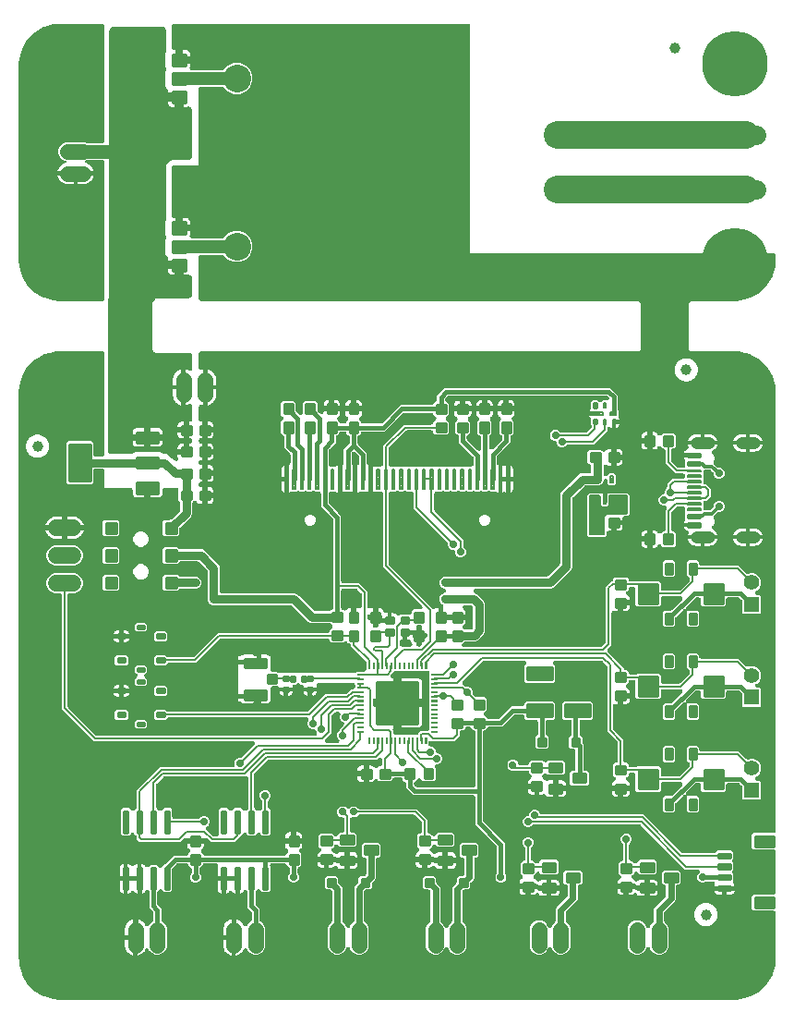
<source format=gbr>
G04 EAGLE Gerber RS-274X export*
G75*
%MOMM*%
%FSLAX34Y34*%
%LPD*%
%INTop Copper*%
%IPPOS*%
%AMOC8*
5,1,8,0,0,1.08239X$1,22.5*%
G01*
%ADD10C,0.260000*%
%ADD11C,0.250000*%
%ADD12C,0.252000*%
%ADD13C,2.540000*%
%ADD14C,0.200000*%
%ADD15C,1.800000*%
%ADD16C,1.422400*%
%ADD17C,0.300000*%
%ADD18C,1.108000*%
%ADD19C,0.253000*%
%ADD20C,0.137500*%
%ADD21C,0.150000*%
%ADD22C,0.225000*%
%ADD23R,1.422400X1.422400*%
%ADD24C,1.422400*%
%ADD25C,1.524000*%
%ADD26C,0.256000*%
%ADD27C,1.000000*%
%ADD28C,0.090000*%
%ADD29C,0.240000*%
%ADD30C,0.256031*%
%ADD31C,0.264000*%
%ADD32C,0.400000*%
%ADD33C,0.706400*%
%ADD34C,6.000000*%
%ADD35C,0.800000*%
%ADD36C,1.300000*%
%ADD37C,1.270000*%
%ADD38C,0.600000*%
%ADD39C,0.152400*%
%ADD40C,2.540000*%
%ADD41C,1.200000*%

G36*
X3045Y39954D02*
X3045Y39954D01*
X3045Y39869D01*
X3344Y35306D01*
X3353Y35250D01*
X3355Y35193D01*
X3408Y34919D01*
X5770Y26104D01*
X5813Y25990D01*
X5847Y25873D01*
X5893Y25779D01*
X5911Y25730D01*
X5935Y25693D01*
X5970Y25622D01*
X10533Y17718D01*
X10604Y17619D01*
X10668Y17515D01*
X10736Y17436D01*
X10766Y17394D01*
X10799Y17364D01*
X10851Y17304D01*
X17304Y10851D01*
X17398Y10773D01*
X17487Y10689D01*
X17573Y10631D01*
X17613Y10598D01*
X17653Y10577D01*
X17718Y10533D01*
X25622Y5970D01*
X25733Y5920D01*
X25840Y5861D01*
X25938Y5827D01*
X25986Y5806D01*
X26029Y5796D01*
X26104Y5770D01*
X34919Y3408D01*
X34975Y3399D01*
X35029Y3382D01*
X35306Y3344D01*
X39869Y3045D01*
X39916Y3047D01*
X40000Y3041D01*
X660000Y3041D01*
X660046Y3045D01*
X660131Y3045D01*
X664694Y3344D01*
X664750Y3353D01*
X664807Y3355D01*
X665081Y3408D01*
X673896Y5770D01*
X674010Y5813D01*
X674127Y5847D01*
X674221Y5893D01*
X674270Y5911D01*
X674307Y5935D01*
X674378Y5970D01*
X682282Y10533D01*
X682381Y10604D01*
X682485Y10668D01*
X682564Y10736D01*
X682606Y10766D01*
X682636Y10799D01*
X682696Y10851D01*
X689149Y17304D01*
X689159Y17316D01*
X689171Y17326D01*
X689237Y17409D01*
X689311Y17487D01*
X689369Y17573D01*
X689402Y17613D01*
X689409Y17627D01*
X689419Y17639D01*
X689435Y17670D01*
X689467Y17718D01*
X694030Y25622D01*
X694080Y25733D01*
X694139Y25840D01*
X694173Y25938D01*
X694194Y25986D01*
X694204Y26029D01*
X694230Y26104D01*
X696592Y34919D01*
X696601Y34975D01*
X696618Y35029D01*
X696656Y35306D01*
X696955Y39869D01*
X696953Y39916D01*
X696959Y40000D01*
X696959Y82476D01*
X696956Y82506D01*
X696958Y82536D01*
X696936Y82705D01*
X696919Y82873D01*
X696910Y82902D01*
X696906Y82932D01*
X696851Y83093D01*
X696801Y83255D01*
X696787Y83282D01*
X696777Y83310D01*
X696691Y83456D01*
X696610Y83605D01*
X696590Y83629D01*
X696575Y83655D01*
X696462Y83781D01*
X696352Y83911D01*
X696329Y83930D01*
X696308Y83952D01*
X696172Y84053D01*
X696039Y84159D01*
X696012Y84173D01*
X695988Y84191D01*
X695835Y84263D01*
X695683Y84340D01*
X695654Y84348D01*
X695627Y84361D01*
X695461Y84401D01*
X695298Y84446D01*
X695268Y84449D01*
X695239Y84456D01*
X694960Y84475D01*
X676857Y84475D01*
X675225Y86107D01*
X675225Y97893D01*
X676857Y99525D01*
X694960Y99525D01*
X694990Y99528D01*
X695020Y99526D01*
X695189Y99548D01*
X695357Y99565D01*
X695386Y99574D01*
X695416Y99578D01*
X695577Y99633D01*
X695739Y99683D01*
X695766Y99697D01*
X695794Y99707D01*
X695940Y99793D01*
X696089Y99874D01*
X696113Y99894D01*
X696139Y99909D01*
X696265Y100022D01*
X696395Y100132D01*
X696414Y100155D01*
X696436Y100176D01*
X696537Y100312D01*
X696643Y100445D01*
X696657Y100472D01*
X696675Y100496D01*
X696747Y100649D01*
X696824Y100801D01*
X696832Y100830D01*
X696845Y100857D01*
X696885Y101023D01*
X696930Y101186D01*
X696933Y101216D01*
X696940Y101245D01*
X696959Y101524D01*
X696959Y138476D01*
X696956Y138506D01*
X696958Y138536D01*
X696936Y138704D01*
X696919Y138873D01*
X696910Y138902D01*
X696906Y138932D01*
X696851Y139093D01*
X696801Y139255D01*
X696787Y139282D01*
X696777Y139310D01*
X696691Y139456D01*
X696610Y139605D01*
X696590Y139629D01*
X696575Y139655D01*
X696462Y139781D01*
X696352Y139911D01*
X696329Y139930D01*
X696308Y139952D01*
X696172Y140053D01*
X696039Y140159D01*
X696012Y140173D01*
X695988Y140191D01*
X695835Y140263D01*
X695683Y140340D01*
X695654Y140348D01*
X695627Y140361D01*
X695461Y140401D01*
X695298Y140446D01*
X695268Y140449D01*
X695239Y140456D01*
X694960Y140475D01*
X676857Y140475D01*
X675225Y142107D01*
X675225Y153893D01*
X676857Y155525D01*
X694960Y155525D01*
X694990Y155528D01*
X695020Y155526D01*
X695189Y155548D01*
X695357Y155565D01*
X695386Y155574D01*
X695416Y155578D01*
X695577Y155633D01*
X695739Y155683D01*
X695766Y155697D01*
X695794Y155707D01*
X695940Y155793D01*
X696089Y155874D01*
X696113Y155894D01*
X696139Y155909D01*
X696265Y156022D01*
X696395Y156132D01*
X696414Y156155D01*
X696436Y156176D01*
X696537Y156312D01*
X696643Y156445D01*
X696657Y156472D01*
X696675Y156496D01*
X696747Y156649D01*
X696824Y156801D01*
X696832Y156830D01*
X696845Y156857D01*
X696885Y157022D01*
X696930Y157186D01*
X696933Y157216D01*
X696940Y157245D01*
X696959Y157524D01*
X696959Y560000D01*
X696955Y560046D01*
X696955Y560131D01*
X696656Y564694D01*
X696647Y564750D01*
X696645Y564807D01*
X696592Y565081D01*
X694230Y573896D01*
X694187Y574010D01*
X694153Y574127D01*
X694107Y574221D01*
X694089Y574270D01*
X694065Y574307D01*
X694030Y574378D01*
X689467Y582282D01*
X689396Y582381D01*
X689332Y582485D01*
X689264Y582564D01*
X689234Y582606D01*
X689201Y582636D01*
X689149Y582696D01*
X682696Y589149D01*
X682602Y589227D01*
X682513Y589311D01*
X682427Y589369D01*
X682387Y589402D01*
X682347Y589423D01*
X682282Y589467D01*
X674378Y594030D01*
X674267Y594080D01*
X674160Y594139D01*
X674062Y594173D01*
X674014Y594194D01*
X673971Y594204D01*
X673896Y594230D01*
X665081Y596592D01*
X665025Y596601D01*
X664971Y596618D01*
X664694Y596656D01*
X660131Y596955D01*
X660084Y596953D01*
X660000Y596959D01*
X618740Y596959D01*
X616959Y598740D01*
X616959Y641260D01*
X618740Y643041D01*
X660000Y643041D01*
X660046Y643045D01*
X660131Y643045D01*
X664694Y643344D01*
X664750Y643353D01*
X664807Y643355D01*
X665081Y643408D01*
X673896Y645770D01*
X674010Y645813D01*
X674127Y645847D01*
X674221Y645893D01*
X674270Y645911D01*
X674307Y645935D01*
X674378Y645970D01*
X682282Y650533D01*
X682381Y650604D01*
X682485Y650668D01*
X682564Y650736D01*
X682606Y650766D01*
X682636Y650799D01*
X682696Y650851D01*
X689149Y657304D01*
X689227Y657398D01*
X689311Y657487D01*
X689369Y657573D01*
X689402Y657613D01*
X689423Y657653D01*
X689467Y657718D01*
X694030Y665622D01*
X694080Y665733D01*
X694139Y665840D01*
X694173Y665938D01*
X694194Y665986D01*
X694204Y666029D01*
X694230Y666104D01*
X696592Y674919D01*
X696601Y674975D01*
X696618Y675029D01*
X696656Y675306D01*
X696955Y679869D01*
X696953Y679916D01*
X696959Y680000D01*
X696959Y685000D01*
X696956Y685030D01*
X696958Y685060D01*
X696936Y685229D01*
X696919Y685397D01*
X696910Y685426D01*
X696906Y685456D01*
X696851Y685617D01*
X696801Y685779D01*
X696787Y685806D01*
X696777Y685834D01*
X696691Y685980D01*
X696610Y686129D01*
X696590Y686153D01*
X696575Y686179D01*
X696462Y686305D01*
X696352Y686435D01*
X696329Y686454D01*
X696308Y686476D01*
X696172Y686577D01*
X696039Y686683D01*
X696012Y686697D01*
X695988Y686715D01*
X695835Y686787D01*
X695683Y686864D01*
X695654Y686872D01*
X695627Y686885D01*
X695461Y686925D01*
X695298Y686970D01*
X695268Y686973D01*
X695239Y686980D01*
X694960Y686999D01*
X416999Y686999D01*
X416999Y894960D01*
X416996Y894990D01*
X416998Y895020D01*
X416976Y895189D01*
X416959Y895357D01*
X416950Y895386D01*
X416946Y895416D01*
X416891Y895577D01*
X416841Y895739D01*
X416827Y895766D01*
X416817Y895794D01*
X416731Y895940D01*
X416650Y896089D01*
X416630Y896113D01*
X416615Y896139D01*
X416502Y896265D01*
X416392Y896395D01*
X416368Y896414D01*
X416348Y896436D01*
X416212Y896537D01*
X416079Y896643D01*
X416052Y896657D01*
X416028Y896675D01*
X415875Y896747D01*
X415723Y896824D01*
X415694Y896832D01*
X415667Y896845D01*
X415501Y896885D01*
X415338Y896930D01*
X415308Y896933D01*
X415279Y896940D01*
X415000Y896959D01*
X145000Y896959D01*
X144970Y896956D01*
X144940Y896958D01*
X144771Y896936D01*
X144603Y896919D01*
X144574Y896910D01*
X144544Y896906D01*
X144383Y896851D01*
X144221Y896801D01*
X144194Y896787D01*
X144166Y896777D01*
X144020Y896691D01*
X143871Y896610D01*
X143847Y896590D01*
X143821Y896575D01*
X143695Y896462D01*
X143565Y896352D01*
X143546Y896329D01*
X143524Y896308D01*
X143423Y896172D01*
X143317Y896039D01*
X143303Y896012D01*
X143285Y895988D01*
X143213Y895835D01*
X143136Y895683D01*
X143128Y895654D01*
X143115Y895627D01*
X143075Y895461D01*
X143030Y895298D01*
X143027Y895268D01*
X143020Y895239D01*
X143001Y894960D01*
X143001Y875040D01*
X143004Y875010D01*
X143002Y874980D01*
X143024Y874811D01*
X143041Y874643D01*
X143050Y874614D01*
X143054Y874584D01*
X143109Y874423D01*
X143159Y874261D01*
X143173Y874234D01*
X143183Y874206D01*
X143269Y874060D01*
X143350Y873911D01*
X143370Y873887D01*
X143385Y873861D01*
X143498Y873735D01*
X143608Y873605D01*
X143632Y873586D01*
X143652Y873564D01*
X143788Y873463D01*
X143921Y873357D01*
X143948Y873343D01*
X143972Y873325D01*
X144125Y873253D01*
X144277Y873176D01*
X144306Y873168D01*
X144333Y873155D01*
X144499Y873115D01*
X144662Y873070D01*
X144692Y873067D01*
X144721Y873060D01*
X145000Y873041D01*
X146751Y873041D01*
X146751Y865250D01*
X146754Y865220D01*
X146752Y865190D01*
X146774Y865021D01*
X146791Y864853D01*
X146800Y864824D01*
X146803Y864794D01*
X146858Y864633D01*
X146909Y864471D01*
X146923Y864445D01*
X146933Y864416D01*
X147019Y864270D01*
X147100Y864121D01*
X147120Y864098D01*
X147135Y864071D01*
X147248Y863945D01*
X147358Y863815D01*
X147381Y863797D01*
X147402Y863774D01*
X147538Y863673D01*
X147671Y863567D01*
X147698Y863553D01*
X147722Y863535D01*
X147875Y863463D01*
X148027Y863386D01*
X148056Y863378D01*
X148083Y863365D01*
X148249Y863325D01*
X148412Y863280D01*
X148442Y863278D01*
X148471Y863270D01*
X148750Y863251D01*
X149251Y863251D01*
X149251Y862750D01*
X149254Y862720D01*
X149252Y862690D01*
X149274Y862521D01*
X149291Y862353D01*
X149300Y862324D01*
X149304Y862294D01*
X149359Y862133D01*
X149409Y861971D01*
X149423Y861944D01*
X149433Y861916D01*
X149519Y861770D01*
X149601Y861620D01*
X149620Y861597D01*
X149635Y861571D01*
X149749Y861445D01*
X149858Y861315D01*
X149882Y861296D01*
X149902Y861274D01*
X150038Y861173D01*
X150171Y861067D01*
X150198Y861053D01*
X150222Y861035D01*
X150376Y860963D01*
X150527Y860886D01*
X150556Y860878D01*
X150584Y860865D01*
X150749Y860825D01*
X150912Y860780D01*
X150942Y860777D01*
X150972Y860770D01*
X151250Y860751D01*
X160041Y860751D01*
X160041Y858422D01*
X159893Y857680D01*
X159731Y857289D01*
X159725Y857267D01*
X159714Y857247D01*
X159667Y857077D01*
X159616Y856907D01*
X159614Y856884D01*
X159608Y856862D01*
X159596Y856686D01*
X159579Y856509D01*
X159582Y856486D01*
X159580Y856464D01*
X159603Y856288D01*
X159622Y856112D01*
X159629Y856090D01*
X159632Y856068D01*
X159689Y855900D01*
X159743Y855731D01*
X159754Y855711D01*
X159761Y855690D01*
X159851Y855536D01*
X159937Y855382D01*
X159952Y855365D01*
X159964Y855345D01*
X160082Y855213D01*
X160197Y855079D01*
X160215Y855065D01*
X160230Y855048D01*
X160372Y854942D01*
X160512Y854833D01*
X160532Y854823D01*
X160550Y854809D01*
X160710Y854734D01*
X160869Y854655D01*
X160891Y854649D01*
X160912Y854639D01*
X161083Y854597D01*
X161255Y854551D01*
X161278Y854550D01*
X161300Y854544D01*
X161578Y854525D01*
X189580Y854525D01*
X189625Y854529D01*
X189670Y854527D01*
X189823Y854549D01*
X189977Y854565D01*
X190021Y854578D01*
X190065Y854585D01*
X190211Y854637D01*
X190359Y854683D01*
X190399Y854704D01*
X190441Y854720D01*
X190573Y854800D01*
X190709Y854874D01*
X190744Y854904D01*
X190783Y854927D01*
X190993Y855110D01*
X194942Y859059D01*
X200171Y861225D01*
X205829Y861225D01*
X211058Y859059D01*
X215059Y855058D01*
X217225Y849829D01*
X217225Y844171D01*
X215059Y838942D01*
X211058Y834941D01*
X205829Y832775D01*
X200171Y832775D01*
X194942Y834941D01*
X190993Y838890D01*
X190958Y838918D01*
X190928Y838952D01*
X190804Y839044D01*
X190684Y839143D01*
X190644Y839164D01*
X190608Y839191D01*
X190468Y839257D01*
X190331Y839329D01*
X190287Y839342D01*
X190246Y839361D01*
X190096Y839398D01*
X189948Y839441D01*
X189902Y839445D01*
X189858Y839456D01*
X189580Y839475D01*
X170000Y839475D01*
X169970Y839472D01*
X169940Y839474D01*
X169771Y839452D01*
X169603Y839435D01*
X169574Y839426D01*
X169544Y839422D01*
X169383Y839367D01*
X169221Y839317D01*
X169194Y839303D01*
X169166Y839293D01*
X169020Y839207D01*
X168871Y839126D01*
X168847Y839106D01*
X168821Y839091D01*
X168695Y838978D01*
X168565Y838868D01*
X168546Y838845D01*
X168524Y838824D01*
X168423Y838688D01*
X168317Y838555D01*
X168303Y838528D01*
X168285Y838504D01*
X168213Y838351D01*
X168136Y838199D01*
X168128Y838170D01*
X168115Y838143D01*
X168075Y837977D01*
X168030Y837814D01*
X168027Y837784D01*
X168020Y837755D01*
X168001Y837476D01*
X168001Y766999D01*
X145000Y766999D01*
X144970Y766996D01*
X144940Y766998D01*
X144771Y766976D01*
X144603Y766959D01*
X144574Y766950D01*
X144544Y766946D01*
X144383Y766891D01*
X144221Y766841D01*
X144194Y766827D01*
X144166Y766817D01*
X144020Y766731D01*
X143871Y766650D01*
X143847Y766630D01*
X143821Y766615D01*
X143695Y766502D01*
X143565Y766392D01*
X143546Y766369D01*
X143524Y766348D01*
X143423Y766212D01*
X143317Y766079D01*
X143303Y766052D01*
X143285Y766028D01*
X143213Y765875D01*
X143136Y765723D01*
X143128Y765694D01*
X143115Y765667D01*
X143075Y765501D01*
X143030Y765338D01*
X143027Y765308D01*
X143020Y765279D01*
X143001Y765000D01*
X143001Y721040D01*
X143004Y721010D01*
X143002Y720980D01*
X143024Y720811D01*
X143041Y720643D01*
X143050Y720614D01*
X143054Y720584D01*
X143109Y720423D01*
X143159Y720261D01*
X143173Y720234D01*
X143183Y720206D01*
X143269Y720060D01*
X143350Y719911D01*
X143370Y719887D01*
X143385Y719861D01*
X143498Y719735D01*
X143608Y719605D01*
X143632Y719586D01*
X143652Y719564D01*
X143788Y719463D01*
X143921Y719357D01*
X143948Y719343D01*
X143972Y719325D01*
X144125Y719253D01*
X144277Y719176D01*
X144306Y719168D01*
X144333Y719155D01*
X144499Y719115D01*
X144662Y719070D01*
X144692Y719067D01*
X144721Y719060D01*
X145000Y719041D01*
X146751Y719041D01*
X146751Y711250D01*
X146754Y711220D01*
X146752Y711190D01*
X146774Y711021D01*
X146791Y710853D01*
X146800Y710824D01*
X146803Y710794D01*
X146858Y710633D01*
X146909Y710471D01*
X146923Y710445D01*
X146933Y710416D01*
X147019Y710270D01*
X147100Y710121D01*
X147120Y710098D01*
X147135Y710071D01*
X147248Y709945D01*
X147358Y709815D01*
X147381Y709797D01*
X147402Y709774D01*
X147538Y709673D01*
X147671Y709567D01*
X147698Y709553D01*
X147722Y709535D01*
X147875Y709463D01*
X148027Y709386D01*
X148056Y709378D01*
X148083Y709365D01*
X148249Y709325D01*
X148412Y709280D01*
X148442Y709278D01*
X148471Y709270D01*
X148750Y709251D01*
X149251Y709251D01*
X149251Y708750D01*
X149253Y708731D01*
X149252Y708716D01*
X149253Y708707D01*
X149252Y708690D01*
X149274Y708521D01*
X149291Y708353D01*
X149300Y708324D01*
X149304Y708294D01*
X149359Y708133D01*
X149409Y707971D01*
X149423Y707944D01*
X149433Y707916D01*
X149519Y707770D01*
X149601Y707620D01*
X149620Y707597D01*
X149635Y707571D01*
X149749Y707445D01*
X149858Y707315D01*
X149882Y707296D01*
X149902Y707274D01*
X150038Y707173D01*
X150171Y707067D01*
X150198Y707053D01*
X150222Y707035D01*
X150376Y706963D01*
X150527Y706886D01*
X150556Y706878D01*
X150584Y706865D01*
X150749Y706825D01*
X150912Y706780D01*
X150942Y706777D01*
X150972Y706770D01*
X151250Y706751D01*
X160041Y706751D01*
X160041Y704422D01*
X159893Y703680D01*
X159731Y703289D01*
X159725Y703267D01*
X159714Y703247D01*
X159667Y703076D01*
X159616Y702907D01*
X159614Y702884D01*
X159608Y702862D01*
X159596Y702685D01*
X159579Y702509D01*
X159582Y702486D01*
X159580Y702464D01*
X159603Y702288D01*
X159622Y702112D01*
X159629Y702090D01*
X159632Y702068D01*
X159689Y701900D01*
X159743Y701731D01*
X159754Y701711D01*
X159761Y701690D01*
X159851Y701537D01*
X159937Y701382D01*
X159952Y701365D01*
X159964Y701345D01*
X160082Y701213D01*
X160197Y701079D01*
X160215Y701065D01*
X160230Y701048D01*
X160372Y700942D01*
X160512Y700833D01*
X160532Y700823D01*
X160550Y700809D01*
X160711Y700734D01*
X160869Y700655D01*
X160891Y700649D01*
X160912Y700639D01*
X161084Y700597D01*
X161255Y700551D01*
X161278Y700550D01*
X161300Y700544D01*
X161578Y700525D01*
X189580Y700525D01*
X189625Y700529D01*
X189670Y700527D01*
X189823Y700549D01*
X189977Y700565D01*
X190021Y700578D01*
X190065Y700585D01*
X190211Y700637D01*
X190359Y700683D01*
X190399Y700704D01*
X190441Y700720D01*
X190573Y700800D01*
X190709Y700874D01*
X190744Y700904D01*
X190783Y700927D01*
X190993Y701110D01*
X194942Y705059D01*
X200171Y707225D01*
X205829Y707225D01*
X211058Y705059D01*
X215059Y701058D01*
X217225Y695829D01*
X217225Y690171D01*
X215059Y684942D01*
X211058Y680941D01*
X205829Y678775D01*
X200171Y678775D01*
X194942Y680941D01*
X190993Y684890D01*
X190958Y684918D01*
X190928Y684952D01*
X190804Y685044D01*
X190684Y685143D01*
X190644Y685164D01*
X190608Y685191D01*
X190468Y685257D01*
X190331Y685329D01*
X190287Y685342D01*
X190246Y685361D01*
X190096Y685398D01*
X189948Y685441D01*
X189902Y685445D01*
X189858Y685456D01*
X189580Y685475D01*
X170000Y685475D01*
X169970Y685472D01*
X169940Y685474D01*
X169771Y685452D01*
X169603Y685435D01*
X169574Y685426D01*
X169544Y685422D01*
X169383Y685367D01*
X169221Y685317D01*
X169194Y685303D01*
X169166Y685293D01*
X169020Y685207D01*
X168871Y685126D01*
X168847Y685106D01*
X168821Y685091D01*
X168695Y684978D01*
X168565Y684868D01*
X168546Y684845D01*
X168524Y684824D01*
X168423Y684688D01*
X168317Y684555D01*
X168303Y684528D01*
X168285Y684504D01*
X168213Y684351D01*
X168136Y684199D01*
X168128Y684170D01*
X168115Y684143D01*
X168075Y683977D01*
X168030Y683814D01*
X168027Y683784D01*
X168020Y683755D01*
X168001Y683476D01*
X168001Y645040D01*
X168004Y645010D01*
X168002Y644980D01*
X168024Y644811D01*
X168041Y644643D01*
X168050Y644614D01*
X168054Y644584D01*
X168109Y644423D01*
X168159Y644261D01*
X168173Y644234D01*
X168183Y644206D01*
X168269Y644060D01*
X168350Y643911D01*
X168370Y643887D01*
X168385Y643861D01*
X168498Y643735D01*
X168608Y643605D01*
X168632Y643586D01*
X168652Y643564D01*
X168788Y643463D01*
X168921Y643357D01*
X168948Y643343D01*
X168972Y643325D01*
X169125Y643253D01*
X169277Y643176D01*
X169306Y643168D01*
X169333Y643155D01*
X169499Y643115D01*
X169662Y643070D01*
X169692Y643067D01*
X169721Y643060D01*
X170000Y643041D01*
X571260Y643041D01*
X573041Y641260D01*
X573041Y598740D01*
X571260Y596959D01*
X170000Y596959D01*
X169970Y596956D01*
X169940Y596958D01*
X169771Y596936D01*
X169603Y596919D01*
X169574Y596910D01*
X169544Y596906D01*
X169383Y596851D01*
X169221Y596801D01*
X169194Y596787D01*
X169166Y596777D01*
X169020Y596691D01*
X168871Y596610D01*
X168847Y596590D01*
X168821Y596575D01*
X168695Y596462D01*
X168565Y596352D01*
X168546Y596329D01*
X168524Y596308D01*
X168423Y596172D01*
X168317Y596039D01*
X168303Y596012D01*
X168285Y595988D01*
X168213Y595835D01*
X168136Y595683D01*
X168128Y595654D01*
X168115Y595627D01*
X168075Y595461D01*
X168030Y595298D01*
X168027Y595268D01*
X168020Y595239D01*
X168001Y594960D01*
X168001Y582064D01*
X168015Y581921D01*
X168022Y581777D01*
X168035Y581722D01*
X168041Y581667D01*
X168083Y581529D01*
X168118Y581389D01*
X168142Y581339D01*
X168159Y581285D01*
X168228Y581158D01*
X168290Y581028D01*
X168323Y580984D01*
X168350Y580934D01*
X168443Y580824D01*
X168530Y580709D01*
X168572Y580672D01*
X168608Y580629D01*
X168721Y580540D01*
X168828Y580444D01*
X168877Y580416D01*
X168921Y580381D01*
X169049Y580316D01*
X169174Y580243D01*
X169227Y580225D01*
X169277Y580200D01*
X169416Y580162D01*
X169552Y580115D01*
X169608Y580108D01*
X169662Y580094D01*
X169805Y580083D01*
X169949Y580065D01*
X170004Y580070D01*
X170060Y580066D01*
X170203Y580084D01*
X170347Y580095D01*
X170416Y580112D01*
X170456Y580117D01*
X170508Y580135D01*
X170618Y580163D01*
X171740Y580527D01*
X172001Y580568D01*
X172001Y564000D01*
X172001Y547432D01*
X171740Y547473D01*
X170618Y547837D01*
X170477Y547868D01*
X170338Y547906D01*
X170282Y547910D01*
X170228Y547922D01*
X170084Y547924D01*
X169940Y547934D01*
X169884Y547927D01*
X169828Y547928D01*
X169687Y547901D01*
X169544Y547883D01*
X169491Y547864D01*
X169436Y547854D01*
X169302Y547800D01*
X169166Y547753D01*
X169117Y547725D01*
X169066Y547703D01*
X168946Y547624D01*
X168821Y547551D01*
X168780Y547513D01*
X168733Y547482D01*
X168631Y547380D01*
X168524Y547284D01*
X168490Y547239D01*
X168451Y547200D01*
X168371Y547079D01*
X168285Y546964D01*
X168261Y546913D01*
X168230Y546867D01*
X168176Y546733D01*
X168115Y546603D01*
X168102Y546548D01*
X168081Y546496D01*
X168055Y546355D01*
X168020Y546215D01*
X168015Y546144D01*
X168008Y546104D01*
X168009Y546049D01*
X168001Y545936D01*
X168001Y534540D01*
X168004Y534510D01*
X168002Y534480D01*
X168024Y534311D01*
X168041Y534143D01*
X168050Y534114D01*
X168054Y534084D01*
X168109Y533923D01*
X168159Y533761D01*
X168173Y533734D01*
X168183Y533706D01*
X168269Y533560D01*
X168350Y533411D01*
X168370Y533387D01*
X168385Y533361D01*
X168498Y533235D01*
X168608Y533105D01*
X168632Y533086D01*
X168652Y533064D01*
X168788Y532963D01*
X168921Y532857D01*
X168948Y532843D01*
X168972Y532825D01*
X169125Y532753D01*
X169277Y532676D01*
X169306Y532668D01*
X169333Y532655D01*
X169499Y532615D01*
X169662Y532570D01*
X169692Y532567D01*
X169721Y532560D01*
X170000Y532541D01*
X171001Y532541D01*
X171001Y525500D01*
X171004Y525470D01*
X171002Y525440D01*
X171024Y525271D01*
X171041Y525103D01*
X171050Y525074D01*
X171053Y525044D01*
X171072Y524991D01*
X171030Y524838D01*
X171027Y524808D01*
X171020Y524778D01*
X171001Y524500D01*
X171001Y517459D01*
X170000Y517459D01*
X169970Y517456D01*
X169940Y517458D01*
X169771Y517436D01*
X169603Y517419D01*
X169574Y517410D01*
X169544Y517406D01*
X169383Y517351D01*
X169221Y517301D01*
X169195Y517287D01*
X169166Y517277D01*
X169019Y517191D01*
X168871Y517110D01*
X168847Y517090D01*
X168821Y517075D01*
X168695Y516962D01*
X168565Y516852D01*
X168546Y516828D01*
X168524Y516808D01*
X168422Y516672D01*
X168317Y516539D01*
X168303Y516512D01*
X168285Y516488D01*
X168213Y516334D01*
X168136Y516183D01*
X168128Y516154D01*
X168115Y516127D01*
X168075Y515962D01*
X168030Y515798D01*
X168027Y515768D01*
X168020Y515739D01*
X168001Y515460D01*
X168001Y514540D01*
X168004Y514510D01*
X168002Y514480D01*
X168024Y514311D01*
X168041Y514143D01*
X168050Y514114D01*
X168054Y514084D01*
X168109Y513923D01*
X168159Y513761D01*
X168173Y513734D01*
X168183Y513706D01*
X168269Y513560D01*
X168350Y513411D01*
X168370Y513387D01*
X168385Y513361D01*
X168498Y513235D01*
X168608Y513105D01*
X168632Y513086D01*
X168652Y513064D01*
X168788Y512963D01*
X168921Y512857D01*
X168948Y512843D01*
X168972Y512825D01*
X169125Y512753D01*
X169277Y512676D01*
X169306Y512668D01*
X169333Y512655D01*
X169499Y512615D01*
X169662Y512570D01*
X169692Y512567D01*
X169721Y512560D01*
X170000Y512541D01*
X171001Y512541D01*
X171001Y505500D01*
X171004Y505470D01*
X171002Y505440D01*
X171024Y505271D01*
X171041Y505103D01*
X171050Y505074D01*
X171053Y505044D01*
X171072Y504991D01*
X171030Y504838D01*
X171027Y504808D01*
X171020Y504778D01*
X171001Y504500D01*
X171001Y497459D01*
X170000Y497459D01*
X169970Y497456D01*
X169940Y497458D01*
X169771Y497436D01*
X169603Y497419D01*
X169574Y497410D01*
X169544Y497406D01*
X169383Y497351D01*
X169221Y497301D01*
X169195Y497287D01*
X169166Y497277D01*
X169019Y497191D01*
X168871Y497110D01*
X168847Y497090D01*
X168821Y497075D01*
X168695Y496962D01*
X168565Y496852D01*
X168546Y496828D01*
X168524Y496808D01*
X168422Y496672D01*
X168317Y496539D01*
X168303Y496512D01*
X168285Y496488D01*
X168213Y496335D01*
X168136Y496183D01*
X168128Y496154D01*
X168115Y496127D01*
X168075Y495962D01*
X168030Y495798D01*
X168027Y495768D01*
X168020Y495739D01*
X168001Y495460D01*
X168001Y494540D01*
X168004Y494510D01*
X168002Y494480D01*
X168024Y494311D01*
X168041Y494143D01*
X168050Y494114D01*
X168054Y494084D01*
X168109Y493923D01*
X168159Y493761D01*
X168173Y493734D01*
X168183Y493706D01*
X168269Y493560D01*
X168350Y493411D01*
X168370Y493387D01*
X168385Y493361D01*
X168498Y493235D01*
X168608Y493105D01*
X168632Y493086D01*
X168652Y493064D01*
X168788Y492963D01*
X168921Y492857D01*
X168948Y492843D01*
X168972Y492825D01*
X169125Y492753D01*
X169277Y492676D01*
X169306Y492668D01*
X169333Y492655D01*
X169499Y492615D01*
X169662Y492570D01*
X169692Y492567D01*
X169721Y492560D01*
X170000Y492541D01*
X171001Y492541D01*
X171001Y485500D01*
X171004Y485470D01*
X171002Y485440D01*
X171024Y485271D01*
X171041Y485103D01*
X171050Y485074D01*
X171053Y485044D01*
X171072Y484991D01*
X171030Y484838D01*
X171027Y484808D01*
X171020Y484778D01*
X171001Y484500D01*
X171001Y477459D01*
X170000Y477459D01*
X169970Y477456D01*
X169940Y477458D01*
X169771Y477436D01*
X169603Y477419D01*
X169574Y477410D01*
X169544Y477406D01*
X169383Y477351D01*
X169221Y477301D01*
X169195Y477287D01*
X169166Y477277D01*
X169019Y477191D01*
X168871Y477110D01*
X168847Y477090D01*
X168821Y477075D01*
X168695Y476962D01*
X168565Y476852D01*
X168546Y476828D01*
X168524Y476808D01*
X168422Y476672D01*
X168317Y476539D01*
X168303Y476512D01*
X168285Y476488D01*
X168213Y476335D01*
X168136Y476183D01*
X168128Y476154D01*
X168115Y476127D01*
X168075Y475962D01*
X168030Y475798D01*
X168027Y475768D01*
X168020Y475739D01*
X168001Y475460D01*
X168001Y474540D01*
X168004Y474510D01*
X168002Y474480D01*
X168024Y474311D01*
X168041Y474143D01*
X168050Y474114D01*
X168054Y474084D01*
X168109Y473923D01*
X168159Y473761D01*
X168173Y473734D01*
X168183Y473706D01*
X168269Y473560D01*
X168350Y473411D01*
X168370Y473387D01*
X168385Y473361D01*
X168498Y473235D01*
X168608Y473105D01*
X168632Y473086D01*
X168652Y473064D01*
X168788Y472963D01*
X168921Y472857D01*
X168948Y472843D01*
X168972Y472825D01*
X169125Y472753D01*
X169277Y472676D01*
X169306Y472668D01*
X169333Y472655D01*
X169499Y472615D01*
X169662Y472570D01*
X169692Y472567D01*
X169721Y472560D01*
X170000Y472541D01*
X171001Y472541D01*
X171001Y465500D01*
X171004Y465470D01*
X171002Y465440D01*
X171024Y465271D01*
X171041Y465103D01*
X171050Y465074D01*
X171053Y465044D01*
X171072Y464991D01*
X171030Y464838D01*
X171027Y464808D01*
X171020Y464778D01*
X171001Y464500D01*
X171001Y457459D01*
X168751Y457459D01*
X167787Y457718D01*
X166922Y458217D01*
X166217Y458922D01*
X166103Y459120D01*
X166049Y459194D01*
X166004Y459274D01*
X165933Y459356D01*
X165870Y459444D01*
X165802Y459506D01*
X165742Y459576D01*
X165656Y459642D01*
X165577Y459715D01*
X165498Y459763D01*
X165425Y459819D01*
X165328Y459867D01*
X165235Y459923D01*
X165149Y459954D01*
X165066Y459995D01*
X164962Y460022D01*
X164860Y460059D01*
X164769Y460072D01*
X164680Y460095D01*
X164572Y460101D01*
X164465Y460117D01*
X164373Y460112D01*
X164281Y460117D01*
X164174Y460102D01*
X164066Y460096D01*
X163977Y460073D01*
X163886Y460059D01*
X163784Y460023D01*
X163679Y459996D01*
X163597Y459955D01*
X163510Y459924D01*
X163417Y459868D01*
X163320Y459821D01*
X163247Y459765D01*
X163168Y459717D01*
X163047Y459611D01*
X163003Y459578D01*
X162987Y459559D01*
X162958Y459534D01*
X162610Y459186D01*
X162582Y459151D01*
X162548Y459121D01*
X162456Y458997D01*
X162357Y458877D01*
X162336Y458837D01*
X162309Y458800D01*
X162243Y458661D01*
X162171Y458524D01*
X162158Y458480D01*
X162139Y458439D01*
X162102Y458289D01*
X162059Y458140D01*
X162055Y458095D01*
X162044Y458051D01*
X162025Y457773D01*
X162025Y447901D01*
X161184Y445870D01*
X150610Y435297D01*
X150582Y435262D01*
X150548Y435232D01*
X150456Y435108D01*
X150357Y434988D01*
X150336Y434948D01*
X150309Y434911D01*
X150243Y434771D01*
X150171Y434635D01*
X150158Y434591D01*
X150139Y434550D01*
X150102Y434400D01*
X150059Y434251D01*
X150055Y434206D01*
X150044Y434162D01*
X150025Y433883D01*
X150025Y429107D01*
X148393Y427475D01*
X136607Y427475D01*
X134975Y429107D01*
X134975Y440893D01*
X136607Y442525D01*
X141383Y442525D01*
X141429Y442529D01*
X141474Y442527D01*
X141627Y442549D01*
X141781Y442565D01*
X141824Y442578D01*
X141869Y442585D01*
X142015Y442637D01*
X142162Y442683D01*
X142202Y442704D01*
X142245Y442720D01*
X142377Y442800D01*
X142513Y442874D01*
X142548Y442904D01*
X142586Y442927D01*
X142797Y443110D01*
X150390Y450703D01*
X150418Y450738D01*
X150452Y450768D01*
X150544Y450892D01*
X150643Y451012D01*
X150664Y451052D01*
X150691Y451089D01*
X150757Y451229D01*
X150829Y451365D01*
X150842Y451409D01*
X150861Y451450D01*
X150898Y451600D01*
X150941Y451749D01*
X150945Y451794D01*
X150956Y451838D01*
X150975Y452117D01*
X150975Y457773D01*
X150971Y457818D01*
X150973Y457863D01*
X150951Y458015D01*
X150935Y458170D01*
X150922Y458213D01*
X150915Y458258D01*
X150863Y458403D01*
X150817Y458552D01*
X150795Y458592D01*
X150780Y458634D01*
X150700Y458766D01*
X150626Y458902D01*
X150596Y458937D01*
X150573Y458976D01*
X150390Y459186D01*
X149475Y460101D01*
X149475Y470000D01*
X149472Y470030D01*
X149474Y470060D01*
X149452Y470229D01*
X149435Y470397D01*
X149426Y470426D01*
X149422Y470456D01*
X149367Y470617D01*
X149317Y470779D01*
X149303Y470806D01*
X149293Y470834D01*
X149207Y470980D01*
X149126Y471129D01*
X149106Y471153D01*
X149091Y471179D01*
X148978Y471305D01*
X148868Y471435D01*
X148845Y471454D01*
X148824Y471476D01*
X148688Y471577D01*
X148555Y471683D01*
X148528Y471697D01*
X148504Y471715D01*
X148351Y471787D01*
X148199Y471864D01*
X148170Y471872D01*
X148143Y471885D01*
X147977Y471925D01*
X147814Y471970D01*
X147784Y471973D01*
X147755Y471980D01*
X147476Y471999D01*
X136704Y471999D01*
X136674Y471996D01*
X136644Y471998D01*
X136475Y471976D01*
X136307Y471959D01*
X136278Y471950D01*
X136248Y471946D01*
X136087Y471891D01*
X135925Y471841D01*
X135898Y471827D01*
X135870Y471817D01*
X135724Y471731D01*
X135575Y471650D01*
X135551Y471630D01*
X135525Y471615D01*
X135399Y471502D01*
X135269Y471392D01*
X135250Y471369D01*
X135228Y471348D01*
X135127Y471212D01*
X135021Y471079D01*
X135007Y471052D01*
X134989Y471028D01*
X134917Y470875D01*
X134840Y470723D01*
X134832Y470694D01*
X134819Y470667D01*
X134779Y470501D01*
X134734Y470338D01*
X134731Y470308D01*
X134724Y470279D01*
X134705Y470000D01*
X134705Y466694D01*
X134558Y465956D01*
X134270Y465260D01*
X133852Y464635D01*
X133319Y464102D01*
X132694Y463684D01*
X131998Y463396D01*
X131260Y463249D01*
X124035Y463249D01*
X124035Y470000D01*
X124032Y470030D01*
X124034Y470060D01*
X124012Y470229D01*
X123995Y470397D01*
X123986Y470426D01*
X123982Y470456D01*
X123927Y470617D01*
X123877Y470779D01*
X123863Y470806D01*
X123853Y470834D01*
X123767Y470980D01*
X123686Y471129D01*
X123666Y471153D01*
X123651Y471179D01*
X123538Y471305D01*
X123428Y471435D01*
X123405Y471454D01*
X123384Y471476D01*
X123248Y471577D01*
X123115Y471683D01*
X123088Y471697D01*
X123064Y471715D01*
X122911Y471787D01*
X122759Y471864D01*
X122730Y471872D01*
X122703Y471885D01*
X122537Y471925D01*
X122374Y471970D01*
X122344Y471973D01*
X122315Y471980D01*
X122036Y471999D01*
X119940Y471999D01*
X119910Y471996D01*
X119880Y471998D01*
X119711Y471976D01*
X119543Y471959D01*
X119514Y471950D01*
X119484Y471946D01*
X119323Y471891D01*
X119161Y471841D01*
X119134Y471827D01*
X119106Y471817D01*
X118960Y471731D01*
X118810Y471650D01*
X118787Y471630D01*
X118761Y471615D01*
X118635Y471502D01*
X118505Y471392D01*
X118486Y471369D01*
X118464Y471348D01*
X118363Y471212D01*
X118257Y471079D01*
X118243Y471052D01*
X118225Y471028D01*
X118153Y470875D01*
X118076Y470723D01*
X118068Y470694D01*
X118055Y470667D01*
X118015Y470501D01*
X117970Y470338D01*
X117967Y470308D01*
X117960Y470279D01*
X117941Y470000D01*
X117941Y463249D01*
X110716Y463249D01*
X109978Y463396D01*
X109282Y463684D01*
X108657Y464102D01*
X108124Y464635D01*
X107706Y465260D01*
X107418Y465956D01*
X107271Y466694D01*
X107271Y470000D01*
X107268Y470030D01*
X107270Y470060D01*
X107248Y470229D01*
X107231Y470397D01*
X107222Y470426D01*
X107218Y470456D01*
X107163Y470617D01*
X107113Y470779D01*
X107099Y470806D01*
X107089Y470834D01*
X107003Y470980D01*
X106922Y471129D01*
X106902Y471153D01*
X106887Y471179D01*
X106774Y471305D01*
X106664Y471435D01*
X106641Y471454D01*
X106620Y471476D01*
X106484Y471577D01*
X106351Y471683D01*
X106324Y471697D01*
X106300Y471715D01*
X106147Y471787D01*
X105995Y471864D01*
X105966Y471872D01*
X105939Y471885D01*
X105773Y471925D01*
X105610Y471970D01*
X105580Y471973D01*
X105551Y471980D01*
X105272Y471999D01*
X80999Y471999D01*
X80999Y488476D01*
X80990Y488540D01*
X80991Y488604D01*
X80970Y488679D01*
X80959Y488755D01*
X80933Y488814D01*
X80916Y488876D01*
X80875Y488942D01*
X80843Y489012D01*
X80801Y489061D01*
X80768Y489116D01*
X80710Y489168D01*
X80660Y489226D01*
X80606Y489262D01*
X80558Y489305D01*
X80489Y489338D01*
X80424Y489381D01*
X80362Y489400D01*
X80305Y489428D01*
X80235Y489439D01*
X80154Y489463D01*
X80069Y489464D01*
X80000Y489475D01*
X72534Y489475D01*
X72470Y489466D01*
X72406Y489467D01*
X72331Y489446D01*
X72255Y489435D01*
X72196Y489409D01*
X72134Y489392D01*
X72068Y489351D01*
X71998Y489319D01*
X71949Y489277D01*
X71894Y489244D01*
X71842Y489186D01*
X71784Y489136D01*
X71748Y489082D01*
X71705Y489034D01*
X71672Y488965D01*
X71629Y488900D01*
X71610Y488838D01*
X71582Y488781D01*
X71571Y488711D01*
X71547Y488630D01*
X71546Y488545D01*
X71535Y488476D01*
X71535Y477142D01*
X69868Y475475D01*
X48152Y475475D01*
X46485Y477142D01*
X46485Y512858D01*
X48152Y514525D01*
X69868Y514525D01*
X71535Y512858D01*
X71535Y501524D01*
X71544Y501460D01*
X71543Y501396D01*
X71564Y501321D01*
X71575Y501245D01*
X71601Y501186D01*
X71618Y501124D01*
X71659Y501058D01*
X71691Y500988D01*
X71733Y500939D01*
X71766Y500884D01*
X71824Y500832D01*
X71874Y500774D01*
X71928Y500738D01*
X71976Y500695D01*
X72045Y500662D01*
X72110Y500619D01*
X72172Y500600D01*
X72229Y500572D01*
X72299Y500561D01*
X72380Y500537D01*
X72465Y500536D01*
X72534Y500525D01*
X80000Y500525D01*
X80064Y500534D01*
X80128Y500533D01*
X80203Y500554D01*
X80279Y500565D01*
X80338Y500591D01*
X80400Y500608D01*
X80466Y500649D01*
X80536Y500681D01*
X80585Y500723D01*
X80640Y500756D01*
X80692Y500814D01*
X80750Y500864D01*
X80786Y500918D01*
X80829Y500966D01*
X80862Y501035D01*
X80905Y501100D01*
X80924Y501162D01*
X80952Y501219D01*
X80963Y501289D01*
X80987Y501370D01*
X80988Y501455D01*
X80999Y501524D01*
X80999Y595960D01*
X80991Y596018D01*
X80991Y596022D01*
X80990Y596025D01*
X80991Y596088D01*
X80970Y596163D01*
X80959Y596239D01*
X80933Y596298D01*
X80916Y596360D01*
X80875Y596426D01*
X80843Y596496D01*
X80801Y596545D01*
X80768Y596600D01*
X80710Y596652D01*
X80660Y596710D01*
X80606Y596746D01*
X80558Y596789D01*
X80489Y596822D01*
X80424Y596865D01*
X80362Y596884D01*
X80305Y596912D01*
X80235Y596923D01*
X80154Y596947D01*
X80069Y596948D01*
X80000Y596959D01*
X40000Y596959D01*
X39966Y596954D01*
X39935Y596957D01*
X35241Y596649D01*
X35132Y596627D01*
X35048Y596618D01*
X25980Y594188D01*
X25814Y594117D01*
X25739Y594088D01*
X17609Y589394D01*
X17467Y589283D01*
X17402Y589236D01*
X10764Y582598D01*
X10749Y582577D01*
X10734Y582565D01*
X10698Y582509D01*
X10656Y582453D01*
X10606Y582391D01*
X5912Y574261D01*
X5845Y574093D01*
X5812Y574020D01*
X3382Y564952D01*
X3369Y564842D01*
X3351Y564759D01*
X3043Y560065D01*
X3046Y560031D01*
X3041Y560000D01*
X3041Y40000D01*
X3045Y39954D01*
G37*
%LPC*%
G36*
X443994Y109943D02*
X443994Y109943D01*
X442136Y110713D01*
X440713Y112136D01*
X439943Y113994D01*
X439943Y116006D01*
X440713Y117864D01*
X440890Y118041D01*
X440918Y118076D01*
X440952Y118106D01*
X441044Y118230D01*
X441143Y118350D01*
X441164Y118390D01*
X441191Y118427D01*
X441257Y118567D01*
X441329Y118704D01*
X441342Y118747D01*
X441361Y118788D01*
X441398Y118938D01*
X441441Y119087D01*
X441445Y119132D01*
X441456Y119176D01*
X441475Y119455D01*
X441475Y142712D01*
X441471Y142757D01*
X441473Y142802D01*
X441451Y142955D01*
X441435Y143109D01*
X441422Y143153D01*
X441415Y143198D01*
X441363Y143343D01*
X441317Y143491D01*
X441296Y143531D01*
X441280Y143573D01*
X441200Y143705D01*
X441126Y143841D01*
X441096Y143876D01*
X441073Y143915D01*
X440890Y144126D01*
X421475Y163540D01*
X421475Y188476D01*
X421472Y188506D01*
X421474Y188536D01*
X421452Y188705D01*
X421435Y188873D01*
X421426Y188902D01*
X421422Y188932D01*
X421367Y189093D01*
X421317Y189255D01*
X421303Y189282D01*
X421293Y189310D01*
X421207Y189456D01*
X421126Y189605D01*
X421106Y189629D01*
X421091Y189655D01*
X420978Y189781D01*
X420868Y189911D01*
X420845Y189930D01*
X420824Y189952D01*
X420688Y190053D01*
X420555Y190159D01*
X420528Y190173D01*
X420504Y190191D01*
X420351Y190263D01*
X420199Y190340D01*
X420170Y190348D01*
X420143Y190361D01*
X419977Y190401D01*
X419814Y190446D01*
X419784Y190449D01*
X419755Y190456D01*
X419476Y190475D01*
X364540Y190475D01*
X357975Y197040D01*
X357975Y200976D01*
X357973Y201002D01*
X357974Y201027D01*
X357974Y201030D01*
X357974Y201036D01*
X357952Y201205D01*
X357935Y201373D01*
X357926Y201402D01*
X357922Y201432D01*
X357867Y201593D01*
X357817Y201755D01*
X357803Y201782D01*
X357793Y201810D01*
X357707Y201956D01*
X357626Y202105D01*
X357606Y202129D01*
X357591Y202155D01*
X357478Y202281D01*
X357368Y202411D01*
X357345Y202430D01*
X357324Y202452D01*
X357188Y202553D01*
X357055Y202659D01*
X357028Y202673D01*
X357004Y202691D01*
X356851Y202763D01*
X356774Y202802D01*
X354965Y204611D01*
X354952Y204705D01*
X354935Y204873D01*
X354926Y204902D01*
X354922Y204932D01*
X354867Y205093D01*
X354817Y205255D01*
X354803Y205282D01*
X354793Y205310D01*
X354707Y205456D01*
X354626Y205605D01*
X354606Y205629D01*
X354591Y205655D01*
X354478Y205781D01*
X354368Y205911D01*
X354345Y205930D01*
X354324Y205952D01*
X354188Y206053D01*
X354055Y206159D01*
X354028Y206173D01*
X354004Y206191D01*
X353851Y206263D01*
X353699Y206340D01*
X353670Y206348D01*
X353643Y206361D01*
X353477Y206401D01*
X353314Y206446D01*
X353284Y206449D01*
X353255Y206456D01*
X352976Y206475D01*
X347524Y206475D01*
X347494Y206472D01*
X347464Y206474D01*
X347295Y206452D01*
X347127Y206435D01*
X347098Y206426D01*
X347068Y206422D01*
X346907Y206367D01*
X346745Y206317D01*
X346718Y206303D01*
X346690Y206293D01*
X346544Y206207D01*
X346395Y206126D01*
X346371Y206106D01*
X346345Y206091D01*
X346219Y205978D01*
X346089Y205868D01*
X346070Y205845D01*
X346048Y205824D01*
X345946Y205688D01*
X345841Y205555D01*
X345827Y205528D01*
X345809Y205504D01*
X345737Y205351D01*
X345698Y205274D01*
X343899Y203475D01*
X333101Y203475D01*
X332042Y204534D01*
X331971Y204592D01*
X331907Y204657D01*
X331817Y204718D01*
X331733Y204786D01*
X331652Y204829D01*
X331575Y204881D01*
X331476Y204922D01*
X331380Y204973D01*
X331291Y204999D01*
X331207Y205034D01*
X331100Y205055D01*
X330996Y205085D01*
X330905Y205093D01*
X330815Y205111D01*
X330706Y205110D01*
X330598Y205119D01*
X330507Y205108D01*
X330415Y205108D01*
X330309Y205086D01*
X330202Y205073D01*
X330114Y205045D01*
X330024Y205026D01*
X329925Y204983D01*
X329822Y204949D01*
X329742Y204904D01*
X329657Y204868D01*
X329569Y204806D01*
X329474Y204752D01*
X329405Y204692D01*
X329329Y204640D01*
X329255Y204561D01*
X329173Y204490D01*
X329117Y204418D01*
X329053Y204351D01*
X328963Y204218D01*
X328930Y204174D01*
X328919Y204151D01*
X328897Y204120D01*
X328783Y203922D01*
X328078Y203217D01*
X327213Y202718D01*
X326249Y202459D01*
X323999Y202459D01*
X323999Y209500D01*
X323996Y209530D01*
X323998Y209560D01*
X323976Y209729D01*
X323959Y209897D01*
X323950Y209926D01*
X323946Y209956D01*
X323928Y210009D01*
X323970Y210162D01*
X323973Y210192D01*
X323980Y210222D01*
X323999Y210500D01*
X323999Y217541D01*
X326249Y217541D01*
X327213Y217282D01*
X328078Y216783D01*
X328783Y216078D01*
X328897Y215880D01*
X328951Y215806D01*
X328996Y215726D01*
X329067Y215644D01*
X329130Y215556D01*
X329198Y215494D01*
X329258Y215424D01*
X329344Y215358D01*
X329423Y215285D01*
X329502Y215237D01*
X329575Y215181D01*
X329672Y215133D01*
X329765Y215077D01*
X329851Y215046D01*
X329934Y215005D01*
X330038Y214978D01*
X330140Y214941D01*
X330231Y214928D01*
X330320Y214905D01*
X330428Y214899D01*
X330535Y214883D01*
X330627Y214888D01*
X330719Y214883D01*
X330826Y214898D01*
X330934Y214904D01*
X331023Y214927D01*
X331114Y214941D01*
X331216Y214977D01*
X331321Y215004D01*
X331404Y215045D01*
X331490Y215076D01*
X331583Y215132D01*
X331680Y215179D01*
X331753Y215235D01*
X331832Y215283D01*
X331953Y215389D01*
X331997Y215422D01*
X332013Y215441D01*
X332042Y215466D01*
X333101Y216525D01*
X333976Y216525D01*
X334006Y216528D01*
X334036Y216526D01*
X334205Y216548D01*
X334373Y216565D01*
X334402Y216574D01*
X334432Y216578D01*
X334593Y216633D01*
X334755Y216683D01*
X334782Y216697D01*
X334810Y216707D01*
X334956Y216793D01*
X335105Y216874D01*
X335129Y216894D01*
X335155Y216909D01*
X335281Y217022D01*
X335411Y217132D01*
X335430Y217155D01*
X335452Y217176D01*
X335553Y217312D01*
X335659Y217445D01*
X335673Y217472D01*
X335691Y217496D01*
X335763Y217649D01*
X335840Y217801D01*
X335848Y217830D01*
X335861Y217857D01*
X335901Y218023D01*
X335946Y218186D01*
X335949Y218216D01*
X335956Y218245D01*
X335975Y218524D01*
X335975Y222578D01*
X335974Y222593D01*
X335975Y222608D01*
X335954Y222792D01*
X335935Y222976D01*
X335931Y222990D01*
X335929Y223005D01*
X335872Y223181D01*
X335817Y223357D01*
X335810Y223370D01*
X335805Y223385D01*
X335715Y223545D01*
X335626Y223708D01*
X335616Y223719D01*
X335608Y223732D01*
X335488Y223871D01*
X335368Y224013D01*
X335356Y224022D01*
X335346Y224034D01*
X335200Y224146D01*
X335055Y224261D01*
X335042Y224268D01*
X335030Y224277D01*
X334864Y224358D01*
X334699Y224442D01*
X334684Y224446D01*
X334671Y224453D01*
X334492Y224499D01*
X334314Y224549D01*
X334299Y224550D01*
X334284Y224553D01*
X334101Y224564D01*
X333916Y224577D01*
X333901Y224575D01*
X333886Y224575D01*
X333703Y224549D01*
X333520Y224525D01*
X333505Y224520D01*
X333490Y224518D01*
X333316Y224455D01*
X333142Y224395D01*
X333129Y224387D01*
X333115Y224382D01*
X332957Y224287D01*
X332797Y224193D01*
X332786Y224183D01*
X332773Y224175D01*
X332562Y223992D01*
X331046Y222475D01*
X231874Y222475D01*
X231829Y222471D01*
X231783Y222473D01*
X231630Y222451D01*
X231476Y222435D01*
X231433Y222422D01*
X231388Y222415D01*
X231243Y222363D01*
X231095Y222317D01*
X231055Y222296D01*
X231012Y222280D01*
X230880Y222200D01*
X230744Y222126D01*
X230710Y222096D01*
X230671Y222073D01*
X230460Y221890D01*
X219460Y210890D01*
X219432Y210855D01*
X219398Y210824D01*
X219306Y210700D01*
X219207Y210581D01*
X219186Y210540D01*
X219159Y210504D01*
X219093Y210364D01*
X219021Y210227D01*
X219008Y210184D01*
X218989Y210143D01*
X218952Y209992D01*
X218909Y209844D01*
X218905Y209799D01*
X218894Y209755D01*
X218875Y209476D01*
X218875Y179722D01*
X218879Y179677D01*
X218877Y179631D01*
X218899Y179478D01*
X218915Y179324D01*
X218928Y179281D01*
X218935Y179236D01*
X218987Y179090D01*
X219033Y178943D01*
X219055Y178903D01*
X219070Y178860D01*
X219150Y178728D01*
X219224Y178592D01*
X219254Y178557D01*
X219277Y178519D01*
X219460Y178308D01*
X221286Y176482D01*
X221310Y176463D01*
X221330Y176440D01*
X221464Y176336D01*
X221596Y176229D01*
X221622Y176215D01*
X221646Y176197D01*
X221799Y176122D01*
X221949Y176043D01*
X221978Y176034D01*
X222005Y176021D01*
X222169Y175978D01*
X222332Y175930D01*
X222362Y175928D01*
X222392Y175920D01*
X222561Y175911D01*
X222730Y175897D01*
X222760Y175900D01*
X222790Y175898D01*
X222959Y175923D01*
X223127Y175942D01*
X223156Y175952D01*
X223186Y175956D01*
X223346Y176014D01*
X223507Y176066D01*
X223533Y176081D01*
X223561Y176091D01*
X223707Y176180D01*
X223854Y176263D01*
X223877Y176283D01*
X223903Y176299D01*
X224114Y176482D01*
X225940Y178308D01*
X225968Y178343D01*
X226002Y178373D01*
X226095Y178497D01*
X226192Y178617D01*
X226214Y178657D01*
X226241Y178694D01*
X226307Y178833D01*
X226379Y178970D01*
X226392Y179014D01*
X226411Y179055D01*
X226448Y179205D01*
X226491Y179354D01*
X226495Y179399D01*
X226506Y179443D01*
X226525Y179722D01*
X226525Y184495D01*
X226521Y184541D01*
X226523Y184586D01*
X226501Y184739D01*
X226485Y184893D01*
X226472Y184936D01*
X226465Y184981D01*
X226413Y185127D01*
X226367Y185274D01*
X226346Y185314D01*
X226330Y185357D01*
X226250Y185489D01*
X226176Y185625D01*
X226146Y185660D01*
X226123Y185698D01*
X225940Y185909D01*
X224713Y187136D01*
X223943Y188994D01*
X223943Y191006D01*
X224713Y192864D01*
X226136Y194287D01*
X227994Y195057D01*
X230006Y195057D01*
X231864Y194287D01*
X233287Y192864D01*
X234057Y191006D01*
X234057Y188994D01*
X233287Y187136D01*
X232160Y186009D01*
X232132Y185974D01*
X232098Y185944D01*
X232006Y185820D01*
X231907Y185700D01*
X231886Y185660D01*
X231859Y185623D01*
X231793Y185483D01*
X231721Y185346D01*
X231708Y185303D01*
X231689Y185262D01*
X231652Y185112D01*
X231609Y184963D01*
X231605Y184918D01*
X231594Y184874D01*
X231575Y184595D01*
X231575Y179722D01*
X231579Y179676D01*
X231577Y179631D01*
X231599Y179478D01*
X231615Y179324D01*
X231628Y179281D01*
X231635Y179236D01*
X231687Y179090D01*
X231733Y178943D01*
X231755Y178903D01*
X231770Y178860D01*
X231850Y178728D01*
X231924Y178592D01*
X231954Y178557D01*
X231977Y178519D01*
X232160Y178308D01*
X233575Y176893D01*
X233575Y155107D01*
X231943Y153475D01*
X226157Y153475D01*
X224114Y155518D01*
X224090Y155537D01*
X224070Y155560D01*
X223936Y155663D01*
X223804Y155771D01*
X223778Y155785D01*
X223754Y155803D01*
X223601Y155878D01*
X223451Y155957D01*
X223422Y155966D01*
X223395Y155979D01*
X223231Y156022D01*
X223068Y156070D01*
X223038Y156072D01*
X223008Y156080D01*
X222840Y156089D01*
X222670Y156103D01*
X222640Y156100D01*
X222610Y156102D01*
X222442Y156077D01*
X222273Y156058D01*
X222244Y156048D01*
X222214Y156044D01*
X222054Y155986D01*
X221893Y155934D01*
X221867Y155919D01*
X221838Y155909D01*
X221694Y155821D01*
X221546Y155737D01*
X221523Y155717D01*
X221497Y155701D01*
X221286Y155518D01*
X219243Y153475D01*
X213457Y153475D01*
X211414Y155518D01*
X211390Y155537D01*
X211370Y155560D01*
X211236Y155663D01*
X211104Y155771D01*
X211078Y155785D01*
X211054Y155803D01*
X210901Y155878D01*
X210751Y155957D01*
X210722Y155966D01*
X210695Y155979D01*
X210531Y156022D01*
X210368Y156070D01*
X210338Y156072D01*
X210308Y156080D01*
X210140Y156089D01*
X209970Y156103D01*
X209940Y156100D01*
X209910Y156102D01*
X209742Y156077D01*
X209573Y156058D01*
X209544Y156048D01*
X209514Y156044D01*
X209355Y155986D01*
X209193Y155934D01*
X209167Y155919D01*
X209138Y155909D01*
X208994Y155821D01*
X208846Y155737D01*
X208823Y155717D01*
X208797Y155701D01*
X208586Y155518D01*
X206760Y153692D01*
X206732Y153657D01*
X206698Y153627D01*
X206605Y153503D01*
X206507Y153383D01*
X206486Y153343D01*
X206459Y153306D01*
X206393Y153166D01*
X206321Y153030D01*
X206308Y152986D01*
X206289Y152945D01*
X206252Y152795D01*
X206209Y152646D01*
X206208Y152638D01*
X201046Y147475D01*
X178954Y147475D01*
X175954Y150476D01*
X175942Y150485D01*
X175932Y150497D01*
X175788Y150611D01*
X175644Y150729D01*
X175631Y150736D01*
X175619Y150745D01*
X175455Y150829D01*
X175291Y150915D01*
X175277Y150919D01*
X175263Y150926D01*
X175086Y150975D01*
X174908Y151027D01*
X174893Y151029D01*
X174878Y151033D01*
X174695Y151045D01*
X174510Y151061D01*
X174495Y151059D01*
X174480Y151061D01*
X174296Y151037D01*
X174113Y151015D01*
X174099Y151011D01*
X174084Y151009D01*
X174056Y150999D01*
X165500Y150999D01*
X165470Y150996D01*
X165440Y150998D01*
X165271Y150976D01*
X165103Y150959D01*
X165074Y150950D01*
X165044Y150946D01*
X164991Y150928D01*
X164838Y150970D01*
X164808Y150973D01*
X164778Y150980D01*
X164500Y150999D01*
X155918Y150999D01*
X155798Y151033D01*
X155783Y151034D01*
X155768Y151037D01*
X155585Y151048D01*
X155400Y151060D01*
X155385Y151059D01*
X155370Y151059D01*
X155187Y151033D01*
X155004Y151009D01*
X154989Y151004D01*
X154974Y151002D01*
X154800Y150939D01*
X154626Y150879D01*
X154613Y150871D01*
X154598Y150866D01*
X154441Y150770D01*
X154281Y150677D01*
X154270Y150667D01*
X154257Y150659D01*
X154046Y150476D01*
X151046Y147475D01*
X113954Y147475D01*
X111125Y150304D01*
X111125Y152278D01*
X111121Y152324D01*
X111123Y152369D01*
X111101Y152522D01*
X111085Y152676D01*
X111072Y152719D01*
X111065Y152764D01*
X111013Y152910D01*
X110967Y153057D01*
X110946Y153097D01*
X110930Y153140D01*
X110850Y153272D01*
X110776Y153408D01*
X110746Y153443D01*
X110723Y153481D01*
X110540Y153692D01*
X108714Y155518D01*
X108690Y155537D01*
X108670Y155560D01*
X108536Y155664D01*
X108404Y155771D01*
X108378Y155785D01*
X108354Y155803D01*
X108201Y155878D01*
X108051Y155957D01*
X108022Y155966D01*
X107995Y155979D01*
X107831Y156022D01*
X107668Y156070D01*
X107638Y156072D01*
X107608Y156080D01*
X107440Y156089D01*
X107270Y156103D01*
X107240Y156100D01*
X107210Y156102D01*
X107042Y156077D01*
X106873Y156058D01*
X106844Y156048D01*
X106814Y156044D01*
X106654Y155986D01*
X106493Y155934D01*
X106467Y155919D01*
X106439Y155909D01*
X106293Y155820D01*
X106146Y155737D01*
X106123Y155717D01*
X106097Y155701D01*
X105886Y155518D01*
X103843Y153475D01*
X98057Y153475D01*
X96425Y155107D01*
X96425Y176893D01*
X98057Y178525D01*
X103843Y178525D01*
X105886Y176482D01*
X105910Y176463D01*
X105930Y176440D01*
X106064Y176336D01*
X106196Y176229D01*
X106222Y176215D01*
X106246Y176197D01*
X106399Y176122D01*
X106549Y176043D01*
X106578Y176034D01*
X106605Y176021D01*
X106769Y175978D01*
X106932Y175930D01*
X106962Y175928D01*
X106992Y175920D01*
X107160Y175911D01*
X107330Y175897D01*
X107360Y175900D01*
X107390Y175898D01*
X107558Y175923D01*
X107727Y175942D01*
X107756Y175952D01*
X107786Y175956D01*
X107946Y176014D01*
X108107Y176066D01*
X108133Y176081D01*
X108162Y176091D01*
X108307Y176180D01*
X108454Y176263D01*
X108477Y176283D01*
X108503Y176299D01*
X108714Y176482D01*
X110540Y178308D01*
X110568Y178343D01*
X110602Y178373D01*
X110694Y178497D01*
X110793Y178617D01*
X110814Y178657D01*
X110841Y178694D01*
X110907Y178834D01*
X110979Y178970D01*
X110992Y179014D01*
X111011Y179055D01*
X111048Y179205D01*
X111091Y179354D01*
X111095Y179399D01*
X111106Y179443D01*
X111125Y179722D01*
X111125Y194680D01*
X132494Y216049D01*
X199045Y216049D01*
X199068Y216051D01*
X199091Y216049D01*
X199267Y216071D01*
X199443Y216089D01*
X199464Y216095D01*
X199487Y216098D01*
X199655Y216154D01*
X199824Y216207D01*
X199844Y216218D01*
X199866Y216225D01*
X200019Y216313D01*
X200175Y216398D01*
X200192Y216413D01*
X200212Y216424D01*
X200345Y216542D01*
X200480Y216656D01*
X200494Y216674D01*
X200511Y216689D01*
X200618Y216830D01*
X200728Y216969D01*
X200738Y216989D01*
X200752Y217007D01*
X200829Y217167D01*
X200909Y217325D01*
X200915Y217347D01*
X200925Y217367D01*
X200968Y217539D01*
X201016Y217710D01*
X201017Y217733D01*
X201023Y217755D01*
X201031Y217932D01*
X201044Y218108D01*
X201041Y218131D01*
X201042Y218154D01*
X201015Y218329D01*
X200992Y218504D01*
X200991Y218506D01*
X200991Y220586D01*
X201761Y222444D01*
X203184Y223867D01*
X205042Y224637D01*
X206706Y224637D01*
X206751Y224641D01*
X206797Y224639D01*
X206950Y224661D01*
X207104Y224677D01*
X207147Y224690D01*
X207192Y224697D01*
X207337Y224749D01*
X207485Y224795D01*
X207525Y224816D01*
X207568Y224832D01*
X207700Y224912D01*
X207836Y224986D01*
X207870Y225016D01*
X207909Y225039D01*
X208120Y225222D01*
X218930Y236032D01*
X218959Y236062D01*
X218969Y236074D01*
X218981Y236084D01*
X219096Y236229D01*
X219212Y236371D01*
X219219Y236384D01*
X219229Y236397D01*
X219313Y236561D01*
X219399Y236724D01*
X219403Y236739D01*
X219410Y236753D01*
X219459Y236930D01*
X219511Y237107D01*
X219512Y237123D01*
X219517Y237138D01*
X219529Y237321D01*
X219545Y237505D01*
X219543Y237521D01*
X219545Y237536D01*
X219521Y237719D01*
X219500Y237902D01*
X219495Y237917D01*
X219493Y237932D01*
X219433Y238107D01*
X219376Y238282D01*
X219368Y238295D01*
X219363Y238310D01*
X219269Y238470D01*
X219179Y238629D01*
X219169Y238641D01*
X219161Y238655D01*
X219038Y238792D01*
X218917Y238931D01*
X218905Y238941D01*
X218894Y238952D01*
X218747Y239062D01*
X218601Y239175D01*
X218587Y239181D01*
X218574Y239191D01*
X218408Y239269D01*
X218242Y239350D01*
X218227Y239354D01*
X218213Y239361D01*
X218034Y239405D01*
X217856Y239451D01*
X217840Y239452D01*
X217825Y239456D01*
X217546Y239475D01*
X71954Y239475D01*
X42475Y268954D01*
X42475Y373456D01*
X42472Y373486D01*
X42474Y373516D01*
X42452Y373685D01*
X42435Y373853D01*
X42426Y373882D01*
X42422Y373912D01*
X42367Y374073D01*
X42317Y374235D01*
X42303Y374262D01*
X42293Y374290D01*
X42207Y374436D01*
X42126Y374585D01*
X42106Y374609D01*
X42091Y374635D01*
X41978Y374761D01*
X41868Y374891D01*
X41845Y374910D01*
X41824Y374932D01*
X41688Y375033D01*
X41555Y375139D01*
X41528Y375153D01*
X41504Y375171D01*
X41351Y375243D01*
X41199Y375320D01*
X41170Y375328D01*
X41143Y375341D01*
X40977Y375381D01*
X40814Y375426D01*
X40784Y375429D01*
X40755Y375436D01*
X40476Y375455D01*
X35561Y375455D01*
X32200Y376847D01*
X29627Y379420D01*
X28235Y382781D01*
X28235Y386419D01*
X29627Y389780D01*
X32200Y392353D01*
X35561Y393745D01*
X54439Y393745D01*
X57800Y392353D01*
X60373Y389780D01*
X61765Y386419D01*
X61765Y382781D01*
X60373Y379420D01*
X57800Y376847D01*
X54439Y375455D01*
X49524Y375455D01*
X49494Y375452D01*
X49464Y375454D01*
X49295Y375432D01*
X49127Y375415D01*
X49098Y375406D01*
X49068Y375402D01*
X48907Y375347D01*
X48745Y375297D01*
X48718Y375283D01*
X48690Y375273D01*
X48544Y375187D01*
X48395Y375106D01*
X48371Y375086D01*
X48345Y375071D01*
X48219Y374958D01*
X48089Y374848D01*
X48070Y374825D01*
X48048Y374804D01*
X47947Y374668D01*
X47841Y374535D01*
X47827Y374508D01*
X47809Y374484D01*
X47737Y374331D01*
X47660Y374179D01*
X47652Y374150D01*
X47639Y374123D01*
X47599Y373957D01*
X47554Y373794D01*
X47551Y373764D01*
X47544Y373735D01*
X47525Y373456D01*
X47525Y271874D01*
X47529Y271829D01*
X47527Y271783D01*
X47549Y271630D01*
X47565Y271476D01*
X47578Y271433D01*
X47585Y271388D01*
X47637Y271243D01*
X47683Y271095D01*
X47704Y271055D01*
X47720Y271012D01*
X47800Y270880D01*
X47874Y270744D01*
X47904Y270710D01*
X47927Y270671D01*
X48110Y270460D01*
X73460Y245110D01*
X73495Y245082D01*
X73526Y245048D01*
X73650Y244956D01*
X73769Y244857D01*
X73810Y244836D01*
X73846Y244809D01*
X73986Y244743D01*
X74123Y244671D01*
X74166Y244658D01*
X74207Y244639D01*
X74358Y244602D01*
X74506Y244559D01*
X74551Y244555D01*
X74595Y244544D01*
X74874Y244525D01*
X274497Y244525D01*
X274512Y244526D01*
X274528Y244525D01*
X274712Y244546D01*
X274895Y244565D01*
X274909Y244569D01*
X274924Y244571D01*
X275100Y244628D01*
X275276Y244683D01*
X275290Y244690D01*
X275304Y244695D01*
X275464Y244785D01*
X275627Y244874D01*
X275639Y244884D01*
X275652Y244892D01*
X275791Y245013D01*
X275932Y245132D01*
X275942Y245144D01*
X275953Y245154D01*
X276066Y245300D01*
X276180Y245445D01*
X276187Y245458D01*
X276196Y245470D01*
X276278Y245637D01*
X276361Y245801D01*
X276365Y245815D01*
X276372Y245829D01*
X276419Y246009D01*
X276468Y246186D01*
X276469Y246201D01*
X276473Y246216D01*
X276483Y246400D01*
X276496Y246584D01*
X276494Y246599D01*
X276495Y246614D01*
X276468Y246797D01*
X276444Y246980D01*
X276439Y246995D01*
X276437Y247010D01*
X276374Y247184D01*
X276314Y247358D01*
X276307Y247371D01*
X276301Y247386D01*
X276205Y247544D01*
X276112Y247703D01*
X276102Y247714D01*
X276094Y247727D01*
X275911Y247938D01*
X275713Y248136D01*
X275061Y249709D01*
X275043Y249742D01*
X275031Y249778D01*
X274949Y249918D01*
X274872Y250061D01*
X274848Y250090D01*
X274829Y250123D01*
X274721Y250244D01*
X274617Y250368D01*
X274588Y250392D01*
X274563Y250420D01*
X274433Y250517D01*
X274306Y250619D01*
X274272Y250636D01*
X274242Y250659D01*
X274096Y250728D01*
X273951Y250802D01*
X273915Y250813D01*
X273881Y250829D01*
X273723Y250867D01*
X273567Y250912D01*
X273530Y250915D01*
X273493Y250924D01*
X273214Y250943D01*
X271994Y250943D01*
X270136Y251713D01*
X268713Y253136D01*
X267943Y254994D01*
X267943Y257006D01*
X268650Y258711D01*
X268656Y258733D01*
X268666Y258753D01*
X268714Y258924D01*
X268765Y259093D01*
X268767Y259116D01*
X268773Y259138D01*
X268785Y259315D01*
X268802Y259491D01*
X268799Y259514D01*
X268801Y259536D01*
X268778Y259712D01*
X268759Y259888D01*
X268752Y259910D01*
X268749Y259932D01*
X268692Y260100D01*
X268638Y260269D01*
X268627Y260289D01*
X268619Y260310D01*
X268530Y260463D01*
X268444Y260618D01*
X268429Y260635D01*
X268417Y260655D01*
X268299Y260787D01*
X268184Y260921D01*
X268166Y260935D01*
X268151Y260952D01*
X268008Y261058D01*
X267869Y261167D01*
X267849Y261177D01*
X267830Y261191D01*
X267670Y261266D01*
X267512Y261345D01*
X267490Y261351D01*
X267469Y261361D01*
X267297Y261403D01*
X267126Y261449D01*
X267103Y261450D01*
X267081Y261456D01*
X266802Y261475D01*
X140222Y261475D01*
X140176Y261471D01*
X140131Y261473D01*
X139978Y261451D01*
X139824Y261435D01*
X139781Y261422D01*
X139736Y261415D01*
X139590Y261363D01*
X139443Y261317D01*
X139403Y261296D01*
X139360Y261280D01*
X139228Y261200D01*
X139092Y261126D01*
X139057Y261096D01*
X139019Y261073D01*
X138808Y260890D01*
X137393Y259475D01*
X128607Y259475D01*
X126975Y261107D01*
X126975Y266893D01*
X128607Y268525D01*
X137393Y268525D01*
X138808Y267110D01*
X138843Y267082D01*
X138873Y267048D01*
X138997Y266956D01*
X139117Y266857D01*
X139157Y266836D01*
X139194Y266809D01*
X139334Y266743D01*
X139470Y266671D01*
X139514Y266658D01*
X139555Y266639D01*
X139705Y266602D01*
X139854Y266559D01*
X139899Y266555D01*
X139943Y266544D01*
X140222Y266525D01*
X267126Y266525D01*
X267171Y266529D01*
X267217Y266527D01*
X267370Y266549D01*
X267524Y266565D01*
X267567Y266578D01*
X267612Y266585D01*
X267757Y266637D01*
X267905Y266683D01*
X267945Y266704D01*
X267988Y266720D01*
X268120Y266800D01*
X268256Y266874D01*
X268290Y266904D01*
X268329Y266927D01*
X268540Y267110D01*
X283954Y282525D01*
X302159Y282525D01*
X302204Y282529D01*
X302249Y282527D01*
X302402Y282549D01*
X302556Y282565D01*
X302599Y282578D01*
X302644Y282585D01*
X302790Y282637D01*
X302938Y282683D01*
X302977Y282704D01*
X303020Y282720D01*
X303152Y282800D01*
X303288Y282874D01*
X303323Y282904D01*
X303362Y282927D01*
X303572Y283110D01*
X307987Y287525D01*
X309476Y287525D01*
X309506Y287528D01*
X309536Y287526D01*
X309705Y287548D01*
X309873Y287565D01*
X309902Y287574D01*
X309932Y287578D01*
X310093Y287633D01*
X310255Y287683D01*
X310282Y287697D01*
X310310Y287707D01*
X310456Y287793D01*
X310605Y287874D01*
X310629Y287894D01*
X310655Y287909D01*
X310781Y288022D01*
X310911Y288132D01*
X310930Y288155D01*
X310952Y288176D01*
X311053Y288311D01*
X311159Y288445D01*
X311173Y288472D01*
X311191Y288496D01*
X311263Y288649D01*
X311340Y288801D01*
X311348Y288830D01*
X311361Y288857D01*
X311401Y289023D01*
X311446Y289186D01*
X311449Y289216D01*
X311456Y289245D01*
X311475Y289524D01*
X311475Y291000D01*
X311472Y291030D01*
X311474Y291060D01*
X311452Y291229D01*
X311435Y291397D01*
X311426Y291426D01*
X311422Y291456D01*
X311367Y291617D01*
X311317Y291779D01*
X311303Y291806D01*
X311293Y291834D01*
X311207Y291980D01*
X311126Y292129D01*
X311106Y292153D01*
X311091Y292179D01*
X310978Y292305D01*
X310868Y292435D01*
X310845Y292454D01*
X310824Y292476D01*
X310688Y292577D01*
X310555Y292683D01*
X310528Y292697D01*
X310504Y292715D01*
X310351Y292787D01*
X310199Y292864D01*
X310170Y292872D01*
X310143Y292885D01*
X309977Y292925D01*
X309814Y292970D01*
X309784Y292973D01*
X309755Y292980D01*
X309476Y292999D01*
X277665Y292999D01*
X277642Y292997D01*
X277619Y292999D01*
X277443Y292977D01*
X277267Y292959D01*
X277245Y292953D01*
X277223Y292950D01*
X277055Y292894D01*
X276886Y292841D01*
X276866Y292830D01*
X276844Y292823D01*
X276691Y292735D01*
X276535Y292650D01*
X276518Y292635D01*
X276498Y292624D01*
X276366Y292507D01*
X276230Y292392D01*
X276216Y292374D01*
X276199Y292359D01*
X276092Y292218D01*
X275982Y292079D01*
X275971Y292059D01*
X275958Y292041D01*
X275881Y291881D01*
X275801Y291723D01*
X275795Y291701D01*
X275785Y291681D01*
X275741Y291509D01*
X275694Y291338D01*
X275693Y291315D01*
X275687Y291293D01*
X275679Y291116D01*
X275666Y290940D01*
X275669Y290917D01*
X275668Y290894D01*
X275695Y290719D01*
X275718Y290544D01*
X275725Y290522D01*
X275729Y290500D01*
X275818Y290235D01*
X275895Y290049D01*
X276041Y289314D01*
X276041Y289199D01*
X270000Y289199D01*
X263959Y289199D01*
X263959Y289314D01*
X263974Y289386D01*
X263976Y289412D01*
X263983Y289438D01*
X263995Y289610D01*
X264012Y289783D01*
X264009Y289810D01*
X264011Y289836D01*
X263989Y290008D01*
X263971Y290181D01*
X263963Y290206D01*
X263959Y290232D01*
X263903Y290396D01*
X263851Y290562D01*
X263838Y290585D01*
X263830Y290610D01*
X263742Y290760D01*
X263658Y290912D01*
X263641Y290932D01*
X263628Y290955D01*
X263512Y291084D01*
X263400Y291216D01*
X263379Y291232D01*
X263361Y291252D01*
X263222Y291356D01*
X263086Y291463D01*
X263062Y291475D01*
X263041Y291491D01*
X262884Y291564D01*
X262729Y291643D01*
X262703Y291650D01*
X262679Y291661D01*
X262511Y291702D01*
X262344Y291748D01*
X262317Y291749D01*
X262291Y291756D01*
X262013Y291775D01*
X261106Y291775D01*
X260468Y292414D01*
X260433Y292442D01*
X260403Y292476D01*
X260279Y292569D01*
X260159Y292666D01*
X260119Y292688D01*
X260082Y292715D01*
X259943Y292781D01*
X259806Y292853D01*
X259762Y292866D01*
X259721Y292885D01*
X259571Y292922D01*
X259422Y292965D01*
X259377Y292969D01*
X259333Y292980D01*
X259054Y292999D01*
X258946Y292999D01*
X258900Y292995D01*
X258855Y292997D01*
X258702Y292975D01*
X258548Y292959D01*
X258505Y292946D01*
X258460Y292939D01*
X258315Y292887D01*
X258167Y292841D01*
X258127Y292819D01*
X258084Y292804D01*
X257952Y292724D01*
X257816Y292650D01*
X257781Y292620D01*
X257743Y292597D01*
X257532Y292414D01*
X256894Y291775D01*
X255987Y291775D01*
X255961Y291773D01*
X255934Y291775D01*
X255762Y291753D01*
X255590Y291735D01*
X255564Y291727D01*
X255538Y291724D01*
X255374Y291669D01*
X255208Y291617D01*
X255185Y291605D01*
X255160Y291596D01*
X255010Y291509D01*
X254858Y291426D01*
X254837Y291408D01*
X254815Y291395D01*
X254685Y291280D01*
X254552Y291168D01*
X254536Y291147D01*
X254516Y291130D01*
X254412Y290991D01*
X254304Y290855D01*
X254292Y290831D01*
X254276Y290810D01*
X254202Y290654D01*
X254123Y290499D01*
X254116Y290474D01*
X254105Y290449D01*
X254063Y290281D01*
X254017Y290114D01*
X254015Y290088D01*
X254009Y290062D01*
X254001Y289889D01*
X253989Y289716D01*
X253992Y289689D01*
X253991Y289663D01*
X254026Y289386D01*
X254041Y289314D01*
X254041Y289199D01*
X248000Y289199D01*
X241725Y289199D01*
X241691Y289256D01*
X241610Y289405D01*
X241590Y289429D01*
X241575Y289455D01*
X241462Y289581D01*
X241352Y289711D01*
X241329Y289730D01*
X241308Y289752D01*
X241172Y289853D01*
X241039Y289959D01*
X241012Y289973D01*
X240988Y289991D01*
X240835Y290063D01*
X240683Y290140D01*
X240654Y290148D01*
X240627Y290161D01*
X240461Y290201D01*
X240298Y290246D01*
X240268Y290249D01*
X240239Y290256D01*
X239960Y290275D01*
X236000Y290275D01*
X235970Y290272D01*
X235940Y290274D01*
X235771Y290252D01*
X235603Y290235D01*
X235574Y290226D01*
X235544Y290222D01*
X235383Y290167D01*
X235221Y290117D01*
X235194Y290103D01*
X235166Y290093D01*
X235020Y290007D01*
X234871Y289926D01*
X234847Y289906D01*
X234821Y289891D01*
X234695Y289778D01*
X234565Y289668D01*
X234546Y289645D01*
X234524Y289624D01*
X234423Y289488D01*
X234317Y289355D01*
X234303Y289328D01*
X234285Y289304D01*
X234213Y289151D01*
X234136Y288999D01*
X234128Y288970D01*
X234115Y288943D01*
X234075Y288777D01*
X234030Y288614D01*
X234027Y288584D01*
X234020Y288555D01*
X234001Y288276D01*
X234001Y276000D01*
X234000Y275999D01*
X233532Y275999D01*
X233487Y275995D01*
X233442Y275997D01*
X233289Y275975D01*
X233135Y275959D01*
X233092Y275946D01*
X233047Y275939D01*
X232901Y275887D01*
X232753Y275841D01*
X232714Y275820D01*
X232671Y275804D01*
X232539Y275724D01*
X232403Y275650D01*
X232368Y275620D01*
X232329Y275597D01*
X232119Y275414D01*
X231813Y275108D01*
X231190Y274692D01*
X230499Y274405D01*
X229764Y274259D01*
X222248Y274259D01*
X222234Y274397D01*
X222225Y274426D01*
X222221Y274456D01*
X222166Y274617D01*
X222116Y274779D01*
X222102Y274806D01*
X222092Y274834D01*
X222007Y274980D01*
X221925Y275129D01*
X221905Y275153D01*
X221890Y275179D01*
X221777Y275305D01*
X221667Y275435D01*
X221644Y275454D01*
X221623Y275476D01*
X221487Y275577D01*
X221354Y275683D01*
X221327Y275697D01*
X221303Y275715D01*
X221150Y275787D01*
X220998Y275864D01*
X220969Y275872D01*
X220942Y275885D01*
X220776Y275925D01*
X220613Y275970D01*
X220583Y275973D01*
X220554Y275980D01*
X220275Y275999D01*
X219025Y275999D01*
X218995Y275996D01*
X218965Y275998D01*
X218796Y275976D01*
X218628Y275959D01*
X218599Y275950D01*
X218569Y275946D01*
X218408Y275891D01*
X218246Y275841D01*
X218219Y275827D01*
X218191Y275817D01*
X218045Y275731D01*
X217895Y275650D01*
X217872Y275630D01*
X217846Y275615D01*
X217720Y275502D01*
X217590Y275392D01*
X217571Y275369D01*
X217549Y275348D01*
X217448Y275212D01*
X217342Y275079D01*
X217328Y275052D01*
X217310Y275028D01*
X217238Y274874D01*
X217161Y274723D01*
X217153Y274694D01*
X217140Y274667D01*
X217100Y274501D01*
X217055Y274338D01*
X217052Y274308D01*
X217045Y274279D01*
X217044Y274259D01*
X209536Y274259D01*
X208801Y274405D01*
X208110Y274692D01*
X207487Y275108D01*
X207181Y275414D01*
X207146Y275442D01*
X207116Y275476D01*
X206992Y275569D01*
X206872Y275666D01*
X206832Y275688D01*
X206796Y275715D01*
X206656Y275781D01*
X206519Y275853D01*
X206475Y275866D01*
X206434Y275885D01*
X206284Y275922D01*
X206136Y275965D01*
X206090Y275969D01*
X206046Y275980D01*
X205768Y275999D01*
X204000Y275999D01*
X203999Y276000D01*
X203999Y318000D01*
X204000Y318001D01*
X206168Y318001D01*
X206213Y318005D01*
X206259Y318003D01*
X206411Y318025D01*
X206565Y318041D01*
X206609Y318054D01*
X206654Y318061D01*
X206799Y318113D01*
X206947Y318159D01*
X206987Y318181D01*
X207030Y318196D01*
X207161Y318276D01*
X207297Y318350D01*
X207332Y318380D01*
X207371Y318404D01*
X207426Y318451D01*
X208110Y318908D01*
X208801Y319195D01*
X209536Y319341D01*
X217147Y319341D01*
X217184Y319221D01*
X217198Y319194D01*
X217208Y319166D01*
X217294Y319020D01*
X217375Y318871D01*
X217395Y318847D01*
X217410Y318821D01*
X217523Y318695D01*
X217633Y318565D01*
X217656Y318546D01*
X217677Y318524D01*
X217813Y318423D01*
X217946Y318317D01*
X217973Y318303D01*
X217997Y318285D01*
X218150Y318213D01*
X218302Y318136D01*
X218331Y318128D01*
X218358Y318115D01*
X218524Y318075D01*
X218687Y318030D01*
X218717Y318027D01*
X218746Y318020D01*
X219025Y318001D01*
X220275Y318001D01*
X220305Y318004D01*
X220335Y318002D01*
X220504Y318024D01*
X220672Y318041D01*
X220701Y318050D01*
X220731Y318054D01*
X220892Y318109D01*
X221054Y318159D01*
X221081Y318173D01*
X221109Y318183D01*
X221255Y318269D01*
X221404Y318350D01*
X221428Y318370D01*
X221454Y318385D01*
X221580Y318498D01*
X221710Y318608D01*
X221729Y318631D01*
X221751Y318652D01*
X221852Y318788D01*
X221958Y318921D01*
X221972Y318948D01*
X221990Y318972D01*
X222062Y319125D01*
X222139Y319277D01*
X222147Y319306D01*
X222160Y319333D01*
X222162Y319341D01*
X229764Y319341D01*
X230499Y319195D01*
X231190Y318908D01*
X231927Y318416D01*
X232027Y318334D01*
X232068Y318312D01*
X232104Y318285D01*
X232244Y318220D01*
X232381Y318147D01*
X232425Y318135D01*
X232466Y318115D01*
X232616Y318078D01*
X232764Y318035D01*
X232809Y318031D01*
X232854Y318020D01*
X233132Y318001D01*
X234000Y318001D01*
X234001Y318000D01*
X234001Y305324D01*
X234004Y305294D01*
X234002Y305264D01*
X234024Y305095D01*
X234041Y304927D01*
X234050Y304898D01*
X234054Y304868D01*
X234109Y304707D01*
X234159Y304545D01*
X234173Y304518D01*
X234183Y304490D01*
X234269Y304344D01*
X234350Y304195D01*
X234370Y304171D01*
X234385Y304145D01*
X234498Y304019D01*
X234608Y303889D01*
X234631Y303870D01*
X234652Y303848D01*
X234788Y303747D01*
X234921Y303641D01*
X234948Y303627D01*
X234972Y303609D01*
X235125Y303537D01*
X235277Y303460D01*
X235306Y303452D01*
X235333Y303439D01*
X235499Y303399D01*
X235662Y303354D01*
X235692Y303351D01*
X235721Y303344D01*
X236000Y303325D01*
X239903Y303325D01*
X240641Y302586D01*
X240676Y302558D01*
X240707Y302524D01*
X240831Y302432D01*
X240951Y302333D01*
X240991Y302312D01*
X241027Y302285D01*
X241167Y302219D01*
X241304Y302147D01*
X241347Y302134D01*
X241388Y302115D01*
X241539Y302078D01*
X241687Y302035D01*
X241732Y302031D01*
X241776Y302020D01*
X242055Y302001D01*
X310380Y302001D01*
X310425Y302005D01*
X310470Y302003D01*
X310623Y302025D01*
X310777Y302041D01*
X310821Y302054D01*
X310866Y302061D01*
X311011Y302113D01*
X311159Y302159D01*
X311199Y302180D01*
X311241Y302196D01*
X311373Y302276D01*
X311509Y302350D01*
X311544Y302380D01*
X311583Y302403D01*
X311794Y302586D01*
X312632Y303425D01*
X314026Y303425D01*
X314071Y303429D01*
X314117Y303427D01*
X314270Y303449D01*
X314424Y303465D01*
X314467Y303478D01*
X314512Y303485D01*
X314623Y303525D01*
X319576Y303525D01*
X319606Y303528D01*
X319636Y303526D01*
X319805Y303548D01*
X319973Y303565D01*
X320002Y303574D01*
X320032Y303578D01*
X320193Y303633D01*
X320355Y303683D01*
X320382Y303697D01*
X320410Y303707D01*
X320556Y303793D01*
X320705Y303874D01*
X320729Y303894D01*
X320755Y303909D01*
X320881Y304022D01*
X321011Y304132D01*
X321030Y304155D01*
X321052Y304176D01*
X321153Y304312D01*
X321259Y304445D01*
X321273Y304472D01*
X321291Y304496D01*
X321363Y304649D01*
X321440Y304801D01*
X321448Y304830D01*
X321461Y304857D01*
X321501Y305023D01*
X321546Y305186D01*
X321549Y305216D01*
X321556Y305245D01*
X321575Y305524D01*
X321575Y307026D01*
X321571Y307071D01*
X321573Y307117D01*
X321551Y307270D01*
X321535Y307424D01*
X321522Y307467D01*
X321515Y307512D01*
X321475Y307623D01*
X321475Y312126D01*
X321471Y312171D01*
X321473Y312217D01*
X321451Y312370D01*
X321435Y312524D01*
X321422Y312567D01*
X321415Y312612D01*
X321363Y312757D01*
X321317Y312905D01*
X321296Y312945D01*
X321280Y312988D01*
X321200Y313120D01*
X321126Y313256D01*
X321096Y313290D01*
X321073Y313329D01*
X320890Y313540D01*
X307475Y326954D01*
X307475Y327476D01*
X307472Y327506D01*
X307474Y327536D01*
X307452Y327705D01*
X307435Y327873D01*
X307426Y327902D01*
X307422Y327932D01*
X307368Y328093D01*
X307317Y328255D01*
X307303Y328282D01*
X307293Y328310D01*
X307207Y328456D01*
X307126Y328605D01*
X307106Y328629D01*
X307091Y328655D01*
X306978Y328781D01*
X306868Y328911D01*
X306845Y328930D01*
X306824Y328952D01*
X306688Y329053D01*
X306555Y329159D01*
X306528Y329173D01*
X306504Y329191D01*
X306351Y329263D01*
X306199Y329340D01*
X306170Y329348D01*
X306143Y329361D01*
X305977Y329401D01*
X305814Y329446D01*
X305784Y329449D01*
X305755Y329456D01*
X305476Y329475D01*
X305101Y329475D01*
X303914Y330662D01*
X303890Y330681D01*
X303870Y330704D01*
X303735Y330808D01*
X303604Y330915D01*
X303578Y330929D01*
X303554Y330948D01*
X303401Y331022D01*
X303251Y331101D01*
X303222Y331110D01*
X303195Y331123D01*
X303031Y331166D01*
X302868Y331214D01*
X302838Y331216D01*
X302808Y331224D01*
X302640Y331233D01*
X302470Y331248D01*
X302440Y331244D01*
X302410Y331246D01*
X302242Y331221D01*
X302073Y331202D01*
X302044Y331192D01*
X302014Y331188D01*
X301854Y331130D01*
X301693Y331078D01*
X301667Y331063D01*
X301639Y331053D01*
X301493Y330965D01*
X301346Y330881D01*
X301323Y330861D01*
X301297Y330845D01*
X301086Y330662D01*
X300399Y329975D01*
X289601Y329975D01*
X287975Y331601D01*
X287975Y331976D01*
X287972Y332006D01*
X287974Y332036D01*
X287952Y332205D01*
X287935Y332373D01*
X287926Y332402D01*
X287922Y332432D01*
X287867Y332593D01*
X287817Y332755D01*
X287803Y332782D01*
X287793Y332810D01*
X287707Y332956D01*
X287626Y333105D01*
X287606Y333129D01*
X287591Y333155D01*
X287478Y333281D01*
X287368Y333411D01*
X287345Y333430D01*
X287324Y333452D01*
X287188Y333553D01*
X287055Y333659D01*
X287028Y333673D01*
X287004Y333691D01*
X286851Y333763D01*
X286699Y333840D01*
X286670Y333848D01*
X286643Y333861D01*
X286477Y333901D01*
X286314Y333946D01*
X286284Y333949D01*
X286255Y333956D01*
X285976Y333975D01*
X188374Y333975D01*
X188329Y333971D01*
X188283Y333973D01*
X188130Y333951D01*
X187976Y333935D01*
X187933Y333922D01*
X187888Y333915D01*
X187743Y333863D01*
X187595Y333817D01*
X187555Y333796D01*
X187512Y333780D01*
X187380Y333700D01*
X187244Y333626D01*
X187210Y333596D01*
X187171Y333573D01*
X186960Y333390D01*
X165046Y311475D01*
X140222Y311475D01*
X140176Y311471D01*
X140131Y311473D01*
X139978Y311451D01*
X139824Y311435D01*
X139781Y311422D01*
X139736Y311415D01*
X139590Y311363D01*
X139443Y311317D01*
X139403Y311296D01*
X139360Y311280D01*
X139228Y311200D01*
X139092Y311126D01*
X139057Y311096D01*
X139019Y311073D01*
X138808Y310890D01*
X137393Y309475D01*
X128607Y309475D01*
X126975Y311107D01*
X126975Y316893D01*
X128607Y318525D01*
X137393Y318525D01*
X138808Y317110D01*
X138843Y317082D01*
X138873Y317048D01*
X138997Y316956D01*
X139117Y316857D01*
X139157Y316836D01*
X139194Y316809D01*
X139334Y316743D01*
X139470Y316671D01*
X139514Y316658D01*
X139555Y316639D01*
X139705Y316602D01*
X139854Y316559D01*
X139899Y316555D01*
X139943Y316544D01*
X140222Y316525D01*
X162126Y316525D01*
X162171Y316529D01*
X162217Y316527D01*
X162370Y316549D01*
X162524Y316565D01*
X162567Y316578D01*
X162612Y316585D01*
X162757Y316637D01*
X162905Y316683D01*
X162945Y316704D01*
X162988Y316720D01*
X163120Y316800D01*
X163256Y316874D01*
X163290Y316904D01*
X163329Y316927D01*
X163540Y317110D01*
X185454Y339025D01*
X285976Y339025D01*
X286006Y339028D01*
X286036Y339026D01*
X286205Y339048D01*
X286373Y339065D01*
X286402Y339074D01*
X286432Y339078D01*
X286593Y339133D01*
X286755Y339183D01*
X286782Y339197D01*
X286810Y339207D01*
X286956Y339293D01*
X287105Y339374D01*
X287129Y339394D01*
X287155Y339409D01*
X287281Y339522D01*
X287411Y339632D01*
X287430Y339655D01*
X287452Y339676D01*
X287553Y339812D01*
X287659Y339945D01*
X287673Y339972D01*
X287691Y339996D01*
X287763Y340149D01*
X287840Y340301D01*
X287848Y340330D01*
X287861Y340357D01*
X287901Y340523D01*
X287946Y340686D01*
X287949Y340716D01*
X287956Y340745D01*
X287975Y341024D01*
X287975Y341399D01*
X290162Y343586D01*
X290181Y343610D01*
X290204Y343630D01*
X290308Y343764D01*
X290415Y343896D01*
X290429Y343922D01*
X290448Y343946D01*
X290522Y344099D01*
X290601Y344249D01*
X290610Y344278D01*
X290623Y344305D01*
X290666Y344470D01*
X290714Y344632D01*
X290716Y344662D01*
X290724Y344692D01*
X290733Y344861D01*
X290748Y345030D01*
X290744Y345060D01*
X290746Y345090D01*
X290721Y345258D01*
X290702Y345427D01*
X290692Y345456D01*
X290688Y345486D01*
X290631Y345645D01*
X290578Y345807D01*
X290563Y345833D01*
X290553Y345862D01*
X290465Y346007D01*
X290381Y346154D01*
X290361Y346177D01*
X290345Y346203D01*
X290162Y346414D01*
X289186Y347390D01*
X289151Y347418D01*
X289121Y347452D01*
X288997Y347545D01*
X288877Y347643D01*
X288837Y347664D01*
X288800Y347691D01*
X288660Y347757D01*
X288524Y347829D01*
X288480Y347842D01*
X288439Y347861D01*
X288289Y347898D01*
X288140Y347941D01*
X288095Y347945D01*
X288051Y347956D01*
X287773Y347975D01*
X270401Y347975D01*
X268370Y348816D01*
X253297Y363890D01*
X253262Y363918D01*
X253232Y363952D01*
X253108Y364044D01*
X252988Y364143D01*
X252948Y364164D01*
X252911Y364191D01*
X252772Y364257D01*
X252635Y364329D01*
X252591Y364342D01*
X252550Y364361D01*
X252400Y364398D01*
X252251Y364441D01*
X252206Y364445D01*
X252162Y364456D01*
X251883Y364475D01*
X180401Y364475D01*
X178370Y365316D01*
X176816Y366870D01*
X175975Y368901D01*
X175975Y395383D01*
X175971Y395429D01*
X175973Y395474D01*
X175951Y395627D01*
X175935Y395781D01*
X175922Y395824D01*
X175915Y395869D01*
X175863Y396015D01*
X175817Y396162D01*
X175796Y396202D01*
X175780Y396245D01*
X175700Y396377D01*
X175626Y396513D01*
X175596Y396548D01*
X175573Y396586D01*
X175390Y396797D01*
X168297Y403890D01*
X168262Y403918D01*
X168232Y403952D01*
X168108Y404044D01*
X167988Y404143D01*
X167948Y404164D01*
X167911Y404191D01*
X167771Y404257D01*
X167635Y404329D01*
X167591Y404342D01*
X167550Y404361D01*
X167400Y404398D01*
X167251Y404441D01*
X167206Y404445D01*
X167162Y404456D01*
X166883Y404475D01*
X151222Y404475D01*
X151176Y404471D01*
X151131Y404473D01*
X150978Y404451D01*
X150824Y404435D01*
X150781Y404422D01*
X150736Y404415D01*
X150590Y404363D01*
X150443Y404317D01*
X150403Y404296D01*
X150360Y404280D01*
X150228Y404200D01*
X150092Y404126D01*
X150057Y404096D01*
X150019Y404073D01*
X149808Y403890D01*
X148393Y402475D01*
X136607Y402475D01*
X134975Y404107D01*
X134975Y415893D01*
X136607Y417525D01*
X148393Y417525D01*
X149808Y416110D01*
X149843Y416082D01*
X149873Y416048D01*
X149997Y415956D01*
X150117Y415857D01*
X150157Y415836D01*
X150194Y415809D01*
X150334Y415743D01*
X150470Y415671D01*
X150514Y415658D01*
X150555Y415639D01*
X150705Y415602D01*
X150854Y415559D01*
X150899Y415555D01*
X150943Y415544D01*
X151222Y415525D01*
X171099Y415525D01*
X173130Y414684D01*
X186184Y401630D01*
X187025Y399599D01*
X187025Y377524D01*
X187028Y377494D01*
X187026Y377464D01*
X187048Y377295D01*
X187065Y377127D01*
X187074Y377098D01*
X187078Y377068D01*
X187133Y376907D01*
X187183Y376745D01*
X187197Y376718D01*
X187207Y376690D01*
X187293Y376544D01*
X187374Y376395D01*
X187394Y376371D01*
X187409Y376345D01*
X187522Y376219D01*
X187632Y376089D01*
X187655Y376070D01*
X187676Y376048D01*
X187812Y375947D01*
X187945Y375841D01*
X187972Y375827D01*
X187996Y375809D01*
X188149Y375737D01*
X188301Y375660D01*
X188330Y375652D01*
X188357Y375639D01*
X188523Y375599D01*
X188686Y375554D01*
X188716Y375551D01*
X188745Y375544D01*
X189024Y375525D01*
X256099Y375525D01*
X258130Y374684D01*
X259965Y372849D01*
X259965Y372848D01*
X273203Y359610D01*
X273238Y359582D01*
X273268Y359548D01*
X273392Y359456D01*
X273512Y359357D01*
X273552Y359336D01*
X273589Y359309D01*
X273729Y359243D01*
X273865Y359171D01*
X273909Y359158D01*
X273950Y359139D01*
X274100Y359102D01*
X274249Y359059D01*
X274294Y359055D01*
X274338Y359044D01*
X274617Y359025D01*
X287773Y359025D01*
X287818Y359029D01*
X287863Y359027D01*
X288016Y359049D01*
X288170Y359065D01*
X288213Y359078D01*
X288258Y359085D01*
X288404Y359137D01*
X288552Y359183D01*
X288591Y359204D01*
X288634Y359220D01*
X288766Y359300D01*
X288902Y359374D01*
X288937Y359404D01*
X288975Y359427D01*
X289186Y359610D01*
X289611Y360035D01*
X289705Y360048D01*
X289873Y360065D01*
X289902Y360074D01*
X289932Y360078D01*
X290093Y360133D01*
X290255Y360183D01*
X290282Y360197D01*
X290310Y360207D01*
X290456Y360293D01*
X290605Y360374D01*
X290629Y360394D01*
X290655Y360409D01*
X290781Y360522D01*
X290911Y360632D01*
X290930Y360655D01*
X290952Y360676D01*
X291053Y360812D01*
X291159Y360945D01*
X291173Y360972D01*
X291191Y360996D01*
X291263Y361149D01*
X291340Y361301D01*
X291348Y361330D01*
X291361Y361357D01*
X291401Y361523D01*
X291446Y361686D01*
X291449Y361716D01*
X291456Y361745D01*
X291475Y362024D01*
X291475Y442712D01*
X291471Y442757D01*
X291473Y442802D01*
X291451Y442955D01*
X291435Y443109D01*
X291422Y443153D01*
X291415Y443198D01*
X291363Y443343D01*
X291317Y443491D01*
X291296Y443531D01*
X291280Y443573D01*
X291200Y443705D01*
X291126Y443841D01*
X291096Y443876D01*
X291073Y443915D01*
X290890Y444126D01*
X279975Y455040D01*
X279975Y466476D01*
X279972Y466506D01*
X279974Y466536D01*
X279952Y466705D01*
X279935Y466873D01*
X279926Y466902D01*
X279922Y466932D01*
X279867Y467093D01*
X279817Y467255D01*
X279803Y467282D01*
X279793Y467310D01*
X279707Y467456D01*
X279626Y467605D01*
X279606Y467629D01*
X279591Y467655D01*
X279478Y467781D01*
X279368Y467911D01*
X279345Y467930D01*
X279324Y467952D01*
X279188Y468053D01*
X279055Y468159D01*
X279028Y468173D01*
X279004Y468191D01*
X278851Y468263D01*
X278699Y468340D01*
X278670Y468348D01*
X278643Y468361D01*
X278477Y468401D01*
X278314Y468446D01*
X278284Y468449D01*
X278255Y468456D01*
X277976Y468475D01*
X274454Y468475D01*
X274414Y468516D01*
X274390Y468535D01*
X274370Y468558D01*
X274236Y468661D01*
X274105Y468769D01*
X274078Y468783D01*
X274054Y468801D01*
X273902Y468876D01*
X273751Y468955D01*
X273722Y468963D01*
X273695Y468977D01*
X273531Y469019D01*
X273368Y469067D01*
X273338Y469070D01*
X273308Y469077D01*
X273140Y469087D01*
X272970Y469101D01*
X272940Y469098D01*
X272910Y469099D01*
X272742Y469075D01*
X272573Y469055D01*
X272544Y469046D01*
X272514Y469042D01*
X272355Y468984D01*
X272193Y468931D01*
X272167Y468917D01*
X272139Y468906D01*
X271993Y468818D01*
X271846Y468735D01*
X271823Y468715D01*
X271797Y468699D01*
X271586Y468516D01*
X271546Y468475D01*
X267454Y468475D01*
X267414Y468516D01*
X267390Y468535D01*
X267370Y468558D01*
X267236Y468661D01*
X267105Y468769D01*
X267078Y468783D01*
X267054Y468801D01*
X266902Y468876D01*
X266751Y468955D01*
X266722Y468963D01*
X266695Y468977D01*
X266531Y469019D01*
X266368Y469067D01*
X266338Y469070D01*
X266308Y469077D01*
X266140Y469087D01*
X265970Y469101D01*
X265940Y469098D01*
X265910Y469099D01*
X265742Y469075D01*
X265573Y469055D01*
X265544Y469046D01*
X265514Y469042D01*
X265355Y468984D01*
X265193Y468931D01*
X265167Y468917D01*
X265139Y468906D01*
X264993Y468818D01*
X264846Y468735D01*
X264823Y468715D01*
X264797Y468699D01*
X264586Y468516D01*
X264546Y468475D01*
X260454Y468475D01*
X260414Y468516D01*
X260390Y468535D01*
X260370Y468558D01*
X260236Y468661D01*
X260104Y468769D01*
X260078Y468783D01*
X260054Y468801D01*
X259901Y468876D01*
X259751Y468955D01*
X259722Y468963D01*
X259695Y468977D01*
X259530Y469020D01*
X259368Y469067D01*
X259338Y469070D01*
X259308Y469077D01*
X259139Y469087D01*
X258970Y469101D01*
X258940Y469098D01*
X258909Y469099D01*
X258742Y469075D01*
X258573Y469055D01*
X258544Y469046D01*
X258514Y469041D01*
X258355Y468984D01*
X258193Y468931D01*
X258167Y468916D01*
X258138Y468906D01*
X257994Y468818D01*
X257846Y468735D01*
X257823Y468715D01*
X257797Y468699D01*
X257586Y468516D01*
X257546Y468475D01*
X252744Y468475D01*
X252562Y468457D01*
X252379Y468442D01*
X252363Y468437D01*
X252347Y468435D01*
X252172Y468381D01*
X251996Y468330D01*
X251978Y468321D01*
X251965Y468317D01*
X251927Y468296D01*
X251745Y468207D01*
X250867Y467701D01*
X250499Y467602D01*
X250499Y480000D01*
X250499Y492616D01*
X250593Y492648D01*
X250755Y492699D01*
X250782Y492713D01*
X250810Y492723D01*
X250956Y492809D01*
X251105Y492890D01*
X251129Y492910D01*
X251155Y492925D01*
X251281Y493038D01*
X251411Y493148D01*
X251430Y493171D01*
X251452Y493192D01*
X251553Y493328D01*
X251659Y493461D01*
X251673Y493488D01*
X251691Y493512D01*
X251763Y493665D01*
X251840Y493817D01*
X251848Y493846D01*
X251861Y493873D01*
X251901Y494039D01*
X251946Y494202D01*
X251949Y494232D01*
X251956Y494261D01*
X251975Y494540D01*
X251975Y502212D01*
X251971Y502257D01*
X251973Y502302D01*
X251951Y502455D01*
X251935Y502609D01*
X251922Y502653D01*
X251915Y502698D01*
X251863Y502843D01*
X251817Y502991D01*
X251796Y503031D01*
X251780Y503073D01*
X251700Y503205D01*
X251626Y503341D01*
X251596Y503376D01*
X251573Y503415D01*
X251390Y503626D01*
X246475Y508540D01*
X246475Y518176D01*
X246472Y518206D01*
X246474Y518236D01*
X246452Y518405D01*
X246435Y518573D01*
X246426Y518602D01*
X246422Y518632D01*
X246367Y518793D01*
X246317Y518955D01*
X246303Y518982D01*
X246293Y519010D01*
X246207Y519156D01*
X246126Y519305D01*
X246106Y519329D01*
X246091Y519355D01*
X245978Y519481D01*
X245868Y519611D01*
X245845Y519630D01*
X245824Y519652D01*
X245688Y519753D01*
X245555Y519859D01*
X245528Y519873D01*
X245504Y519891D01*
X245351Y519963D01*
X245274Y520002D01*
X243475Y521801D01*
X243475Y532599D01*
X245162Y534286D01*
X245181Y534310D01*
X245204Y534330D01*
X245307Y534464D01*
X245415Y534596D01*
X245429Y534622D01*
X245448Y534646D01*
X245522Y534799D01*
X245601Y534949D01*
X245610Y534978D01*
X245623Y535005D01*
X245666Y535169D01*
X245714Y535332D01*
X245716Y535362D01*
X245724Y535392D01*
X245733Y535560D01*
X245748Y535730D01*
X245744Y535760D01*
X245746Y535790D01*
X245721Y535958D01*
X245702Y536127D01*
X245692Y536156D01*
X245688Y536186D01*
X245630Y536346D01*
X245578Y536507D01*
X245563Y536533D01*
X245553Y536561D01*
X245465Y536706D01*
X245381Y536854D01*
X245361Y536877D01*
X245345Y536903D01*
X245162Y537114D01*
X243475Y538801D01*
X243475Y549599D01*
X245101Y551225D01*
X254899Y551225D01*
X256525Y549599D01*
X256525Y543488D01*
X256529Y543443D01*
X256527Y543398D01*
X256549Y543245D01*
X256565Y543091D01*
X256578Y543047D01*
X256585Y543002D01*
X256637Y542857D01*
X256683Y542709D01*
X256704Y542669D01*
X256720Y542627D01*
X256800Y542495D01*
X256874Y542359D01*
X256904Y542324D01*
X256927Y542285D01*
X257110Y542074D01*
X259398Y539786D01*
X260062Y539122D01*
X260074Y539113D01*
X260084Y539101D01*
X260228Y538987D01*
X260372Y538870D01*
X260385Y538862D01*
X260397Y538853D01*
X260561Y538769D01*
X260725Y538683D01*
X260739Y538679D01*
X260753Y538672D01*
X260930Y538623D01*
X261108Y538571D01*
X261123Y538570D01*
X261138Y538566D01*
X261321Y538553D01*
X261506Y538537D01*
X261521Y538539D01*
X261536Y538538D01*
X261719Y538562D01*
X261903Y538583D01*
X261917Y538588D01*
X261932Y538590D01*
X262106Y538649D01*
X262283Y538707D01*
X262296Y538714D01*
X262310Y538719D01*
X262469Y538813D01*
X262630Y538904D01*
X262642Y538914D01*
X262655Y538921D01*
X262792Y539044D01*
X262932Y539166D01*
X262941Y539178D01*
X262952Y539188D01*
X263062Y539335D01*
X263175Y539482D01*
X263182Y539496D01*
X263191Y539508D01*
X263269Y539674D01*
X263351Y539841D01*
X263354Y539856D01*
X263361Y539870D01*
X263405Y540049D01*
X263451Y540228D01*
X263452Y540243D01*
X263456Y540258D01*
X263475Y540536D01*
X263475Y549599D01*
X265101Y551225D01*
X274899Y551225D01*
X276525Y549599D01*
X276525Y543488D01*
X276529Y543443D01*
X276527Y543398D01*
X276549Y543244D01*
X276565Y543091D01*
X276578Y543047D01*
X276585Y543002D01*
X276637Y542857D01*
X276683Y542709D01*
X276705Y542669D01*
X276720Y542627D01*
X276800Y542495D01*
X276874Y542359D01*
X276904Y542324D01*
X276927Y542285D01*
X277110Y542074D01*
X279046Y540138D01*
X279058Y540129D01*
X279068Y540117D01*
X279213Y540002D01*
X279356Y539886D01*
X279369Y539879D01*
X279381Y539869D01*
X279546Y539785D01*
X279709Y539699D01*
X279723Y539695D01*
X279737Y539688D01*
X279914Y539639D01*
X280092Y539587D01*
X280107Y539586D01*
X280122Y539582D01*
X280305Y539569D01*
X280490Y539553D01*
X280505Y539555D01*
X280520Y539554D01*
X280704Y539578D01*
X280887Y539599D01*
X280901Y539604D01*
X280916Y539606D01*
X281092Y539666D01*
X281267Y539723D01*
X281280Y539730D01*
X281294Y539735D01*
X281453Y539828D01*
X281614Y539920D01*
X281626Y539930D01*
X281639Y539937D01*
X281776Y540060D01*
X281916Y540182D01*
X281925Y540194D01*
X281936Y540204D01*
X282046Y540352D01*
X282159Y540498D01*
X282166Y540512D01*
X282175Y540524D01*
X282253Y540691D01*
X282335Y540857D01*
X282338Y540872D01*
X282345Y540886D01*
X282389Y541065D01*
X282435Y541244D01*
X282436Y541259D01*
X282440Y541274D01*
X282459Y541552D01*
X282459Y541701D01*
X289500Y541701D01*
X289530Y541704D01*
X289560Y541702D01*
X289729Y541724D01*
X289897Y541741D01*
X289926Y541750D01*
X289956Y541753D01*
X290009Y541772D01*
X290162Y541730D01*
X290192Y541727D01*
X290222Y541720D01*
X290500Y541701D01*
X297541Y541701D01*
X297541Y539451D01*
X297282Y538487D01*
X296783Y537622D01*
X296078Y536917D01*
X295880Y536803D01*
X295806Y536749D01*
X295726Y536704D01*
X295644Y536633D01*
X295556Y536570D01*
X295494Y536502D01*
X295424Y536442D01*
X295358Y536356D01*
X295285Y536277D01*
X295237Y536198D01*
X295181Y536125D01*
X295133Y536028D01*
X295077Y535935D01*
X295046Y535849D01*
X295005Y535766D01*
X294978Y535662D01*
X294941Y535560D01*
X294928Y535469D01*
X294905Y535380D01*
X294899Y535272D01*
X294883Y535165D01*
X294888Y535073D01*
X294883Y534981D01*
X294898Y534874D01*
X294904Y534766D01*
X294927Y534677D01*
X294941Y534586D01*
X294977Y534484D01*
X295004Y534379D01*
X295045Y534297D01*
X295076Y534210D01*
X295132Y534117D01*
X295180Y534020D01*
X295235Y533947D01*
X295283Y533868D01*
X295389Y533747D01*
X295422Y533703D01*
X295441Y533687D01*
X295466Y533658D01*
X296535Y532589D01*
X296548Y532495D01*
X296565Y532327D01*
X296574Y532298D01*
X296578Y532268D01*
X296633Y532107D01*
X296683Y531945D01*
X296697Y531918D01*
X296707Y531890D01*
X296793Y531744D01*
X296874Y531595D01*
X296894Y531571D01*
X296909Y531545D01*
X297022Y531419D01*
X297132Y531289D01*
X297155Y531270D01*
X297176Y531248D01*
X297312Y531147D01*
X297445Y531041D01*
X297472Y531027D01*
X297496Y531009D01*
X297649Y530937D01*
X297801Y530860D01*
X297830Y530852D01*
X297857Y530839D01*
X298023Y530799D01*
X298186Y530754D01*
X298216Y530751D01*
X298245Y530744D01*
X298524Y530725D01*
X301476Y530725D01*
X301506Y530728D01*
X301536Y530726D01*
X301705Y530748D01*
X301873Y530765D01*
X301902Y530774D01*
X301932Y530778D01*
X302093Y530833D01*
X302255Y530883D01*
X302282Y530897D01*
X302310Y530907D01*
X302456Y530993D01*
X302605Y531074D01*
X302629Y531094D01*
X302655Y531109D01*
X302781Y531222D01*
X302911Y531332D01*
X302930Y531355D01*
X302952Y531376D01*
X303053Y531512D01*
X303159Y531645D01*
X303173Y531672D01*
X303191Y531696D01*
X303263Y531849D01*
X303340Y532001D01*
X303348Y532030D01*
X303361Y532057D01*
X303401Y532222D01*
X303446Y532386D01*
X303449Y532416D01*
X303456Y532445D01*
X303466Y532590D01*
X304534Y533658D01*
X304592Y533729D01*
X304657Y533793D01*
X304718Y533883D01*
X304786Y533967D01*
X304829Y534048D01*
X304881Y534125D01*
X304922Y534224D01*
X304973Y534320D01*
X304999Y534409D01*
X305034Y534493D01*
X305055Y534600D01*
X305085Y534704D01*
X305093Y534795D01*
X305111Y534885D01*
X305110Y534994D01*
X305119Y535102D01*
X305108Y535193D01*
X305108Y535285D01*
X305086Y535391D01*
X305073Y535498D01*
X305045Y535586D01*
X305026Y535676D01*
X304983Y535775D01*
X304949Y535878D01*
X304904Y535958D01*
X304868Y536043D01*
X304806Y536131D01*
X304752Y536226D01*
X304692Y536295D01*
X304640Y536371D01*
X304561Y536445D01*
X304490Y536527D01*
X304418Y536583D01*
X304351Y536647D01*
X304218Y536737D01*
X304174Y536770D01*
X304151Y536781D01*
X304120Y536803D01*
X303922Y536917D01*
X303217Y537622D01*
X302718Y538487D01*
X302459Y539451D01*
X302459Y541701D01*
X309500Y541701D01*
X309530Y541704D01*
X309560Y541702D01*
X309729Y541724D01*
X309897Y541741D01*
X309926Y541750D01*
X309956Y541753D01*
X310009Y541772D01*
X310162Y541730D01*
X310192Y541727D01*
X310222Y541720D01*
X310500Y541701D01*
X317541Y541701D01*
X317541Y539451D01*
X317282Y538487D01*
X316783Y537622D01*
X316078Y536917D01*
X315880Y536803D01*
X315806Y536749D01*
X315726Y536704D01*
X315644Y536633D01*
X315556Y536570D01*
X315494Y536502D01*
X315424Y536442D01*
X315358Y536356D01*
X315285Y536277D01*
X315237Y536198D01*
X315181Y536125D01*
X315133Y536028D01*
X315077Y535935D01*
X315046Y535849D01*
X315005Y535766D01*
X314978Y535662D01*
X314941Y535560D01*
X314928Y535469D01*
X314905Y535380D01*
X314899Y535272D01*
X314883Y535165D01*
X314888Y535073D01*
X314883Y534981D01*
X314898Y534874D01*
X314904Y534766D01*
X314927Y534677D01*
X314941Y534586D01*
X314977Y534484D01*
X315004Y534379D01*
X315045Y534296D01*
X315076Y534210D01*
X315132Y534117D01*
X315179Y534020D01*
X315235Y533947D01*
X315283Y533868D01*
X315389Y533747D01*
X315422Y533703D01*
X315441Y533687D01*
X315466Y533658D01*
X316535Y532589D01*
X316548Y532495D01*
X316565Y532327D01*
X316574Y532298D01*
X316578Y532268D01*
X316633Y532107D01*
X316683Y531945D01*
X316697Y531918D01*
X316707Y531890D01*
X316793Y531744D01*
X316874Y531595D01*
X316894Y531571D01*
X316909Y531545D01*
X317022Y531419D01*
X317132Y531289D01*
X317155Y531270D01*
X317176Y531248D01*
X317312Y531147D01*
X317445Y531041D01*
X317472Y531027D01*
X317496Y531009D01*
X317649Y530937D01*
X317801Y530860D01*
X317830Y530852D01*
X317857Y530839D01*
X318023Y530799D01*
X318186Y530754D01*
X318216Y530751D01*
X318245Y530744D01*
X318524Y530725D01*
X334912Y530725D01*
X334957Y530729D01*
X335002Y530727D01*
X335155Y530749D01*
X335309Y530765D01*
X335353Y530778D01*
X335398Y530785D01*
X335543Y530837D01*
X335691Y530883D01*
X335731Y530904D01*
X335773Y530920D01*
X335905Y531000D01*
X336041Y531074D01*
X336076Y531104D01*
X336115Y531127D01*
X336326Y531310D01*
X352740Y547725D01*
X380976Y547725D01*
X381006Y547728D01*
X381036Y547726D01*
X381205Y547748D01*
X381373Y547765D01*
X381402Y547774D01*
X381432Y547778D01*
X381593Y547833D01*
X381755Y547883D01*
X381782Y547897D01*
X381810Y547907D01*
X381956Y547993D01*
X382105Y548074D01*
X382129Y548094D01*
X382155Y548109D01*
X382281Y548222D01*
X382411Y548332D01*
X382430Y548355D01*
X382452Y548376D01*
X382553Y548512D01*
X382659Y548645D01*
X382673Y548672D01*
X382691Y548696D01*
X382763Y548849D01*
X382802Y548926D01*
X384611Y550735D01*
X384705Y550748D01*
X384873Y550765D01*
X384902Y550774D01*
X384932Y550778D01*
X385093Y550833D01*
X385255Y550883D01*
X385282Y550897D01*
X385310Y550907D01*
X385456Y550993D01*
X385605Y551074D01*
X385629Y551094D01*
X385655Y551109D01*
X385781Y551222D01*
X385911Y551332D01*
X385930Y551355D01*
X385952Y551376D01*
X386053Y551512D01*
X386159Y551645D01*
X386173Y551672D01*
X386191Y551696D01*
X386263Y551849D01*
X386340Y552001D01*
X386348Y552030D01*
X386361Y552057D01*
X386401Y552223D01*
X386446Y552386D01*
X386449Y552416D01*
X386456Y552445D01*
X386475Y552724D01*
X386475Y556460D01*
X393540Y563525D01*
X545460Y563525D01*
X552275Y556710D01*
X552275Y551551D01*
X552279Y551505D01*
X552277Y551460D01*
X552299Y551307D01*
X552315Y551153D01*
X552328Y551110D01*
X552335Y551065D01*
X552387Y550919D01*
X552433Y550772D01*
X552454Y550732D01*
X552470Y550689D01*
X552525Y550599D01*
X552525Y544319D01*
X552509Y544288D01*
X552500Y544259D01*
X552487Y544231D01*
X552444Y544067D01*
X552396Y543905D01*
X552394Y543874D01*
X552386Y543845D01*
X552377Y543676D01*
X552362Y543507D01*
X552366Y543476D01*
X552364Y543446D01*
X552389Y543279D01*
X552408Y543110D01*
X552418Y543081D01*
X552422Y543051D01*
X552479Y542892D01*
X552532Y542730D01*
X552547Y542704D01*
X552557Y542675D01*
X552645Y542531D01*
X552729Y542383D01*
X552749Y542360D01*
X552764Y542334D01*
X552948Y542123D01*
X553025Y542046D01*
X553025Y537677D01*
X553000Y537592D01*
X552947Y537431D01*
X552944Y537400D01*
X552935Y537370D01*
X552920Y537202D01*
X552901Y537035D01*
X552903Y537003D01*
X552901Y536972D01*
X552920Y536804D01*
X552934Y536637D01*
X552943Y536606D01*
X552947Y536575D01*
X552999Y536415D01*
X553046Y536253D01*
X553063Y536219D01*
X553070Y536195D01*
X553098Y536147D01*
X553168Y536002D01*
X553291Y535790D01*
X553541Y534858D01*
X553541Y534499D01*
X548750Y534499D01*
X548720Y534496D01*
X548690Y534498D01*
X548522Y534476D01*
X548353Y534459D01*
X548324Y534451D01*
X548294Y534447D01*
X548134Y534392D01*
X547971Y534341D01*
X547945Y534327D01*
X547916Y534317D01*
X547770Y534231D01*
X547621Y534150D01*
X547598Y534130D01*
X547572Y534115D01*
X547445Y534002D01*
X547315Y533892D01*
X547296Y533868D01*
X547274Y533848D01*
X547172Y533712D01*
X547067Y533579D01*
X547053Y533552D01*
X547035Y533528D01*
X546963Y533374D01*
X546886Y533223D01*
X546878Y533194D01*
X546865Y533166D01*
X546825Y533001D01*
X546779Y532838D01*
X546777Y532808D01*
X546770Y532778D01*
X546751Y532500D01*
X546751Y527064D01*
X546210Y527209D01*
X545524Y527605D01*
X545384Y527668D01*
X545247Y527738D01*
X545202Y527750D01*
X545160Y527770D01*
X545010Y527804D01*
X544862Y527844D01*
X544816Y527848D01*
X544770Y527858D01*
X544616Y527862D01*
X544464Y527872D01*
X544417Y527866D01*
X544371Y527867D01*
X544220Y527840D01*
X544068Y527821D01*
X544024Y527805D01*
X543978Y527797D01*
X543835Y527741D01*
X543690Y527691D01*
X543649Y527667D01*
X543606Y527650D01*
X543478Y527567D01*
X543345Y527489D01*
X543311Y527458D01*
X543271Y527432D01*
X543162Y527325D01*
X543048Y527222D01*
X543020Y527185D01*
X542987Y527152D01*
X542901Y527025D01*
X542809Y526902D01*
X542789Y526860D01*
X542763Y526821D01*
X542704Y526679D01*
X542639Y526541D01*
X542628Y526495D01*
X542610Y526452D01*
X542581Y526302D01*
X542544Y526153D01*
X542540Y526095D01*
X542533Y526060D01*
X542534Y526004D01*
X542525Y525874D01*
X542525Y523954D01*
X529973Y511403D01*
X506527Y511403D01*
X506482Y511398D01*
X506437Y511401D01*
X506284Y511378D01*
X506130Y511363D01*
X506087Y511349D01*
X506042Y511343D01*
X505896Y511290D01*
X505748Y511245D01*
X505709Y511223D01*
X505666Y511207D01*
X505534Y511127D01*
X505398Y511053D01*
X505363Y511024D01*
X505324Y511000D01*
X505114Y510817D01*
X503937Y509640D01*
X502079Y508871D01*
X500067Y508871D01*
X498208Y509640D01*
X496786Y511063D01*
X496016Y512921D01*
X496016Y512944D01*
X496013Y512974D01*
X496015Y513004D01*
X495993Y513173D01*
X495976Y513341D01*
X495967Y513370D01*
X495963Y513400D01*
X495908Y513561D01*
X495858Y513723D01*
X495843Y513750D01*
X495834Y513778D01*
X495748Y513924D01*
X495666Y514073D01*
X495647Y514097D01*
X495631Y514123D01*
X495518Y514249D01*
X495409Y514379D01*
X495385Y514398D01*
X495365Y514420D01*
X495229Y514521D01*
X495096Y514627D01*
X495069Y514641D01*
X495045Y514659D01*
X494891Y514731D01*
X494740Y514808D01*
X494711Y514816D01*
X494683Y514829D01*
X494518Y514869D01*
X494355Y514914D01*
X494325Y514917D01*
X494295Y514924D01*
X494017Y514943D01*
X493994Y514943D01*
X492136Y515713D01*
X490713Y517136D01*
X489943Y518994D01*
X489943Y521006D01*
X490713Y522864D01*
X492136Y524287D01*
X493994Y525057D01*
X496006Y525057D01*
X497864Y524287D01*
X499041Y523110D01*
X499076Y523082D01*
X499106Y523048D01*
X499230Y522956D01*
X499350Y522857D01*
X499390Y522836D01*
X499427Y522809D01*
X499567Y522743D01*
X499704Y522671D01*
X499747Y522658D01*
X499788Y522639D01*
X499938Y522602D01*
X500087Y522559D01*
X500132Y522555D01*
X500176Y522544D01*
X500455Y522525D01*
X523126Y522525D01*
X523171Y522529D01*
X523217Y522527D01*
X523370Y522549D01*
X523524Y522565D01*
X523567Y522578D01*
X523612Y522585D01*
X523757Y522637D01*
X523905Y522683D01*
X523945Y522704D01*
X523988Y522720D01*
X524120Y522800D01*
X524256Y522874D01*
X524290Y522904D01*
X524329Y522927D01*
X524540Y523110D01*
X527802Y526373D01*
X527822Y526396D01*
X527844Y526416D01*
X527948Y526551D01*
X528055Y526682D01*
X528069Y526709D01*
X528088Y526733D01*
X528162Y526885D01*
X528242Y527035D01*
X528250Y527065D01*
X528263Y527092D01*
X528306Y527256D01*
X528354Y527419D01*
X528356Y527449D01*
X528364Y527478D01*
X528373Y527648D01*
X528388Y527817D01*
X528384Y527847D01*
X528386Y527877D01*
X528361Y528044D01*
X528342Y528214D01*
X528332Y528242D01*
X528328Y528272D01*
X528271Y528432D01*
X528218Y528593D01*
X528203Y528620D01*
X528193Y528648D01*
X528105Y528793D01*
X528021Y528941D01*
X528001Y528964D01*
X527986Y528990D01*
X527802Y529200D01*
X527475Y529527D01*
X527475Y535189D01*
X527471Y535234D01*
X527473Y535280D01*
X527451Y535433D01*
X527435Y535587D01*
X527422Y535630D01*
X527415Y535675D01*
X527363Y535821D01*
X527317Y535968D01*
X527296Y536008D01*
X527280Y536051D01*
X527200Y536183D01*
X527126Y536319D01*
X527096Y536353D01*
X527073Y536392D01*
X526890Y536603D01*
X526667Y536826D01*
X526201Y537633D01*
X526102Y538001D01*
X534000Y538001D01*
X534030Y538004D01*
X534060Y538001D01*
X534228Y538024D01*
X534397Y538040D01*
X534426Y538049D01*
X534456Y538053D01*
X534616Y538108D01*
X534779Y538159D01*
X534805Y538173D01*
X534834Y538183D01*
X534980Y538269D01*
X535129Y538350D01*
X535152Y538370D01*
X535178Y538385D01*
X535305Y538498D01*
X535435Y538608D01*
X535453Y538631D01*
X535476Y538652D01*
X535577Y538787D01*
X535683Y538921D01*
X535696Y538948D01*
X535714Y538972D01*
X535787Y539125D01*
X535864Y539277D01*
X535872Y539306D01*
X535885Y539333D01*
X535925Y539498D01*
X535970Y539662D01*
X535972Y539692D01*
X535979Y539721D01*
X535999Y540000D01*
X535996Y540030D01*
X535998Y540060D01*
X535976Y540229D01*
X535959Y540398D01*
X535950Y540426D01*
X535946Y540456D01*
X535891Y540617D01*
X535841Y540779D01*
X535826Y540806D01*
X535817Y540834D01*
X535731Y540980D01*
X535649Y541130D01*
X535630Y541153D01*
X535614Y541179D01*
X535501Y541305D01*
X535392Y541435D01*
X535368Y541454D01*
X535348Y541476D01*
X535212Y541578D01*
X535079Y541683D01*
X535052Y541697D01*
X535028Y541715D01*
X534874Y541787D01*
X534723Y541864D01*
X534694Y541872D01*
X534666Y541885D01*
X534501Y541925D01*
X534338Y541971D01*
X534308Y541973D01*
X534278Y541980D01*
X534000Y541999D01*
X526102Y541999D01*
X526201Y542367D01*
X526667Y543174D01*
X526890Y543397D01*
X526918Y543432D01*
X526952Y543462D01*
X527044Y543586D01*
X527143Y543706D01*
X527164Y543747D01*
X527191Y543783D01*
X527257Y543923D01*
X527329Y544060D01*
X527342Y544103D01*
X527361Y544144D01*
X527398Y544295D01*
X527441Y544443D01*
X527445Y544488D01*
X527456Y544532D01*
X527475Y544811D01*
X527475Y550473D01*
X529027Y552025D01*
X533473Y552025D01*
X534476Y551021D01*
X534500Y551002D01*
X534520Y550979D01*
X534654Y550876D01*
X534786Y550768D01*
X534813Y550754D01*
X534837Y550735D01*
X534989Y550661D01*
X535139Y550582D01*
X535168Y550573D01*
X535195Y550560D01*
X535359Y550517D01*
X535522Y550469D01*
X535553Y550467D01*
X535582Y550459D01*
X535751Y550450D01*
X535920Y550435D01*
X535951Y550439D01*
X535981Y550437D01*
X536148Y550462D01*
X536317Y550481D01*
X536346Y550491D01*
X536376Y550495D01*
X536535Y550552D01*
X536697Y550605D01*
X536723Y550620D01*
X536752Y550630D01*
X536896Y550718D01*
X537044Y550802D01*
X537067Y550822D01*
X537093Y550838D01*
X537304Y551021D01*
X538308Y552025D01*
X542164Y552025D01*
X542179Y552026D01*
X542194Y552025D01*
X542378Y552046D01*
X542561Y552065D01*
X542576Y552069D01*
X542591Y552071D01*
X542766Y552128D01*
X542943Y552183D01*
X542956Y552190D01*
X542971Y552195D01*
X543131Y552285D01*
X543293Y552374D01*
X543305Y552384D01*
X543318Y552392D01*
X543457Y552513D01*
X543599Y552632D01*
X543608Y552644D01*
X543620Y552654D01*
X543732Y552800D01*
X543847Y552945D01*
X543854Y552958D01*
X543863Y552970D01*
X543944Y553136D01*
X544028Y553301D01*
X544032Y553316D01*
X544039Y553329D01*
X544085Y553508D01*
X544134Y553686D01*
X544135Y553701D01*
X544139Y553716D01*
X544149Y553900D01*
X544162Y554084D01*
X544160Y554099D01*
X544161Y554115D01*
X544134Y554297D01*
X544110Y554480D01*
X544105Y554495D01*
X544103Y554510D01*
X544041Y554683D01*
X543981Y554858D01*
X543973Y554871D01*
X543968Y554886D01*
X543872Y555044D01*
X543779Y555203D01*
X543769Y555214D01*
X543761Y555227D01*
X543578Y555438D01*
X543126Y555890D01*
X543090Y555918D01*
X543060Y555952D01*
X542936Y556045D01*
X542816Y556143D01*
X542776Y556164D01*
X542740Y556191D01*
X542600Y556257D01*
X542463Y556329D01*
X542419Y556342D01*
X542378Y556361D01*
X542228Y556398D01*
X542080Y556441D01*
X542035Y556445D01*
X541990Y556456D01*
X541712Y556475D01*
X397288Y556475D01*
X397243Y556471D01*
X397198Y556473D01*
X397044Y556451D01*
X396891Y556435D01*
X396847Y556422D01*
X396802Y556415D01*
X396657Y556363D01*
X396509Y556317D01*
X396469Y556295D01*
X396427Y556280D01*
X396295Y556200D01*
X396159Y556126D01*
X396124Y556096D01*
X396085Y556073D01*
X395874Y555890D01*
X394122Y554138D01*
X394113Y554126D01*
X394101Y554116D01*
X393986Y553971D01*
X393870Y553828D01*
X393863Y553815D01*
X393853Y553803D01*
X393769Y553638D01*
X393683Y553475D01*
X393679Y553461D01*
X393672Y553447D01*
X393623Y553270D01*
X393571Y553092D01*
X393570Y553077D01*
X393566Y553062D01*
X393553Y552879D01*
X393537Y552694D01*
X393539Y552679D01*
X393538Y552664D01*
X393562Y552480D01*
X393583Y552297D01*
X393588Y552283D01*
X393590Y552268D01*
X393650Y552092D01*
X393707Y551917D01*
X393714Y551904D01*
X393719Y551890D01*
X393813Y551730D01*
X393904Y551570D01*
X393914Y551558D01*
X393921Y551545D01*
X394044Y551408D01*
X394166Y551268D01*
X394178Y551259D01*
X394188Y551248D01*
X394336Y551138D01*
X394482Y551025D01*
X394496Y551018D01*
X394508Y551009D01*
X394675Y550931D01*
X394841Y550849D01*
X394856Y550846D01*
X394870Y550839D01*
X395049Y550795D01*
X395228Y550749D01*
X395243Y550748D01*
X395258Y550744D01*
X395389Y550735D01*
X397025Y549099D01*
X397025Y539301D01*
X394838Y537114D01*
X394819Y537090D01*
X394796Y537070D01*
X394693Y536936D01*
X394585Y536804D01*
X394571Y536778D01*
X394552Y536754D01*
X394478Y536601D01*
X394399Y536451D01*
X394390Y536422D01*
X394377Y536395D01*
X394334Y536231D01*
X394286Y536068D01*
X394284Y536038D01*
X394276Y536008D01*
X394267Y535840D01*
X394252Y535670D01*
X394256Y535640D01*
X394254Y535610D01*
X394279Y535442D01*
X394298Y535273D01*
X394308Y535244D01*
X394312Y535214D01*
X394370Y535054D01*
X394422Y534893D01*
X394437Y534867D01*
X394447Y534838D01*
X394535Y534693D01*
X394619Y534546D01*
X394639Y534523D01*
X394655Y534497D01*
X394838Y534286D01*
X397025Y532099D01*
X397025Y522301D01*
X395399Y520675D01*
X384601Y520675D01*
X382975Y522301D01*
X382975Y522676D01*
X382972Y522706D01*
X382974Y522736D01*
X382952Y522904D01*
X382935Y523073D01*
X382926Y523102D01*
X382922Y523132D01*
X382867Y523293D01*
X382817Y523455D01*
X382803Y523482D01*
X382793Y523510D01*
X382707Y523656D01*
X382626Y523805D01*
X382606Y523829D01*
X382591Y523855D01*
X382478Y523981D01*
X382368Y524111D01*
X382345Y524130D01*
X382324Y524152D01*
X382188Y524253D01*
X382055Y524359D01*
X382028Y524373D01*
X382004Y524391D01*
X381851Y524463D01*
X381699Y524540D01*
X381670Y524548D01*
X381643Y524561D01*
X381477Y524601D01*
X381314Y524646D01*
X381284Y524649D01*
X381255Y524656D01*
X380976Y524675D01*
X359074Y524675D01*
X359029Y524671D01*
X358983Y524673D01*
X358830Y524651D01*
X358676Y524635D01*
X358633Y524622D01*
X358588Y524615D01*
X358443Y524563D01*
X358295Y524517D01*
X358255Y524496D01*
X358212Y524480D01*
X358080Y524400D01*
X357944Y524326D01*
X357910Y524296D01*
X357871Y524273D01*
X357660Y524090D01*
X342610Y509040D01*
X342582Y509005D01*
X342548Y508974D01*
X342456Y508850D01*
X342357Y508731D01*
X342336Y508690D01*
X342309Y508654D01*
X342243Y508514D01*
X342171Y508377D01*
X342158Y508334D01*
X342139Y508293D01*
X342102Y508142D01*
X342059Y507994D01*
X342055Y507949D01*
X342044Y507905D01*
X342025Y507626D01*
X342025Y493524D01*
X342028Y493494D01*
X342026Y493464D01*
X342048Y493295D01*
X342065Y493127D01*
X342074Y493098D01*
X342078Y493068D01*
X342133Y492907D01*
X342183Y492745D01*
X342197Y492718D01*
X342207Y492690D01*
X342293Y492544D01*
X342374Y492395D01*
X342394Y492371D01*
X342409Y492345D01*
X342522Y492219D01*
X342632Y492089D01*
X342655Y492070D01*
X342676Y492048D01*
X342812Y491947D01*
X342945Y491841D01*
X342972Y491827D01*
X342996Y491809D01*
X343149Y491737D01*
X343301Y491660D01*
X343330Y491652D01*
X343357Y491639D01*
X343523Y491599D01*
X343686Y491554D01*
X343716Y491551D01*
X343745Y491544D01*
X344024Y491525D01*
X348546Y491525D01*
X348586Y491484D01*
X348610Y491465D01*
X348630Y491442D01*
X348764Y491339D01*
X348895Y491231D01*
X348922Y491217D01*
X348946Y491199D01*
X349098Y491124D01*
X349249Y491045D01*
X349278Y491037D01*
X349305Y491023D01*
X349469Y490981D01*
X349632Y490933D01*
X349662Y490930D01*
X349692Y490923D01*
X349860Y490913D01*
X350030Y490899D01*
X350060Y490902D01*
X350090Y490901D01*
X350258Y490925D01*
X350427Y490945D01*
X350456Y490954D01*
X350486Y490958D01*
X350645Y491016D01*
X350807Y491069D01*
X350833Y491083D01*
X350861Y491094D01*
X351007Y491182D01*
X351154Y491265D01*
X351177Y491285D01*
X351203Y491301D01*
X351414Y491484D01*
X351454Y491525D01*
X355546Y491525D01*
X355586Y491484D01*
X355610Y491465D01*
X355630Y491442D01*
X355764Y491339D01*
X355895Y491231D01*
X355922Y491217D01*
X355946Y491199D01*
X356098Y491124D01*
X356249Y491045D01*
X356278Y491037D01*
X356305Y491023D01*
X356469Y490981D01*
X356632Y490933D01*
X356662Y490930D01*
X356692Y490923D01*
X356860Y490913D01*
X357030Y490899D01*
X357060Y490902D01*
X357090Y490901D01*
X357258Y490925D01*
X357427Y490945D01*
X357456Y490954D01*
X357486Y490958D01*
X357645Y491016D01*
X357807Y491069D01*
X357833Y491083D01*
X357861Y491094D01*
X358007Y491182D01*
X358154Y491265D01*
X358177Y491285D01*
X358203Y491301D01*
X358414Y491484D01*
X358454Y491525D01*
X362546Y491525D01*
X362586Y491484D01*
X362610Y491465D01*
X362630Y491442D01*
X362764Y491339D01*
X362896Y491231D01*
X362922Y491217D01*
X362946Y491199D01*
X363099Y491124D01*
X363249Y491045D01*
X363278Y491037D01*
X363305Y491023D01*
X363470Y490980D01*
X363632Y490933D01*
X363662Y490930D01*
X363692Y490923D01*
X363861Y490913D01*
X364030Y490899D01*
X364060Y490902D01*
X364091Y490901D01*
X364258Y490925D01*
X364427Y490945D01*
X364456Y490954D01*
X364486Y490959D01*
X364645Y491016D01*
X364807Y491069D01*
X364833Y491084D01*
X364862Y491094D01*
X365006Y491182D01*
X365154Y491265D01*
X365177Y491285D01*
X365203Y491301D01*
X365414Y491484D01*
X365454Y491525D01*
X369546Y491525D01*
X369586Y491484D01*
X369610Y491465D01*
X369630Y491442D01*
X369764Y491339D01*
X369895Y491231D01*
X369922Y491217D01*
X369946Y491199D01*
X370098Y491124D01*
X370249Y491045D01*
X370278Y491037D01*
X370305Y491023D01*
X370469Y490981D01*
X370632Y490933D01*
X370662Y490930D01*
X370692Y490923D01*
X370860Y490913D01*
X371030Y490899D01*
X371060Y490902D01*
X371090Y490901D01*
X371258Y490925D01*
X371427Y490945D01*
X371456Y490954D01*
X371486Y490958D01*
X371645Y491016D01*
X371807Y491069D01*
X371833Y491083D01*
X371861Y491094D01*
X372007Y491182D01*
X372154Y491265D01*
X372177Y491285D01*
X372203Y491301D01*
X372414Y491484D01*
X372454Y491525D01*
X376546Y491525D01*
X376586Y491484D01*
X376610Y491465D01*
X376630Y491442D01*
X376764Y491339D01*
X376895Y491231D01*
X376922Y491217D01*
X376946Y491199D01*
X377098Y491124D01*
X377249Y491045D01*
X377278Y491037D01*
X377305Y491023D01*
X377469Y490981D01*
X377632Y490933D01*
X377662Y490930D01*
X377692Y490923D01*
X377860Y490913D01*
X378030Y490899D01*
X378060Y490902D01*
X378090Y490901D01*
X378258Y490925D01*
X378427Y490945D01*
X378456Y490954D01*
X378486Y490958D01*
X378645Y491016D01*
X378807Y491069D01*
X378833Y491083D01*
X378861Y491094D01*
X379007Y491182D01*
X379154Y491265D01*
X379177Y491285D01*
X379203Y491301D01*
X379414Y491484D01*
X379454Y491525D01*
X383546Y491525D01*
X383586Y491484D01*
X383610Y491465D01*
X383630Y491442D01*
X383764Y491339D01*
X383895Y491231D01*
X383922Y491217D01*
X383946Y491199D01*
X384098Y491124D01*
X384249Y491045D01*
X384278Y491037D01*
X384305Y491023D01*
X384469Y490981D01*
X384632Y490933D01*
X384662Y490930D01*
X384692Y490923D01*
X384860Y490913D01*
X385030Y490899D01*
X385060Y490902D01*
X385090Y490901D01*
X385258Y490925D01*
X385427Y490945D01*
X385456Y490954D01*
X385486Y490958D01*
X385645Y491016D01*
X385807Y491069D01*
X385833Y491083D01*
X385861Y491094D01*
X386007Y491182D01*
X386154Y491265D01*
X386177Y491285D01*
X386203Y491301D01*
X386414Y491484D01*
X386454Y491525D01*
X390546Y491525D01*
X390586Y491484D01*
X390610Y491465D01*
X390630Y491442D01*
X390764Y491339D01*
X390895Y491231D01*
X390922Y491217D01*
X390946Y491199D01*
X391098Y491124D01*
X391249Y491045D01*
X391278Y491037D01*
X391305Y491023D01*
X391469Y490981D01*
X391632Y490933D01*
X391662Y490930D01*
X391692Y490923D01*
X391860Y490913D01*
X392030Y490899D01*
X392060Y490902D01*
X392090Y490901D01*
X392258Y490925D01*
X392427Y490945D01*
X392456Y490954D01*
X392486Y490958D01*
X392645Y491016D01*
X392807Y491069D01*
X392833Y491083D01*
X392861Y491094D01*
X393007Y491182D01*
X393154Y491265D01*
X393177Y491285D01*
X393203Y491301D01*
X393414Y491484D01*
X393454Y491525D01*
X397546Y491525D01*
X397586Y491484D01*
X397610Y491465D01*
X397630Y491442D01*
X397764Y491339D01*
X397895Y491231D01*
X397922Y491217D01*
X397946Y491199D01*
X398098Y491124D01*
X398249Y491045D01*
X398278Y491037D01*
X398305Y491023D01*
X398469Y490981D01*
X398632Y490933D01*
X398662Y490930D01*
X398692Y490923D01*
X398860Y490913D01*
X399030Y490899D01*
X399060Y490902D01*
X399090Y490901D01*
X399258Y490925D01*
X399427Y490945D01*
X399456Y490954D01*
X399486Y490958D01*
X399645Y491016D01*
X399807Y491069D01*
X399833Y491083D01*
X399861Y491094D01*
X400007Y491182D01*
X400154Y491265D01*
X400177Y491285D01*
X400203Y491301D01*
X400414Y491484D01*
X400454Y491525D01*
X404546Y491525D01*
X404586Y491484D01*
X404610Y491465D01*
X404630Y491442D01*
X404764Y491339D01*
X404895Y491231D01*
X404922Y491217D01*
X404946Y491199D01*
X405098Y491124D01*
X405249Y491045D01*
X405278Y491037D01*
X405305Y491023D01*
X405469Y490981D01*
X405632Y490933D01*
X405662Y490930D01*
X405692Y490923D01*
X405860Y490913D01*
X406030Y490899D01*
X406060Y490902D01*
X406090Y490901D01*
X406258Y490925D01*
X406427Y490945D01*
X406456Y490954D01*
X406486Y490958D01*
X406645Y491016D01*
X406807Y491069D01*
X406833Y491083D01*
X406861Y491094D01*
X407007Y491182D01*
X407154Y491265D01*
X407177Y491285D01*
X407203Y491301D01*
X407414Y491484D01*
X407454Y491525D01*
X411546Y491525D01*
X411586Y491484D01*
X411610Y491465D01*
X411630Y491442D01*
X411764Y491339D01*
X411895Y491231D01*
X411922Y491217D01*
X411946Y491199D01*
X412098Y491124D01*
X412249Y491045D01*
X412278Y491037D01*
X412305Y491023D01*
X412469Y490981D01*
X412632Y490933D01*
X412662Y490930D01*
X412692Y490923D01*
X412860Y490913D01*
X413030Y490899D01*
X413060Y490902D01*
X413090Y490901D01*
X413258Y490925D01*
X413427Y490945D01*
X413456Y490954D01*
X413486Y490958D01*
X413645Y491016D01*
X413807Y491069D01*
X413833Y491083D01*
X413861Y491094D01*
X414007Y491182D01*
X414154Y491265D01*
X414177Y491285D01*
X414203Y491301D01*
X414414Y491484D01*
X414454Y491525D01*
X417976Y491525D01*
X418006Y491528D01*
X418036Y491526D01*
X418205Y491548D01*
X418373Y491565D01*
X418402Y491574D01*
X418432Y491578D01*
X418593Y491633D01*
X418755Y491683D01*
X418782Y491697D01*
X418810Y491707D01*
X418956Y491793D01*
X419105Y491874D01*
X419129Y491894D01*
X419155Y491909D01*
X419281Y492022D01*
X419411Y492132D01*
X419430Y492155D01*
X419452Y492176D01*
X419553Y492312D01*
X419659Y492445D01*
X419673Y492472D01*
X419691Y492496D01*
X419763Y492649D01*
X419840Y492801D01*
X419848Y492830D01*
X419861Y492857D01*
X419901Y493023D01*
X419946Y493186D01*
X419949Y493216D01*
X419956Y493245D01*
X419975Y493524D01*
X419975Y499212D01*
X419971Y499257D01*
X419973Y499302D01*
X419951Y499455D01*
X419935Y499609D01*
X419922Y499653D01*
X419915Y499698D01*
X419863Y499843D01*
X419817Y499991D01*
X419796Y500031D01*
X419780Y500073D01*
X419700Y500205D01*
X419626Y500341D01*
X419596Y500376D01*
X419573Y500415D01*
X419390Y500626D01*
X406475Y513540D01*
X406475Y518676D01*
X406472Y518706D01*
X406474Y518736D01*
X406452Y518905D01*
X406435Y519073D01*
X406426Y519102D01*
X406422Y519132D01*
X406367Y519293D01*
X406317Y519455D01*
X406303Y519482D01*
X406293Y519510D01*
X406207Y519656D01*
X406126Y519805D01*
X406106Y519829D01*
X406091Y519855D01*
X405978Y519981D01*
X405868Y520111D01*
X405845Y520130D01*
X405824Y520152D01*
X405688Y520253D01*
X405555Y520359D01*
X405528Y520373D01*
X405504Y520391D01*
X405351Y520463D01*
X405199Y520540D01*
X405170Y520548D01*
X405143Y520561D01*
X404977Y520601D01*
X404814Y520646D01*
X404784Y520649D01*
X404755Y520656D01*
X404610Y520666D01*
X402975Y522301D01*
X402975Y532099D01*
X404668Y533792D01*
X404726Y533863D01*
X404791Y533927D01*
X404852Y534017D01*
X404920Y534101D01*
X404963Y534182D01*
X405015Y534258D01*
X405056Y534358D01*
X405107Y534454D01*
X405133Y534542D01*
X405168Y534627D01*
X405189Y534734D01*
X405219Y534838D01*
X405227Y534929D01*
X405245Y535019D01*
X405244Y535128D01*
X405253Y535236D01*
X405242Y535327D01*
X405242Y535419D01*
X405220Y535525D01*
X405207Y535632D01*
X405179Y535720D01*
X405160Y535810D01*
X405117Y535909D01*
X405083Y536012D01*
X405038Y536092D01*
X405002Y536176D01*
X404940Y536265D01*
X404886Y536360D01*
X404826Y536429D01*
X404774Y536504D01*
X404696Y536579D01*
X404624Y536661D01*
X404551Y536717D01*
X404485Y536781D01*
X404352Y536871D01*
X404308Y536904D01*
X404285Y536915D01*
X404254Y536937D01*
X403422Y537417D01*
X402717Y538122D01*
X402218Y538987D01*
X401959Y539951D01*
X401959Y541701D01*
X409500Y541701D01*
X409530Y541704D01*
X409560Y541702D01*
X409729Y541724D01*
X409897Y541741D01*
X409926Y541750D01*
X409956Y541753D01*
X410009Y541772D01*
X410162Y541730D01*
X410192Y541727D01*
X410222Y541720D01*
X410500Y541701D01*
X418041Y541701D01*
X418041Y539951D01*
X417782Y538987D01*
X417283Y538122D01*
X416578Y537417D01*
X415746Y536937D01*
X415672Y536883D01*
X415592Y536838D01*
X415510Y536767D01*
X415422Y536704D01*
X415360Y536636D01*
X415290Y536576D01*
X415224Y536490D01*
X415151Y536410D01*
X415103Y536332D01*
X415047Y536259D01*
X414999Y536162D01*
X414943Y536069D01*
X414912Y535983D01*
X414871Y535900D01*
X414844Y535796D01*
X414807Y535694D01*
X414794Y535603D01*
X414771Y535514D01*
X414765Y535406D01*
X414749Y535299D01*
X414754Y535206D01*
X414749Y535115D01*
X414764Y535008D01*
X414770Y534900D01*
X414793Y534811D01*
X414807Y534720D01*
X414843Y534618D01*
X414870Y534513D01*
X414911Y534430D01*
X414942Y534344D01*
X414998Y534251D01*
X415046Y534154D01*
X415102Y534081D01*
X415149Y534002D01*
X415255Y533881D01*
X415288Y533837D01*
X415307Y533821D01*
X415332Y533792D01*
X417025Y532099D01*
X417025Y522301D01*
X415389Y520665D01*
X415295Y520652D01*
X415127Y520635D01*
X415098Y520626D01*
X415068Y520622D01*
X414907Y520567D01*
X414745Y520517D01*
X414718Y520503D01*
X414690Y520493D01*
X414544Y520407D01*
X414395Y520326D01*
X414371Y520306D01*
X414345Y520291D01*
X414219Y520178D01*
X414089Y520068D01*
X414070Y520045D01*
X414048Y520024D01*
X413947Y519888D01*
X413841Y519755D01*
X413827Y519728D01*
X413809Y519704D01*
X413737Y519551D01*
X413660Y519399D01*
X413652Y519370D01*
X413639Y519343D01*
X413599Y519177D01*
X413554Y519014D01*
X413551Y518984D01*
X413544Y518955D01*
X413525Y518676D01*
X413525Y517288D01*
X413529Y517243D01*
X413527Y517198D01*
X413549Y517044D01*
X413565Y516891D01*
X413578Y516847D01*
X413585Y516802D01*
X413637Y516657D01*
X413683Y516509D01*
X413704Y516469D01*
X413720Y516427D01*
X413800Y516294D01*
X413874Y516159D01*
X413904Y516124D01*
X413927Y516085D01*
X414110Y515874D01*
X423562Y506422D01*
X423574Y506413D01*
X423584Y506401D01*
X423728Y506287D01*
X423872Y506170D01*
X423885Y506163D01*
X423897Y506153D01*
X424062Y506069D01*
X424225Y505983D01*
X424239Y505979D01*
X424253Y505972D01*
X424431Y505923D01*
X424608Y505871D01*
X424623Y505870D01*
X424638Y505866D01*
X424821Y505853D01*
X425006Y505837D01*
X425021Y505839D01*
X425036Y505838D01*
X425220Y505862D01*
X425403Y505883D01*
X425417Y505888D01*
X425432Y505890D01*
X425607Y505950D01*
X425783Y506007D01*
X425796Y506014D01*
X425810Y506019D01*
X425970Y506113D01*
X426130Y506204D01*
X426142Y506214D01*
X426155Y506221D01*
X426292Y506344D01*
X426432Y506466D01*
X426441Y506478D01*
X426452Y506488D01*
X426562Y506635D01*
X426675Y506782D01*
X426682Y506796D01*
X426691Y506808D01*
X426769Y506975D01*
X426851Y507141D01*
X426854Y507156D01*
X426861Y507170D01*
X426905Y507349D01*
X426951Y507528D01*
X426952Y507543D01*
X426956Y507558D01*
X426975Y507836D01*
X426975Y518176D01*
X426972Y518206D01*
X426974Y518236D01*
X426952Y518405D01*
X426935Y518573D01*
X426926Y518602D01*
X426922Y518632D01*
X426867Y518793D01*
X426817Y518955D01*
X426803Y518982D01*
X426793Y519010D01*
X426707Y519156D01*
X426626Y519305D01*
X426606Y519329D01*
X426591Y519355D01*
X426478Y519481D01*
X426368Y519611D01*
X426345Y519630D01*
X426324Y519652D01*
X426188Y519753D01*
X426055Y519859D01*
X426028Y519873D01*
X426004Y519891D01*
X425851Y519963D01*
X425699Y520040D01*
X425670Y520048D01*
X425643Y520061D01*
X425477Y520101D01*
X425314Y520146D01*
X425284Y520149D01*
X425255Y520156D01*
X425110Y520166D01*
X423475Y521801D01*
X423475Y532599D01*
X424534Y533658D01*
X424592Y533729D01*
X424657Y533793D01*
X424718Y533883D01*
X424786Y533967D01*
X424829Y534048D01*
X424881Y534125D01*
X424922Y534224D01*
X424973Y534320D01*
X424999Y534409D01*
X425034Y534493D01*
X425055Y534600D01*
X425085Y534704D01*
X425093Y534795D01*
X425111Y534885D01*
X425110Y534994D01*
X425119Y535102D01*
X425108Y535193D01*
X425108Y535285D01*
X425086Y535391D01*
X425073Y535498D01*
X425045Y535586D01*
X425026Y535676D01*
X424983Y535775D01*
X424949Y535878D01*
X424904Y535958D01*
X424868Y536043D01*
X424806Y536131D01*
X424752Y536226D01*
X424692Y536295D01*
X424640Y536371D01*
X424561Y536445D01*
X424490Y536527D01*
X424418Y536583D01*
X424351Y536647D01*
X424218Y536737D01*
X424174Y536770D01*
X424151Y536781D01*
X424120Y536803D01*
X423922Y536917D01*
X423217Y537622D01*
X422718Y538487D01*
X422459Y539451D01*
X422459Y541701D01*
X429500Y541701D01*
X429530Y541704D01*
X429560Y541702D01*
X429729Y541724D01*
X429897Y541741D01*
X429926Y541750D01*
X429956Y541753D01*
X430009Y541772D01*
X430162Y541730D01*
X430192Y541727D01*
X430222Y541720D01*
X430500Y541701D01*
X437541Y541701D01*
X437541Y539451D01*
X437282Y538487D01*
X436783Y537622D01*
X436078Y536917D01*
X435880Y536803D01*
X435806Y536749D01*
X435726Y536704D01*
X435644Y536633D01*
X435556Y536570D01*
X435494Y536502D01*
X435424Y536442D01*
X435358Y536356D01*
X435285Y536277D01*
X435237Y536198D01*
X435181Y536125D01*
X435133Y536028D01*
X435077Y535935D01*
X435046Y535849D01*
X435005Y535766D01*
X434978Y535662D01*
X434941Y535560D01*
X434928Y535469D01*
X434905Y535380D01*
X434899Y535272D01*
X434883Y535165D01*
X434888Y535073D01*
X434883Y534981D01*
X434898Y534874D01*
X434904Y534766D01*
X434927Y534677D01*
X434941Y534586D01*
X434977Y534484D01*
X435004Y534379D01*
X435045Y534296D01*
X435076Y534210D01*
X435132Y534117D01*
X435179Y534020D01*
X435235Y533947D01*
X435283Y533868D01*
X435389Y533747D01*
X435422Y533703D01*
X435441Y533687D01*
X435466Y533658D01*
X436525Y532599D01*
X436525Y521801D01*
X434610Y519886D01*
X434582Y519851D01*
X434548Y519821D01*
X434456Y519697D01*
X434357Y519577D01*
X434336Y519537D01*
X434309Y519500D01*
X434243Y519361D01*
X434171Y519224D01*
X434158Y519180D01*
X434139Y519139D01*
X434102Y518989D01*
X434059Y518840D01*
X434055Y518795D01*
X434044Y518751D01*
X434025Y518473D01*
X434025Y508836D01*
X434026Y508821D01*
X434025Y508806D01*
X434026Y508796D01*
X434026Y508791D01*
X434035Y508720D01*
X434046Y508621D01*
X434065Y508439D01*
X434069Y508424D01*
X434071Y508409D01*
X434128Y508234D01*
X434183Y508057D01*
X434190Y508044D01*
X434195Y508029D01*
X434285Y507869D01*
X434374Y507707D01*
X434384Y507695D01*
X434392Y507682D01*
X434513Y507542D01*
X434632Y507401D01*
X434644Y507392D01*
X434654Y507380D01*
X434801Y507267D01*
X434945Y507153D01*
X434958Y507146D01*
X434970Y507137D01*
X435136Y507056D01*
X435301Y506972D01*
X435315Y506968D01*
X435329Y506961D01*
X435508Y506915D01*
X435686Y506866D01*
X435701Y506865D01*
X435716Y506861D01*
X435899Y506851D01*
X436084Y506838D01*
X436099Y506840D01*
X436114Y506839D01*
X436297Y506866D01*
X436480Y506890D01*
X436495Y506894D01*
X436510Y506897D01*
X436684Y506959D01*
X436858Y507019D01*
X436871Y507027D01*
X436885Y507032D01*
X437043Y507128D01*
X437203Y507221D01*
X437214Y507231D01*
X437227Y507239D01*
X437438Y507422D01*
X445890Y515874D01*
X445918Y515910D01*
X445952Y515940D01*
X446044Y516064D01*
X446143Y516184D01*
X446164Y516224D01*
X446191Y516260D01*
X446257Y516400D01*
X446329Y516537D01*
X446342Y516580D01*
X446361Y516622D01*
X446398Y516772D01*
X446441Y516920D01*
X446445Y516965D01*
X446456Y517010D01*
X446475Y517288D01*
X446475Y518176D01*
X446472Y518206D01*
X446474Y518236D01*
X446452Y518405D01*
X446435Y518573D01*
X446426Y518602D01*
X446422Y518632D01*
X446367Y518793D01*
X446317Y518955D01*
X446303Y518982D01*
X446293Y519010D01*
X446207Y519156D01*
X446126Y519305D01*
X446106Y519329D01*
X446091Y519355D01*
X445978Y519481D01*
X445868Y519611D01*
X445845Y519630D01*
X445824Y519652D01*
X445688Y519753D01*
X445555Y519859D01*
X445528Y519873D01*
X445504Y519891D01*
X445351Y519963D01*
X445274Y520002D01*
X443475Y521801D01*
X443475Y532599D01*
X444534Y533658D01*
X444592Y533729D01*
X444657Y533793D01*
X444718Y533883D01*
X444786Y533967D01*
X444829Y534048D01*
X444881Y534125D01*
X444922Y534225D01*
X444973Y534320D01*
X444999Y534408D01*
X445034Y534493D01*
X445055Y534600D01*
X445085Y534704D01*
X445093Y534795D01*
X445111Y534885D01*
X445110Y534994D01*
X445119Y535102D01*
X445108Y535193D01*
X445108Y535285D01*
X445086Y535391D01*
X445073Y535498D01*
X445045Y535586D01*
X445026Y535676D01*
X444983Y535775D01*
X444949Y535878D01*
X444904Y535958D01*
X444868Y536043D01*
X444806Y536131D01*
X444752Y536226D01*
X444692Y536295D01*
X444640Y536371D01*
X444561Y536445D01*
X444490Y536527D01*
X444417Y536583D01*
X444351Y536647D01*
X444218Y536737D01*
X444174Y536770D01*
X444151Y536781D01*
X444120Y536803D01*
X443922Y536917D01*
X443217Y537622D01*
X442718Y538487D01*
X442459Y539451D01*
X442459Y541701D01*
X449500Y541701D01*
X449530Y541704D01*
X449560Y541702D01*
X449729Y541724D01*
X449897Y541741D01*
X449926Y541750D01*
X449956Y541753D01*
X450009Y541772D01*
X450162Y541730D01*
X450192Y541727D01*
X450222Y541720D01*
X450500Y541701D01*
X457541Y541701D01*
X457541Y539451D01*
X457282Y538487D01*
X456783Y537622D01*
X456078Y536917D01*
X455880Y536803D01*
X455806Y536749D01*
X455726Y536704D01*
X455644Y536633D01*
X455556Y536570D01*
X455494Y536502D01*
X455424Y536442D01*
X455358Y536356D01*
X455285Y536277D01*
X455237Y536198D01*
X455181Y536125D01*
X455133Y536028D01*
X455077Y535935D01*
X455046Y535849D01*
X455005Y535766D01*
X454978Y535662D01*
X454941Y535560D01*
X454928Y535469D01*
X454905Y535380D01*
X454899Y535272D01*
X454883Y535165D01*
X454888Y535073D01*
X454883Y534981D01*
X454898Y534874D01*
X454904Y534766D01*
X454927Y534677D01*
X454941Y534586D01*
X454977Y534484D01*
X455004Y534379D01*
X455045Y534297D01*
X455076Y534210D01*
X455132Y534117D01*
X455180Y534020D01*
X455235Y533947D01*
X455283Y533868D01*
X455389Y533747D01*
X455422Y533703D01*
X455441Y533687D01*
X455466Y533658D01*
X456525Y532599D01*
X456525Y521801D01*
X454737Y520013D01*
X454718Y520003D01*
X454690Y519993D01*
X454544Y519907D01*
X454395Y519826D01*
X454371Y519806D01*
X454345Y519791D01*
X454219Y519678D01*
X454089Y519568D01*
X454070Y519545D01*
X454048Y519524D01*
X453947Y519388D01*
X453841Y519255D01*
X453827Y519228D01*
X453809Y519204D01*
X453737Y519051D01*
X453660Y518899D01*
X453652Y518870D01*
X453639Y518843D01*
X453599Y518677D01*
X453554Y518514D01*
X453551Y518484D01*
X453544Y518455D01*
X453525Y518176D01*
X453525Y513540D01*
X450875Y510890D01*
X450874Y510890D01*
X441610Y501626D01*
X441582Y501590D01*
X441548Y501560D01*
X441456Y501436D01*
X441357Y501316D01*
X441336Y501276D01*
X441309Y501240D01*
X441243Y501100D01*
X441171Y500963D01*
X441158Y500920D01*
X441139Y500878D01*
X441102Y500728D01*
X441059Y500580D01*
X441055Y500535D01*
X441044Y500490D01*
X441025Y500212D01*
X441025Y494540D01*
X441028Y494510D01*
X441026Y494480D01*
X441048Y494311D01*
X441065Y494143D01*
X441074Y494114D01*
X441078Y494084D01*
X441133Y493923D01*
X441183Y493761D01*
X441197Y493734D01*
X441207Y493706D01*
X441293Y493560D01*
X441374Y493411D01*
X441394Y493387D01*
X441409Y493361D01*
X441522Y493235D01*
X441632Y493105D01*
X441655Y493086D01*
X441676Y493064D01*
X441812Y492963D01*
X441945Y492857D01*
X441972Y492843D01*
X441996Y492825D01*
X442149Y492753D01*
X442301Y492676D01*
X442330Y492668D01*
X442357Y492655D01*
X442501Y492620D01*
X442501Y480000D01*
X442501Y467602D01*
X442133Y467701D01*
X441255Y468207D01*
X441088Y468283D01*
X440922Y468361D01*
X440906Y468365D01*
X440891Y468372D01*
X440712Y468412D01*
X440534Y468456D01*
X440515Y468457D01*
X440502Y468460D01*
X440458Y468461D01*
X440256Y468475D01*
X435454Y468475D01*
X435414Y468516D01*
X435390Y468535D01*
X435370Y468558D01*
X435236Y468661D01*
X435104Y468769D01*
X435078Y468783D01*
X435054Y468801D01*
X434901Y468876D01*
X434751Y468955D01*
X434722Y468963D01*
X434695Y468977D01*
X434530Y469020D01*
X434368Y469067D01*
X434338Y469070D01*
X434308Y469077D01*
X434139Y469087D01*
X433970Y469101D01*
X433940Y469098D01*
X433909Y469099D01*
X433742Y469075D01*
X433573Y469055D01*
X433544Y469046D01*
X433514Y469041D01*
X433355Y468984D01*
X433193Y468931D01*
X433167Y468916D01*
X433138Y468906D01*
X432994Y468818D01*
X432846Y468735D01*
X432823Y468715D01*
X432797Y468699D01*
X432586Y468516D01*
X432546Y468475D01*
X428454Y468475D01*
X428414Y468516D01*
X428390Y468535D01*
X428370Y468558D01*
X428236Y468661D01*
X428104Y468769D01*
X428078Y468783D01*
X428054Y468801D01*
X427901Y468876D01*
X427751Y468955D01*
X427722Y468963D01*
X427695Y468977D01*
X427530Y469020D01*
X427368Y469067D01*
X427338Y469070D01*
X427308Y469077D01*
X427139Y469087D01*
X426970Y469101D01*
X426940Y469098D01*
X426909Y469099D01*
X426742Y469075D01*
X426573Y469055D01*
X426544Y469046D01*
X426514Y469041D01*
X426355Y468984D01*
X426193Y468931D01*
X426167Y468916D01*
X426138Y468906D01*
X425994Y468818D01*
X425846Y468735D01*
X425823Y468715D01*
X425797Y468699D01*
X425586Y468516D01*
X425546Y468475D01*
X421454Y468475D01*
X421414Y468516D01*
X421390Y468535D01*
X421370Y468558D01*
X421236Y468661D01*
X421104Y468769D01*
X421078Y468783D01*
X421054Y468801D01*
X420901Y468876D01*
X420751Y468955D01*
X420722Y468963D01*
X420695Y468977D01*
X420530Y469020D01*
X420368Y469067D01*
X420338Y469070D01*
X420308Y469077D01*
X420139Y469087D01*
X419970Y469101D01*
X419940Y469098D01*
X419909Y469099D01*
X419742Y469075D01*
X419573Y469055D01*
X419544Y469046D01*
X419514Y469041D01*
X419355Y468984D01*
X419193Y468931D01*
X419167Y468916D01*
X419138Y468906D01*
X418994Y468818D01*
X418846Y468735D01*
X418823Y468715D01*
X418797Y468699D01*
X418586Y468516D01*
X418546Y468475D01*
X414454Y468475D01*
X414414Y468516D01*
X414390Y468535D01*
X414370Y468558D01*
X414236Y468661D01*
X414104Y468769D01*
X414078Y468783D01*
X414054Y468801D01*
X413901Y468876D01*
X413751Y468955D01*
X413722Y468963D01*
X413695Y468977D01*
X413530Y469020D01*
X413368Y469067D01*
X413338Y469070D01*
X413308Y469077D01*
X413139Y469087D01*
X412970Y469101D01*
X412940Y469098D01*
X412909Y469099D01*
X412742Y469075D01*
X412573Y469055D01*
X412544Y469046D01*
X412514Y469041D01*
X412355Y468984D01*
X412193Y468931D01*
X412167Y468916D01*
X412138Y468906D01*
X411994Y468818D01*
X411846Y468735D01*
X411823Y468715D01*
X411797Y468699D01*
X411586Y468516D01*
X411546Y468475D01*
X407454Y468475D01*
X407414Y468516D01*
X407390Y468535D01*
X407370Y468558D01*
X407236Y468661D01*
X407104Y468769D01*
X407078Y468783D01*
X407054Y468801D01*
X406901Y468876D01*
X406751Y468955D01*
X406722Y468963D01*
X406695Y468977D01*
X406530Y469020D01*
X406368Y469067D01*
X406338Y469070D01*
X406308Y469077D01*
X406139Y469087D01*
X405970Y469101D01*
X405940Y469098D01*
X405909Y469099D01*
X405742Y469075D01*
X405573Y469055D01*
X405544Y469046D01*
X405514Y469041D01*
X405355Y468984D01*
X405193Y468931D01*
X405167Y468916D01*
X405138Y468906D01*
X404994Y468818D01*
X404846Y468735D01*
X404823Y468715D01*
X404797Y468699D01*
X404586Y468516D01*
X404546Y468475D01*
X400454Y468475D01*
X400414Y468516D01*
X400390Y468535D01*
X400370Y468558D01*
X400236Y468661D01*
X400104Y468769D01*
X400078Y468783D01*
X400054Y468801D01*
X399901Y468876D01*
X399751Y468955D01*
X399722Y468963D01*
X399695Y468977D01*
X399530Y469020D01*
X399368Y469067D01*
X399338Y469070D01*
X399308Y469077D01*
X399139Y469087D01*
X398970Y469101D01*
X398940Y469098D01*
X398909Y469099D01*
X398742Y469075D01*
X398573Y469055D01*
X398544Y469046D01*
X398514Y469041D01*
X398355Y468984D01*
X398193Y468931D01*
X398167Y468916D01*
X398138Y468906D01*
X397994Y468818D01*
X397846Y468735D01*
X397823Y468715D01*
X397797Y468699D01*
X397586Y468516D01*
X397546Y468475D01*
X393454Y468475D01*
X393414Y468516D01*
X393390Y468535D01*
X393370Y468558D01*
X393236Y468661D01*
X393104Y468769D01*
X393078Y468783D01*
X393054Y468801D01*
X392901Y468876D01*
X392751Y468955D01*
X392722Y468963D01*
X392695Y468977D01*
X392530Y469020D01*
X392368Y469067D01*
X392338Y469070D01*
X392308Y469077D01*
X392139Y469087D01*
X391970Y469101D01*
X391940Y469098D01*
X391909Y469099D01*
X391742Y469075D01*
X391573Y469055D01*
X391544Y469046D01*
X391514Y469041D01*
X391355Y468984D01*
X391193Y468931D01*
X391167Y468916D01*
X391138Y468906D01*
X390994Y468818D01*
X390846Y468735D01*
X390823Y468715D01*
X390797Y468699D01*
X390586Y468516D01*
X390546Y468475D01*
X386024Y468475D01*
X385994Y468472D01*
X385964Y468474D01*
X385795Y468452D01*
X385627Y468435D01*
X385598Y468426D01*
X385568Y468422D01*
X385407Y468367D01*
X385245Y468317D01*
X385218Y468303D01*
X385190Y468293D01*
X385044Y468207D01*
X384895Y468126D01*
X384871Y468106D01*
X384845Y468091D01*
X384719Y467978D01*
X384589Y467868D01*
X384570Y467845D01*
X384548Y467824D01*
X384447Y467688D01*
X384341Y467555D01*
X384327Y467528D01*
X384309Y467504D01*
X384237Y467351D01*
X384160Y467199D01*
X384152Y467170D01*
X384139Y467143D01*
X384099Y466977D01*
X384054Y466814D01*
X384051Y466784D01*
X384044Y466755D01*
X384025Y466476D01*
X384025Y451374D01*
X384029Y451329D01*
X384027Y451283D01*
X384049Y451130D01*
X384065Y450976D01*
X384078Y450933D01*
X384085Y450888D01*
X384137Y450743D01*
X384183Y450595D01*
X384204Y450555D01*
X384220Y450512D01*
X384300Y450380D01*
X384374Y450244D01*
X384404Y450210D01*
X384427Y450171D01*
X384610Y449960D01*
X410525Y424046D01*
X410525Y418455D01*
X410529Y418409D01*
X410527Y418364D01*
X410549Y418211D01*
X410565Y418057D01*
X410578Y418014D01*
X410585Y417969D01*
X410637Y417823D01*
X410683Y417676D01*
X410704Y417636D01*
X410720Y417593D01*
X410800Y417461D01*
X410874Y417325D01*
X410904Y417290D01*
X410927Y417252D01*
X411110Y417041D01*
X412287Y415864D01*
X413057Y414006D01*
X413057Y411994D01*
X412287Y410136D01*
X410864Y408713D01*
X409006Y407943D01*
X406994Y407943D01*
X405136Y408713D01*
X403713Y410136D01*
X402943Y411994D01*
X402943Y413162D01*
X402940Y413192D01*
X402942Y413222D01*
X402920Y413390D01*
X402903Y413559D01*
X402894Y413588D01*
X402890Y413618D01*
X402835Y413778D01*
X402785Y413941D01*
X402771Y413967D01*
X402761Y413996D01*
X402676Y414142D01*
X402594Y414291D01*
X402574Y414314D01*
X402559Y414340D01*
X402446Y414467D01*
X402336Y414597D01*
X402313Y414615D01*
X402292Y414638D01*
X402156Y414739D01*
X402023Y414845D01*
X401996Y414858D01*
X401972Y414877D01*
X401819Y414949D01*
X401667Y415026D01*
X401638Y415034D01*
X401611Y415047D01*
X401445Y415087D01*
X401282Y415132D01*
X401252Y415134D01*
X401223Y415142D01*
X400944Y415161D01*
X400212Y415161D01*
X398353Y415931D01*
X396931Y417353D01*
X396161Y419212D01*
X396161Y420876D01*
X396156Y420921D01*
X396159Y420966D01*
X396137Y421119D01*
X396121Y421273D01*
X396108Y421317D01*
X396101Y421362D01*
X396049Y421507D01*
X396003Y421655D01*
X395981Y421695D01*
X395966Y421737D01*
X395886Y421869D01*
X395811Y422005D01*
X395782Y422040D01*
X395771Y422059D01*
X395768Y422063D01*
X395759Y422079D01*
X395575Y422290D01*
X364975Y452890D01*
X364975Y466476D01*
X364972Y466506D01*
X364974Y466536D01*
X364952Y466705D01*
X364935Y466873D01*
X364926Y466902D01*
X364922Y466932D01*
X364867Y467093D01*
X364817Y467255D01*
X364803Y467282D01*
X364793Y467310D01*
X364707Y467456D01*
X364626Y467605D01*
X364606Y467629D01*
X364591Y467655D01*
X364478Y467781D01*
X364368Y467911D01*
X364345Y467930D01*
X364324Y467952D01*
X364188Y468053D01*
X364055Y468159D01*
X364028Y468173D01*
X364004Y468191D01*
X363851Y468263D01*
X363699Y468340D01*
X363670Y468348D01*
X363643Y468361D01*
X363477Y468401D01*
X363314Y468446D01*
X363284Y468449D01*
X363255Y468456D01*
X362976Y468475D01*
X358454Y468475D01*
X358414Y468516D01*
X358390Y468535D01*
X358370Y468558D01*
X358236Y468661D01*
X358104Y468769D01*
X358078Y468783D01*
X358054Y468801D01*
X357901Y468876D01*
X357751Y468955D01*
X357722Y468963D01*
X357695Y468977D01*
X357530Y469020D01*
X357368Y469067D01*
X357338Y469070D01*
X357308Y469077D01*
X357139Y469087D01*
X356970Y469101D01*
X356940Y469098D01*
X356909Y469099D01*
X356742Y469075D01*
X356573Y469055D01*
X356544Y469046D01*
X356514Y469041D01*
X356355Y468984D01*
X356193Y468931D01*
X356167Y468916D01*
X356138Y468906D01*
X355994Y468818D01*
X355846Y468735D01*
X355823Y468715D01*
X355797Y468699D01*
X355586Y468516D01*
X355546Y468475D01*
X351454Y468475D01*
X351414Y468516D01*
X351390Y468535D01*
X351370Y468558D01*
X351236Y468661D01*
X351104Y468769D01*
X351078Y468783D01*
X351054Y468801D01*
X350901Y468876D01*
X350751Y468955D01*
X350722Y468963D01*
X350695Y468977D01*
X350530Y469020D01*
X350368Y469067D01*
X350338Y469070D01*
X350308Y469077D01*
X350139Y469087D01*
X349970Y469101D01*
X349940Y469098D01*
X349909Y469099D01*
X349742Y469075D01*
X349573Y469055D01*
X349544Y469046D01*
X349514Y469041D01*
X349355Y468984D01*
X349193Y468931D01*
X349167Y468916D01*
X349138Y468906D01*
X348994Y468818D01*
X348846Y468735D01*
X348823Y468715D01*
X348797Y468699D01*
X348586Y468516D01*
X348546Y468475D01*
X344024Y468475D01*
X343994Y468472D01*
X343964Y468474D01*
X343795Y468452D01*
X343627Y468435D01*
X343598Y468426D01*
X343568Y468422D01*
X343407Y468367D01*
X343245Y468317D01*
X343218Y468303D01*
X343190Y468293D01*
X343044Y468207D01*
X342895Y468126D01*
X342871Y468106D01*
X342845Y468091D01*
X342719Y467978D01*
X342589Y467868D01*
X342570Y467845D01*
X342548Y467824D01*
X342447Y467688D01*
X342341Y467555D01*
X342327Y467528D01*
X342309Y467504D01*
X342237Y467351D01*
X342160Y467199D01*
X342152Y467170D01*
X342139Y467143D01*
X342099Y466977D01*
X342054Y466814D01*
X342051Y466784D01*
X342044Y466755D01*
X342025Y466476D01*
X342025Y402374D01*
X342029Y402329D01*
X342027Y402283D01*
X342049Y402130D01*
X342065Y401976D01*
X342078Y401933D01*
X342085Y401888D01*
X342137Y401743D01*
X342183Y401595D01*
X342204Y401555D01*
X342220Y401512D01*
X342300Y401380D01*
X342374Y401244D01*
X342404Y401210D01*
X342427Y401171D01*
X342610Y400960D01*
X382118Y361453D01*
X382138Y361436D01*
X382144Y361430D01*
X382169Y361411D01*
X382248Y361346D01*
X382375Y361235D01*
X382403Y361220D01*
X382427Y361200D01*
X382576Y361121D01*
X382723Y361038D01*
X382753Y361028D01*
X382780Y361013D01*
X382942Y360966D01*
X383102Y360914D01*
X383133Y360910D01*
X383164Y360901D01*
X383332Y360887D01*
X383499Y360867D01*
X383530Y360870D01*
X383562Y360867D01*
X383729Y360887D01*
X383897Y360901D01*
X383927Y360909D01*
X383959Y360913D01*
X384119Y360965D01*
X384280Y361012D01*
X384315Y361029D01*
X384338Y361037D01*
X384386Y361064D01*
X384531Y361135D01*
X384787Y361282D01*
X385751Y361541D01*
X387501Y361541D01*
X387501Y354000D01*
X387504Y353970D01*
X387502Y353940D01*
X387524Y353771D01*
X387541Y353603D01*
X387550Y353574D01*
X387553Y353544D01*
X387608Y353383D01*
X387659Y353221D01*
X387673Y353195D01*
X387683Y353166D01*
X387769Y353020D01*
X387850Y352871D01*
X387870Y352848D01*
X387885Y352821D01*
X387998Y352695D01*
X388108Y352565D01*
X388131Y352547D01*
X388152Y352524D01*
X388288Y352423D01*
X388421Y352317D01*
X388448Y352303D01*
X388472Y352285D01*
X388625Y352213D01*
X388676Y352188D01*
X388683Y352166D01*
X388769Y352020D01*
X388851Y351870D01*
X388870Y351847D01*
X388885Y351821D01*
X388999Y351695D01*
X389108Y351565D01*
X389132Y351546D01*
X389152Y351524D01*
X389288Y351423D01*
X389421Y351317D01*
X389448Y351303D01*
X389472Y351285D01*
X389626Y351213D01*
X389777Y351136D01*
X389806Y351128D01*
X389834Y351115D01*
X389999Y351075D01*
X390162Y351030D01*
X390192Y351027D01*
X390222Y351020D01*
X390500Y351001D01*
X404500Y351001D01*
X404530Y351004D01*
X404560Y351002D01*
X404729Y351024D01*
X404897Y351041D01*
X404926Y351050D01*
X404956Y351053D01*
X405009Y351072D01*
X405162Y351030D01*
X405192Y351027D01*
X405222Y351020D01*
X405500Y351001D01*
X412541Y351001D01*
X412541Y348751D01*
X412282Y347787D01*
X411783Y346922D01*
X411078Y346217D01*
X410880Y346103D01*
X410806Y346049D01*
X410726Y346004D01*
X410644Y345933D01*
X410556Y345870D01*
X410494Y345802D01*
X410424Y345742D01*
X410358Y345656D01*
X410285Y345577D01*
X410237Y345498D01*
X410181Y345425D01*
X410133Y345328D01*
X410077Y345235D01*
X410046Y345149D01*
X410005Y345066D01*
X409978Y344962D01*
X409941Y344860D01*
X409928Y344769D01*
X409905Y344680D01*
X409899Y344572D01*
X409883Y344465D01*
X409888Y344373D01*
X409883Y344281D01*
X409898Y344174D01*
X409904Y344066D01*
X409927Y343977D01*
X409941Y343886D01*
X409977Y343784D01*
X410004Y343679D01*
X410045Y343597D01*
X410076Y343510D01*
X410132Y343417D01*
X410179Y343320D01*
X410235Y343247D01*
X410283Y343168D01*
X410389Y343047D01*
X410422Y343003D01*
X410441Y342987D01*
X410466Y342958D01*
X410814Y342610D01*
X410849Y342582D01*
X410879Y342548D01*
X411003Y342456D01*
X411123Y342357D01*
X411163Y342336D01*
X411200Y342309D01*
X411339Y342243D01*
X411476Y342171D01*
X411520Y342158D01*
X411561Y342139D01*
X411711Y342102D01*
X411860Y342059D01*
X411905Y342055D01*
X411949Y342044D01*
X412227Y342025D01*
X417383Y342025D01*
X417429Y342029D01*
X417474Y342027D01*
X417627Y342049D01*
X417781Y342065D01*
X417824Y342078D01*
X417869Y342085D01*
X418015Y342137D01*
X418162Y342183D01*
X418202Y342204D01*
X418245Y342220D01*
X418377Y342300D01*
X418513Y342374D01*
X418548Y342404D01*
X418586Y342427D01*
X418797Y342610D01*
X418890Y342703D01*
X418918Y342738D01*
X418952Y342768D01*
X419044Y342892D01*
X419143Y343012D01*
X419164Y343052D01*
X419191Y343089D01*
X419257Y343229D01*
X419329Y343365D01*
X419342Y343409D01*
X419361Y343450D01*
X419398Y343600D01*
X419441Y343749D01*
X419445Y343794D01*
X419456Y343838D01*
X419475Y344117D01*
X419475Y361883D01*
X419471Y361929D01*
X419473Y361974D01*
X419451Y362127D01*
X419435Y362281D01*
X419422Y362324D01*
X419415Y362369D01*
X419363Y362515D01*
X419317Y362662D01*
X419296Y362702D01*
X419280Y362745D01*
X419200Y362877D01*
X419126Y363013D01*
X419096Y363048D01*
X419073Y363086D01*
X418890Y363297D01*
X418297Y363890D01*
X418262Y363918D01*
X418232Y363952D01*
X418108Y364044D01*
X417988Y364143D01*
X417948Y364164D01*
X417911Y364191D01*
X417771Y364257D01*
X417635Y364329D01*
X417591Y364342D01*
X417550Y364361D01*
X417400Y364398D01*
X417251Y364441D01*
X417206Y364445D01*
X417162Y364456D01*
X416883Y364475D01*
X412144Y364475D01*
X412068Y364468D01*
X411991Y364469D01*
X411869Y364448D01*
X411747Y364435D01*
X411673Y364413D01*
X411598Y364399D01*
X411483Y364354D01*
X411365Y364317D01*
X411298Y364280D01*
X411226Y364252D01*
X411123Y364185D01*
X411015Y364126D01*
X410956Y364076D01*
X410891Y364034D01*
X410804Y363948D01*
X410709Y363868D01*
X410662Y363808D01*
X410607Y363754D01*
X410538Y363652D01*
X410461Y363555D01*
X410426Y363487D01*
X410383Y363423D01*
X410336Y363309D01*
X410280Y363199D01*
X410260Y363125D01*
X410230Y363054D01*
X410207Y362933D01*
X410174Y362814D01*
X410168Y362737D01*
X410154Y362662D01*
X410154Y362539D01*
X410146Y362416D01*
X410156Y362339D01*
X410156Y362262D01*
X410182Y362142D01*
X410198Y362020D01*
X410223Y361947D01*
X410239Y361872D01*
X410287Y361759D01*
X410327Y361642D01*
X410366Y361575D01*
X410397Y361505D01*
X410467Y361404D01*
X410529Y361297D01*
X410581Y361240D01*
X410625Y361177D01*
X410714Y361092D01*
X410796Y361000D01*
X410858Y360954D01*
X410913Y360901D01*
X411058Y360803D01*
X411783Y360078D01*
X412282Y359213D01*
X412541Y358249D01*
X412541Y355999D01*
X405500Y355999D01*
X405470Y355996D01*
X405440Y355998D01*
X405271Y355976D01*
X405103Y355959D01*
X405074Y355950D01*
X405044Y355946D01*
X404991Y355928D01*
X404838Y355970D01*
X404808Y355973D01*
X404778Y355980D01*
X404500Y355999D01*
X392499Y355999D01*
X392499Y363306D01*
X392495Y363344D01*
X392498Y363381D01*
X392476Y363542D01*
X392459Y363703D01*
X392448Y363739D01*
X392443Y363777D01*
X392389Y363930D01*
X392341Y364085D01*
X392323Y364118D01*
X392311Y364154D01*
X392228Y364293D01*
X392150Y364435D01*
X392125Y364464D01*
X392106Y364497D01*
X391997Y364617D01*
X391892Y364741D01*
X391863Y364764D01*
X391837Y364792D01*
X391707Y364888D01*
X391579Y364989D01*
X391545Y365006D01*
X391515Y365028D01*
X391265Y365153D01*
X390870Y365316D01*
X389316Y366870D01*
X388475Y368901D01*
X388475Y371099D01*
X389316Y373130D01*
X390870Y374684D01*
X393211Y375653D01*
X393224Y375660D01*
X393238Y375665D01*
X393400Y375755D01*
X393562Y375842D01*
X393574Y375851D01*
X393587Y375859D01*
X393728Y375979D01*
X393870Y376097D01*
X393879Y376109D01*
X393891Y376119D01*
X394004Y376264D01*
X394120Y376408D01*
X394127Y376422D01*
X394137Y376434D01*
X394219Y376599D01*
X394304Y376763D01*
X394308Y376777D01*
X394315Y376791D01*
X394363Y376969D01*
X394413Y377147D01*
X394415Y377162D01*
X394418Y377177D01*
X394430Y377361D01*
X394444Y377545D01*
X394442Y377560D01*
X394443Y377575D01*
X394418Y377759D01*
X394395Y377942D01*
X394391Y377956D01*
X394388Y377971D01*
X394327Y378145D01*
X394269Y378320D01*
X394261Y378334D01*
X394256Y378348D01*
X394162Y378506D01*
X394069Y378666D01*
X394059Y378678D01*
X394051Y378691D01*
X393927Y378828D01*
X393805Y378966D01*
X393793Y378975D01*
X393783Y378986D01*
X393633Y379096D01*
X393486Y379207D01*
X393473Y379213D01*
X393460Y379222D01*
X393211Y379347D01*
X390870Y380316D01*
X389316Y381870D01*
X388475Y383901D01*
X388475Y386099D01*
X389316Y388130D01*
X390870Y389684D01*
X392901Y390525D01*
X486883Y390525D01*
X486929Y390529D01*
X486974Y390527D01*
X487127Y390549D01*
X487281Y390565D01*
X487324Y390578D01*
X487369Y390585D01*
X487515Y390637D01*
X487662Y390683D01*
X487702Y390704D01*
X487745Y390720D01*
X487877Y390800D01*
X488013Y390874D01*
X488048Y390904D01*
X488086Y390927D01*
X488297Y391110D01*
X498890Y401703D01*
X498918Y401738D01*
X498952Y401768D01*
X499044Y401892D01*
X499143Y402012D01*
X499164Y402052D01*
X499191Y402089D01*
X499257Y402229D01*
X499329Y402365D01*
X499342Y402409D01*
X499361Y402450D01*
X499398Y402600D01*
X499441Y402749D01*
X499445Y402794D01*
X499456Y402838D01*
X499475Y403117D01*
X499475Y466099D01*
X500316Y468130D01*
X514735Y482548D01*
X516570Y484384D01*
X518601Y485225D01*
X525976Y485225D01*
X526006Y485228D01*
X526036Y485226D01*
X526205Y485248D01*
X526373Y485265D01*
X526402Y485274D01*
X526432Y485278D01*
X526593Y485333D01*
X526755Y485383D01*
X526782Y485397D01*
X526810Y485407D01*
X526956Y485493D01*
X527105Y485574D01*
X527129Y485594D01*
X527155Y485609D01*
X527281Y485722D01*
X527411Y485832D01*
X527430Y485855D01*
X527452Y485876D01*
X527553Y486012D01*
X527659Y486145D01*
X527673Y486172D01*
X527691Y486196D01*
X527763Y486349D01*
X527840Y486501D01*
X527848Y486530D01*
X527861Y486557D01*
X527901Y486723D01*
X527946Y486886D01*
X527949Y486916D01*
X527956Y486945D01*
X527975Y487224D01*
X527975Y491476D01*
X527972Y491506D01*
X527974Y491536D01*
X527952Y491705D01*
X527935Y491873D01*
X527926Y491902D01*
X527922Y491932D01*
X527867Y492093D01*
X527817Y492255D01*
X527803Y492282D01*
X527793Y492310D01*
X527707Y492456D01*
X527626Y492605D01*
X527606Y492629D01*
X527591Y492655D01*
X527478Y492781D01*
X527368Y492911D01*
X527345Y492930D01*
X527324Y492952D01*
X527188Y493053D01*
X527055Y493159D01*
X527028Y493173D01*
X527004Y493191D01*
X526851Y493263D01*
X526699Y493340D01*
X526670Y493348D01*
X526643Y493361D01*
X526477Y493401D01*
X526314Y493446D01*
X526284Y493449D01*
X526255Y493456D01*
X526110Y493466D01*
X524475Y495101D01*
X524475Y504899D01*
X526101Y506525D01*
X536899Y506525D01*
X537958Y505466D01*
X538029Y505408D01*
X538093Y505343D01*
X538183Y505282D01*
X538267Y505214D01*
X538348Y505171D01*
X538425Y505119D01*
X538524Y505078D01*
X538620Y505027D01*
X538709Y505001D01*
X538793Y504966D01*
X538900Y504945D01*
X539004Y504915D01*
X539095Y504907D01*
X539185Y504889D01*
X539294Y504890D01*
X539402Y504881D01*
X539493Y504892D01*
X539585Y504892D01*
X539691Y504914D01*
X539798Y504927D01*
X539886Y504955D01*
X539976Y504974D01*
X540075Y505017D01*
X540178Y505051D01*
X540258Y505096D01*
X540343Y505132D01*
X540431Y505194D01*
X540526Y505248D01*
X540595Y505308D01*
X540671Y505360D01*
X540745Y505439D01*
X540827Y505510D01*
X540883Y505582D01*
X540947Y505649D01*
X541037Y505782D01*
X541070Y505826D01*
X541081Y505849D01*
X541103Y505880D01*
X541217Y506078D01*
X541922Y506783D01*
X542787Y507282D01*
X543751Y507541D01*
X546001Y507541D01*
X546001Y500500D01*
X546004Y500470D01*
X546002Y500440D01*
X546024Y500271D01*
X546041Y500103D01*
X546050Y500074D01*
X546053Y500044D01*
X546072Y499991D01*
X546030Y499838D01*
X546027Y499808D01*
X546020Y499778D01*
X546001Y499500D01*
X546001Y492459D01*
X543751Y492459D01*
X542787Y492718D01*
X542024Y493158D01*
X541884Y493221D01*
X541747Y493291D01*
X541702Y493303D01*
X541660Y493322D01*
X541510Y493356D01*
X541362Y493397D01*
X541316Y493401D01*
X541270Y493411D01*
X541116Y493415D01*
X540964Y493425D01*
X540917Y493419D01*
X540871Y493420D01*
X540720Y493393D01*
X540568Y493373D01*
X540524Y493358D01*
X540478Y493350D01*
X540335Y493294D01*
X540190Y493244D01*
X540149Y493220D01*
X540106Y493203D01*
X539978Y493119D01*
X539845Y493042D01*
X539810Y493010D01*
X539771Y492985D01*
X539662Y492878D01*
X539548Y492775D01*
X539520Y492738D01*
X539487Y492705D01*
X539401Y492578D01*
X539309Y492455D01*
X539289Y492413D01*
X539263Y492374D01*
X539204Y492232D01*
X539139Y492093D01*
X539128Y492048D01*
X539110Y492005D01*
X539081Y491855D01*
X539044Y491705D01*
X539040Y491647D01*
X539033Y491613D01*
X539034Y491556D01*
X539025Y491427D01*
X539025Y484622D01*
X539026Y484607D01*
X539025Y484592D01*
X539046Y484408D01*
X539065Y484224D01*
X539069Y484210D01*
X539071Y484195D01*
X539128Y484020D01*
X539183Y483843D01*
X539190Y483830D01*
X539195Y483815D01*
X539285Y483655D01*
X539374Y483492D01*
X539384Y483481D01*
X539392Y483468D01*
X539512Y483329D01*
X539632Y483187D01*
X539644Y483178D01*
X539654Y483166D01*
X539800Y483054D01*
X539945Y482939D01*
X539958Y482932D01*
X539970Y482923D01*
X540136Y482842D01*
X540301Y482758D01*
X540316Y482754D01*
X540329Y482747D01*
X540508Y482701D01*
X540686Y482651D01*
X540701Y482650D01*
X540716Y482647D01*
X540899Y482636D01*
X541084Y482623D01*
X541099Y482625D01*
X541114Y482625D01*
X541297Y482651D01*
X541480Y482675D01*
X541495Y482680D01*
X541510Y482682D01*
X541684Y482745D01*
X541858Y482805D01*
X541871Y482813D01*
X541885Y482818D01*
X542043Y482913D01*
X542203Y483007D01*
X542214Y483017D01*
X542227Y483025D01*
X542438Y483208D01*
X544454Y485225D01*
X548546Y485225D01*
X550025Y483746D01*
X550025Y475654D01*
X548546Y474175D01*
X544454Y474175D01*
X542975Y475654D01*
X542975Y478088D01*
X542975Y478095D01*
X542975Y478103D01*
X542954Y478295D01*
X542935Y478485D01*
X542933Y478492D01*
X542932Y478500D01*
X542875Y478681D01*
X542817Y478867D01*
X542814Y478873D01*
X542811Y478880D01*
X542719Y479046D01*
X542626Y479217D01*
X542621Y479223D01*
X542617Y479229D01*
X542492Y479375D01*
X542368Y479522D01*
X542362Y479527D01*
X542357Y479533D01*
X542205Y479652D01*
X542055Y479771D01*
X542048Y479774D01*
X542042Y479779D01*
X541870Y479865D01*
X541699Y479951D01*
X541692Y479954D01*
X541685Y479957D01*
X541498Y480007D01*
X541314Y480058D01*
X541307Y480059D01*
X541299Y480061D01*
X541106Y480073D01*
X540916Y480086D01*
X540908Y480085D01*
X540901Y480085D01*
X540710Y480059D01*
X540520Y480034D01*
X540513Y480032D01*
X540505Y480031D01*
X540323Y479967D01*
X540142Y479904D01*
X540135Y479901D01*
X540128Y479898D01*
X539964Y479800D01*
X539797Y479702D01*
X539792Y479697D01*
X539785Y479693D01*
X539644Y479565D01*
X539500Y479436D01*
X539495Y479430D01*
X539490Y479425D01*
X539375Y479269D01*
X539261Y479115D01*
X539258Y479109D01*
X539254Y479103D01*
X539129Y478853D01*
X538184Y476570D01*
X536630Y475016D01*
X536583Y474997D01*
X536536Y474972D01*
X536486Y474954D01*
X536360Y474878D01*
X536231Y474808D01*
X536190Y474774D01*
X536145Y474747D01*
X535934Y474564D01*
X535546Y474175D01*
X522817Y474175D01*
X522771Y474171D01*
X522726Y474173D01*
X522573Y474151D01*
X522419Y474135D01*
X522376Y474122D01*
X522331Y474115D01*
X522185Y474063D01*
X522038Y474017D01*
X521998Y473996D01*
X521955Y473980D01*
X521823Y473900D01*
X521687Y473826D01*
X521652Y473796D01*
X521614Y473773D01*
X521403Y473590D01*
X511110Y463297D01*
X511082Y463262D01*
X511048Y463232D01*
X510955Y463108D01*
X510857Y462988D01*
X510836Y462948D01*
X510809Y462911D01*
X510743Y462771D01*
X510671Y462635D01*
X510658Y462591D01*
X510639Y462550D01*
X510602Y462400D01*
X510559Y462251D01*
X510555Y462206D01*
X510544Y462162D01*
X510525Y461883D01*
X510525Y398901D01*
X509684Y396870D01*
X494965Y382152D01*
X493130Y380316D01*
X491099Y379475D01*
X421612Y379475D01*
X421605Y379475D01*
X421597Y379475D01*
X421407Y379455D01*
X421215Y379435D01*
X421208Y379433D01*
X421200Y379432D01*
X421018Y379375D01*
X420833Y379317D01*
X420827Y379314D01*
X420820Y379311D01*
X420653Y379219D01*
X420483Y379126D01*
X420477Y379121D01*
X420471Y379117D01*
X420325Y378992D01*
X420178Y378868D01*
X420173Y378862D01*
X420167Y378857D01*
X420048Y378705D01*
X419929Y378555D01*
X419926Y378548D01*
X419921Y378542D01*
X419835Y378370D01*
X419748Y378199D01*
X419746Y378192D01*
X419743Y378185D01*
X419693Y377999D01*
X419642Y377814D01*
X419641Y377807D01*
X419639Y377799D01*
X419627Y377607D01*
X419614Y377416D01*
X419615Y377408D01*
X419615Y377401D01*
X419641Y377212D01*
X419666Y377020D01*
X419668Y377013D01*
X419669Y377005D01*
X419733Y376823D01*
X419795Y376642D01*
X419799Y376635D01*
X419802Y376628D01*
X419901Y376463D01*
X419998Y376297D01*
X420003Y376292D01*
X420007Y376285D01*
X420136Y376143D01*
X420264Y376000D01*
X420270Y375995D01*
X420275Y375990D01*
X420430Y375876D01*
X420584Y375761D01*
X420591Y375758D01*
X420597Y375754D01*
X420847Y375629D01*
X423130Y374684D01*
X429684Y368130D01*
X430525Y366099D01*
X430525Y339901D01*
X429684Y337870D01*
X423630Y331816D01*
X421599Y330975D01*
X412227Y330975D01*
X412182Y330971D01*
X412137Y330973D01*
X411984Y330951D01*
X411830Y330935D01*
X411787Y330922D01*
X411742Y330915D01*
X411596Y330863D01*
X411448Y330817D01*
X411409Y330796D01*
X411366Y330780D01*
X411234Y330700D01*
X411098Y330626D01*
X411063Y330596D01*
X411024Y330573D01*
X410814Y330390D01*
X409838Y329414D01*
X409828Y329402D01*
X409817Y329392D01*
X409702Y329247D01*
X409585Y329104D01*
X409578Y329091D01*
X409568Y329079D01*
X409485Y328914D01*
X409399Y328751D01*
X409394Y328737D01*
X409387Y328723D01*
X409338Y328545D01*
X409286Y328368D01*
X409285Y328353D01*
X409281Y328338D01*
X409268Y328155D01*
X409252Y327970D01*
X409254Y327955D01*
X409253Y327940D01*
X409277Y327756D01*
X409298Y327573D01*
X409303Y327559D01*
X409305Y327544D01*
X409365Y327369D01*
X409422Y327193D01*
X409430Y327180D01*
X409434Y327166D01*
X409528Y327006D01*
X409619Y326846D01*
X409629Y326834D01*
X409637Y326821D01*
X409760Y326684D01*
X409881Y326544D01*
X409893Y326535D01*
X409903Y326524D01*
X410051Y326414D01*
X410198Y326301D01*
X410211Y326294D01*
X410223Y326285D01*
X410390Y326207D01*
X410556Y326125D01*
X410571Y326122D01*
X410585Y326115D01*
X410765Y326071D01*
X410943Y326025D01*
X410958Y326024D01*
X410973Y326020D01*
X411251Y326001D01*
X536602Y326001D01*
X536647Y326005D01*
X536693Y326003D01*
X536846Y326025D01*
X537000Y326041D01*
X537043Y326054D01*
X537088Y326061D01*
X537234Y326113D01*
X537381Y326159D01*
X537421Y326180D01*
X537464Y326196D01*
X537596Y326276D01*
X537732Y326350D01*
X537766Y326380D01*
X537805Y326403D01*
X538016Y326586D01*
X540890Y329460D01*
X540918Y329495D01*
X540952Y329526D01*
X541044Y329650D01*
X541143Y329769D01*
X541164Y329810D01*
X541191Y329846D01*
X541257Y329986D01*
X541329Y330123D01*
X541342Y330166D01*
X541361Y330207D01*
X541398Y330358D01*
X541441Y330506D01*
X541445Y330551D01*
X541456Y330595D01*
X541475Y330874D01*
X541475Y381046D01*
X546546Y386116D01*
X546593Y386133D01*
X546755Y386183D01*
X546782Y386197D01*
X546810Y386207D01*
X546956Y386293D01*
X547105Y386374D01*
X547129Y386394D01*
X547155Y386409D01*
X547281Y386522D01*
X547411Y386632D01*
X547430Y386655D01*
X547452Y386676D01*
X547553Y386812D01*
X547659Y386945D01*
X547673Y386972D01*
X547691Y386996D01*
X547763Y387149D01*
X547840Y387301D01*
X547848Y387330D01*
X547861Y387357D01*
X547901Y387523D01*
X547946Y387686D01*
X547949Y387716D01*
X547956Y387745D01*
X547975Y388024D01*
X547975Y388399D01*
X549601Y390025D01*
X560399Y390025D01*
X562025Y388399D01*
X562025Y388024D01*
X562028Y387994D01*
X562026Y387964D01*
X562048Y387795D01*
X562065Y387627D01*
X562074Y387598D01*
X562078Y387568D01*
X562133Y387407D01*
X562183Y387245D01*
X562197Y387218D01*
X562207Y387190D01*
X562293Y387044D01*
X562374Y386895D01*
X562394Y386871D01*
X562409Y386845D01*
X562522Y386719D01*
X562632Y386589D01*
X562655Y386570D01*
X562676Y386548D01*
X562812Y386447D01*
X562945Y386341D01*
X562972Y386327D01*
X562996Y386309D01*
X563149Y386237D01*
X563301Y386160D01*
X563330Y386152D01*
X563357Y386139D01*
X563523Y386099D01*
X563686Y386054D01*
X563716Y386051D01*
X563745Y386044D01*
X564024Y386025D01*
X568802Y386025D01*
X568847Y386029D01*
X568892Y386027D01*
X569045Y386049D01*
X569199Y386065D01*
X569243Y386078D01*
X569287Y386085D01*
X569433Y386137D01*
X569581Y386183D01*
X569621Y386204D01*
X569663Y386220D01*
X569795Y386300D01*
X569931Y386374D01*
X569966Y386404D01*
X570005Y386427D01*
X570117Y386525D01*
X589870Y386525D01*
X591525Y384870D01*
X591525Y379524D01*
X591528Y379494D01*
X591526Y379464D01*
X591548Y379295D01*
X591565Y379127D01*
X591574Y379098D01*
X591578Y379068D01*
X591633Y378907D01*
X591683Y378745D01*
X591697Y378718D01*
X591707Y378690D01*
X591793Y378544D01*
X591874Y378395D01*
X591894Y378371D01*
X591909Y378345D01*
X592022Y378219D01*
X592132Y378089D01*
X592155Y378070D01*
X592176Y378048D01*
X592312Y377947D01*
X592445Y377841D01*
X592472Y377827D01*
X592496Y377809D01*
X592649Y377737D01*
X592801Y377660D01*
X592830Y377652D01*
X592857Y377639D01*
X593023Y377599D01*
X593186Y377554D01*
X593216Y377551D01*
X593245Y377544D01*
X593524Y377525D01*
X608126Y377525D01*
X608171Y377529D01*
X608217Y377527D01*
X608370Y377549D01*
X608524Y377565D01*
X608567Y377578D01*
X608612Y377585D01*
X608757Y377637D01*
X608905Y377683D01*
X608945Y377704D01*
X608988Y377720D01*
X609120Y377800D01*
X609256Y377874D01*
X609290Y377904D01*
X609329Y377927D01*
X609540Y378110D01*
X617890Y386460D01*
X617918Y386495D01*
X617952Y386526D01*
X618044Y386650D01*
X618143Y386769D01*
X618164Y386810D01*
X618191Y386846D01*
X618257Y386986D01*
X618329Y387123D01*
X618342Y387166D01*
X618361Y387207D01*
X618398Y387357D01*
X618441Y387506D01*
X618445Y387551D01*
X618456Y387595D01*
X618475Y387874D01*
X618475Y388476D01*
X618472Y388506D01*
X618474Y388536D01*
X618452Y388705D01*
X618435Y388873D01*
X618426Y388902D01*
X618422Y388932D01*
X618367Y389093D01*
X618317Y389255D01*
X618303Y389282D01*
X618293Y389310D01*
X618207Y389456D01*
X618126Y389605D01*
X618106Y389629D01*
X618091Y389655D01*
X617978Y389781D01*
X617868Y389911D01*
X617845Y389930D01*
X617824Y389952D01*
X617688Y390053D01*
X617555Y390159D01*
X617528Y390173D01*
X617504Y390191D01*
X617351Y390263D01*
X617310Y390284D01*
X615475Y392118D01*
X615475Y403882D01*
X617118Y405525D01*
X624882Y405525D01*
X626525Y403882D01*
X626525Y402524D01*
X626528Y402494D01*
X626526Y402464D01*
X626548Y402295D01*
X626565Y402127D01*
X626574Y402098D01*
X626578Y402068D01*
X626633Y401907D01*
X626683Y401745D01*
X626697Y401718D01*
X626707Y401690D01*
X626793Y401544D01*
X626874Y401395D01*
X626894Y401371D01*
X626909Y401345D01*
X627022Y401219D01*
X627132Y401089D01*
X627155Y401070D01*
X627176Y401048D01*
X627312Y400947D01*
X627445Y400841D01*
X627472Y400827D01*
X627496Y400809D01*
X627649Y400737D01*
X627801Y400660D01*
X627830Y400652D01*
X627857Y400639D01*
X628023Y400599D01*
X628186Y400554D01*
X628216Y400551D01*
X628245Y400544D01*
X628524Y400525D01*
X663046Y400525D01*
X669970Y393601D01*
X669999Y393577D01*
X670024Y393548D01*
X670153Y393451D01*
X670279Y393348D01*
X670313Y393330D01*
X670343Y393307D01*
X670489Y393237D01*
X670632Y393162D01*
X670669Y393151D01*
X670703Y393135D01*
X670860Y393095D01*
X671016Y393049D01*
X671053Y393046D01*
X671090Y393037D01*
X671252Y393029D01*
X671414Y393015D01*
X671451Y393020D01*
X671489Y393018D01*
X671650Y393043D01*
X671810Y393061D01*
X671846Y393073D01*
X671884Y393079D01*
X672149Y393167D01*
X673282Y393637D01*
X676718Y393637D01*
X679892Y392322D01*
X682322Y389892D01*
X683637Y386718D01*
X683637Y383282D01*
X682322Y380108D01*
X679892Y377678D01*
X679421Y377483D01*
X679415Y377479D01*
X679407Y377477D01*
X679238Y377385D01*
X679069Y377294D01*
X679064Y377289D01*
X679057Y377286D01*
X678910Y377162D01*
X678762Y377039D01*
X678757Y377033D01*
X678752Y377028D01*
X678633Y376878D01*
X678512Y376728D01*
X678508Y376721D01*
X678503Y376715D01*
X678416Y376544D01*
X678328Y376373D01*
X678326Y376366D01*
X678322Y376359D01*
X678272Y376176D01*
X678219Y375989D01*
X678218Y375981D01*
X678216Y375974D01*
X678203Y375785D01*
X678188Y375591D01*
X678189Y375583D01*
X678188Y375576D01*
X678213Y375386D01*
X678237Y375194D01*
X678239Y375187D01*
X678240Y375180D01*
X678302Y374997D01*
X678363Y374816D01*
X678367Y374809D01*
X678369Y374802D01*
X678468Y374635D01*
X678563Y374470D01*
X678568Y374464D01*
X678572Y374457D01*
X678701Y374313D01*
X678827Y374170D01*
X678833Y374165D01*
X678838Y374160D01*
X678994Y374044D01*
X679146Y373929D01*
X679152Y373926D01*
X679158Y373921D01*
X679332Y373839D01*
X679506Y373756D01*
X679513Y373754D01*
X679520Y373751D01*
X679705Y373706D01*
X679893Y373658D01*
X679901Y373658D01*
X679908Y373656D01*
X680186Y373637D01*
X682744Y373637D01*
X683637Y372744D01*
X683637Y357256D01*
X682744Y356363D01*
X667256Y356363D01*
X666363Y357256D01*
X666363Y367824D01*
X666359Y367869D01*
X666361Y367914D01*
X666339Y368067D01*
X666323Y368221D01*
X666310Y368265D01*
X666303Y368310D01*
X666251Y368455D01*
X666205Y368603D01*
X666184Y368643D01*
X666168Y368685D01*
X666088Y368817D01*
X666014Y368953D01*
X665984Y368988D01*
X665961Y369027D01*
X665778Y369238D01*
X664126Y370890D01*
X664090Y370918D01*
X664060Y370952D01*
X663936Y371044D01*
X663816Y371143D01*
X663776Y371164D01*
X663740Y371191D01*
X663600Y371257D01*
X663463Y371329D01*
X663420Y371342D01*
X663378Y371361D01*
X663228Y371398D01*
X663080Y371441D01*
X663034Y371445D01*
X662990Y371456D01*
X662712Y371475D01*
X653524Y371475D01*
X653494Y371472D01*
X653464Y371474D01*
X653295Y371452D01*
X653127Y371435D01*
X653098Y371426D01*
X653068Y371422D01*
X652907Y371367D01*
X652745Y371317D01*
X652718Y371303D01*
X652690Y371293D01*
X652544Y371207D01*
X652395Y371126D01*
X652371Y371106D01*
X652345Y371091D01*
X652219Y370978D01*
X652089Y370868D01*
X652070Y370845D01*
X652048Y370824D01*
X651947Y370688D01*
X651841Y370555D01*
X651827Y370528D01*
X651809Y370504D01*
X651737Y370351D01*
X651660Y370199D01*
X651652Y370170D01*
X651639Y370143D01*
X651599Y369977D01*
X651554Y369814D01*
X651551Y369784D01*
X651544Y369755D01*
X651525Y369476D01*
X651525Y365130D01*
X649870Y363475D01*
X630130Y363475D01*
X628475Y365130D01*
X628475Y369476D01*
X628472Y369506D01*
X628474Y369536D01*
X628452Y369705D01*
X628435Y369873D01*
X628426Y369902D01*
X628422Y369932D01*
X628368Y370092D01*
X628317Y370255D01*
X628303Y370282D01*
X628293Y370310D01*
X628207Y370456D01*
X628126Y370605D01*
X628106Y370629D01*
X628091Y370655D01*
X627978Y370781D01*
X627868Y370911D01*
X627845Y370930D01*
X627824Y370952D01*
X627688Y371053D01*
X627555Y371159D01*
X627528Y371173D01*
X627504Y371191D01*
X627351Y371263D01*
X627199Y371340D01*
X627170Y371348D01*
X627143Y371361D01*
X626977Y371401D01*
X626814Y371446D01*
X626784Y371449D01*
X626755Y371456D01*
X626476Y371475D01*
X624288Y371475D01*
X624243Y371471D01*
X624198Y371473D01*
X624045Y371451D01*
X623891Y371435D01*
X623847Y371422D01*
X623802Y371415D01*
X623657Y371363D01*
X623509Y371317D01*
X623469Y371296D01*
X623427Y371280D01*
X623295Y371200D01*
X623159Y371126D01*
X623124Y371096D01*
X623085Y371073D01*
X622874Y370890D01*
X614922Y362938D01*
X614913Y362926D01*
X614901Y362916D01*
X614787Y362772D01*
X614670Y362628D01*
X614663Y362615D01*
X614653Y362603D01*
X614569Y362438D01*
X614483Y362275D01*
X614479Y362261D01*
X614472Y362247D01*
X614423Y362070D01*
X614371Y361892D01*
X614370Y361877D01*
X614366Y361862D01*
X614353Y361679D01*
X614337Y361494D01*
X614339Y361479D01*
X614338Y361464D01*
X614362Y361280D01*
X614383Y361097D01*
X614388Y361083D01*
X614390Y361068D01*
X614450Y360893D01*
X614507Y360717D01*
X614514Y360704D01*
X614519Y360690D01*
X614613Y360529D01*
X614704Y360370D01*
X614714Y360358D01*
X614721Y360345D01*
X614844Y360208D01*
X614966Y360068D01*
X614978Y360059D01*
X614988Y360048D01*
X615135Y359938D01*
X615282Y359825D01*
X615296Y359818D01*
X615308Y359809D01*
X615475Y359731D01*
X615641Y359649D01*
X615656Y359646D01*
X615670Y359639D01*
X615849Y359595D01*
X616028Y359549D01*
X616043Y359548D01*
X616058Y359544D01*
X616336Y359525D01*
X624882Y359525D01*
X626525Y357882D01*
X626525Y346118D01*
X624882Y344475D01*
X617118Y344475D01*
X615475Y346118D01*
X615475Y358664D01*
X615474Y358679D01*
X615475Y358694D01*
X615454Y358878D01*
X615435Y359061D01*
X615431Y359076D01*
X615429Y359091D01*
X615372Y359266D01*
X615317Y359443D01*
X615310Y359456D01*
X615305Y359471D01*
X615215Y359630D01*
X615126Y359793D01*
X615116Y359805D01*
X615108Y359818D01*
X614988Y359957D01*
X614868Y360099D01*
X614856Y360108D01*
X614846Y360120D01*
X614700Y360232D01*
X614555Y360347D01*
X614542Y360354D01*
X614530Y360363D01*
X614364Y360444D01*
X614199Y360528D01*
X614184Y360532D01*
X614171Y360539D01*
X613992Y360585D01*
X613814Y360634D01*
X613799Y360635D01*
X613784Y360639D01*
X613601Y360649D01*
X613416Y360662D01*
X613401Y360660D01*
X613386Y360661D01*
X613203Y360634D01*
X613020Y360610D01*
X613005Y360606D01*
X612990Y360603D01*
X612816Y360541D01*
X612642Y360481D01*
X612629Y360473D01*
X612615Y360468D01*
X612457Y360372D01*
X612297Y360279D01*
X612286Y360269D01*
X612273Y360261D01*
X612062Y360078D01*
X605110Y353126D01*
X605082Y353090D01*
X605048Y353060D01*
X604956Y352936D01*
X604857Y352816D01*
X604836Y352776D01*
X604809Y352740D01*
X604743Y352600D01*
X604671Y352463D01*
X604658Y352420D01*
X604639Y352378D01*
X604602Y352228D01*
X604559Y352080D01*
X604555Y352034D01*
X604544Y351990D01*
X604525Y351712D01*
X604525Y346118D01*
X602882Y344475D01*
X595118Y344475D01*
X593475Y346118D01*
X593475Y357882D01*
X595118Y359525D01*
X600712Y359525D01*
X600757Y359529D01*
X600802Y359527D01*
X600955Y359549D01*
X601109Y359565D01*
X601153Y359578D01*
X601198Y359585D01*
X601343Y359637D01*
X601491Y359683D01*
X601531Y359704D01*
X601573Y359720D01*
X601705Y359800D01*
X601841Y359874D01*
X601876Y359904D01*
X601915Y359927D01*
X602126Y360110D01*
X611078Y369062D01*
X611087Y369074D01*
X611099Y369084D01*
X611213Y369228D01*
X611330Y369372D01*
X611337Y369385D01*
X611347Y369397D01*
X611431Y369562D01*
X611517Y369725D01*
X611521Y369739D01*
X611528Y369753D01*
X611577Y369931D01*
X611629Y370108D01*
X611630Y370123D01*
X611634Y370138D01*
X611647Y370321D01*
X611663Y370506D01*
X611661Y370521D01*
X611662Y370536D01*
X611638Y370720D01*
X611617Y370903D01*
X611612Y370917D01*
X611610Y370932D01*
X611550Y371107D01*
X611493Y371283D01*
X611486Y371296D01*
X611481Y371310D01*
X611388Y371469D01*
X611296Y371630D01*
X611286Y371642D01*
X611279Y371655D01*
X611156Y371791D01*
X611034Y371932D01*
X611022Y371941D01*
X611012Y371952D01*
X610865Y372062D01*
X610718Y372175D01*
X610704Y372182D01*
X610692Y372191D01*
X610525Y372269D01*
X610359Y372351D01*
X610344Y372354D01*
X610330Y372361D01*
X610151Y372405D01*
X609972Y372451D01*
X609957Y372452D01*
X609942Y372456D01*
X609664Y372475D01*
X593524Y372475D01*
X593494Y372472D01*
X593464Y372474D01*
X593295Y372452D01*
X593127Y372435D01*
X593098Y372426D01*
X593068Y372422D01*
X592907Y372367D01*
X592745Y372317D01*
X592718Y372303D01*
X592690Y372293D01*
X592544Y372207D01*
X592395Y372126D01*
X592371Y372106D01*
X592345Y372091D01*
X592219Y371978D01*
X592089Y371868D01*
X592070Y371845D01*
X592048Y371824D01*
X591947Y371688D01*
X591841Y371555D01*
X591827Y371528D01*
X591809Y371504D01*
X591737Y371351D01*
X591660Y371199D01*
X591652Y371170D01*
X591639Y371143D01*
X591599Y370977D01*
X591554Y370814D01*
X591551Y370784D01*
X591544Y370755D01*
X591525Y370476D01*
X591525Y365130D01*
X589870Y363475D01*
X570130Y363475D01*
X568475Y365130D01*
X568475Y378976D01*
X568472Y379006D01*
X568474Y379036D01*
X568452Y379205D01*
X568435Y379373D01*
X568426Y379402D01*
X568422Y379432D01*
X568367Y379593D01*
X568317Y379755D01*
X568303Y379782D01*
X568293Y379810D01*
X568207Y379956D01*
X568126Y380105D01*
X568106Y380129D01*
X568091Y380155D01*
X567978Y380281D01*
X567868Y380411D01*
X567845Y380430D01*
X567824Y380452D01*
X567688Y380553D01*
X567555Y380659D01*
X567528Y380673D01*
X567504Y380691D01*
X567351Y380763D01*
X567199Y380840D01*
X567170Y380848D01*
X567143Y380861D01*
X566977Y380901D01*
X566814Y380946D01*
X566784Y380949D01*
X566755Y380956D01*
X566476Y380975D01*
X564024Y380975D01*
X563994Y380972D01*
X563964Y380974D01*
X563795Y380952D01*
X563627Y380935D01*
X563598Y380926D01*
X563568Y380922D01*
X563407Y380867D01*
X563245Y380817D01*
X563218Y380803D01*
X563190Y380793D01*
X563044Y380707D01*
X562895Y380626D01*
X562871Y380606D01*
X562845Y380591D01*
X562719Y380478D01*
X562589Y380368D01*
X562570Y380345D01*
X562548Y380324D01*
X562447Y380188D01*
X562341Y380055D01*
X562327Y380028D01*
X562309Y380004D01*
X562237Y379851D01*
X562160Y379699D01*
X562152Y379670D01*
X562139Y379643D01*
X562099Y379477D01*
X562054Y379314D01*
X562051Y379284D01*
X562044Y379255D01*
X562025Y378976D01*
X562025Y378601D01*
X560332Y376908D01*
X560274Y376837D01*
X560209Y376773D01*
X560148Y376683D01*
X560080Y376599D01*
X560037Y376518D01*
X559985Y376442D01*
X559944Y376342D01*
X559893Y376246D01*
X559867Y376158D01*
X559832Y376073D01*
X559811Y375966D01*
X559781Y375862D01*
X559773Y375771D01*
X559755Y375681D01*
X559756Y375572D01*
X559747Y375464D01*
X559758Y375373D01*
X559758Y375281D01*
X559780Y375175D01*
X559793Y375068D01*
X559821Y374980D01*
X559840Y374890D01*
X559883Y374791D01*
X559917Y374688D01*
X559962Y374608D01*
X559998Y374524D01*
X560060Y374435D01*
X560114Y374340D01*
X560174Y374271D01*
X560226Y374196D01*
X560304Y374121D01*
X560376Y374039D01*
X560449Y373983D01*
X560515Y373919D01*
X560648Y373829D01*
X560692Y373796D01*
X560715Y373785D01*
X560746Y373763D01*
X561578Y373283D01*
X562283Y372578D01*
X562782Y371713D01*
X563041Y370749D01*
X563041Y368999D01*
X555500Y368999D01*
X555470Y368996D01*
X555440Y368998D01*
X555271Y368976D01*
X555103Y368959D01*
X555074Y368950D01*
X555044Y368946D01*
X554883Y368891D01*
X554721Y368841D01*
X554695Y368827D01*
X554666Y368817D01*
X554520Y368731D01*
X554371Y368650D01*
X554348Y368630D01*
X554321Y368615D01*
X554195Y368502D01*
X554065Y368392D01*
X554047Y368369D01*
X554024Y368348D01*
X553923Y368212D01*
X553817Y368079D01*
X553803Y368052D01*
X553785Y368028D01*
X553713Y367875D01*
X553688Y367824D01*
X553666Y367817D01*
X553520Y367731D01*
X553370Y367649D01*
X553347Y367630D01*
X553321Y367615D01*
X553195Y367501D01*
X553065Y367392D01*
X553046Y367368D01*
X553024Y367348D01*
X552923Y367212D01*
X552817Y367079D01*
X552803Y367052D01*
X552785Y367028D01*
X552713Y366874D01*
X552636Y366723D01*
X552628Y366694D01*
X552615Y366666D01*
X552575Y366501D01*
X552530Y366338D01*
X552527Y366308D01*
X552520Y366278D01*
X552501Y366000D01*
X552501Y358959D01*
X550251Y358959D01*
X549041Y359283D01*
X548951Y359298D01*
X548862Y359323D01*
X548754Y359330D01*
X548647Y359348D01*
X548555Y359344D01*
X548464Y359351D01*
X548356Y359337D01*
X548248Y359332D01*
X548159Y359311D01*
X548068Y359299D01*
X547965Y359264D01*
X547860Y359238D01*
X547777Y359199D01*
X547690Y359169D01*
X547596Y359114D01*
X547498Y359068D01*
X547425Y359014D01*
X547345Y358967D01*
X547265Y358895D01*
X547178Y358830D01*
X547116Y358762D01*
X547048Y358701D01*
X546983Y358614D01*
X546911Y358533D01*
X546864Y358454D01*
X546809Y358380D01*
X546763Y358282D01*
X546708Y358189D01*
X546678Y358102D01*
X546639Y358019D01*
X546613Y357913D01*
X546578Y357811D01*
X546566Y357720D01*
X546544Y357631D01*
X546533Y357470D01*
X546526Y357415D01*
X546527Y357391D01*
X546525Y357352D01*
X546525Y327954D01*
X544460Y325890D01*
X542984Y324414D01*
X542965Y324390D01*
X542942Y324370D01*
X542838Y324235D01*
X542731Y324104D01*
X542717Y324078D01*
X542699Y324054D01*
X542624Y323901D01*
X542545Y323751D01*
X542537Y323722D01*
X542523Y323695D01*
X542481Y323531D01*
X542433Y323368D01*
X542430Y323338D01*
X542423Y323308D01*
X542413Y323140D01*
X542399Y322970D01*
X542402Y322940D01*
X542401Y322910D01*
X542425Y322742D01*
X542445Y322573D01*
X542454Y322544D01*
X542458Y322514D01*
X542516Y322354D01*
X542569Y322193D01*
X542583Y322167D01*
X542594Y322139D01*
X542682Y321993D01*
X542765Y321846D01*
X542785Y321823D01*
X542801Y321797D01*
X542984Y321586D01*
X557525Y307046D01*
X557525Y307024D01*
X557528Y306994D01*
X557526Y306964D01*
X557548Y306795D01*
X557565Y306627D01*
X557574Y306598D01*
X557578Y306568D01*
X557633Y306407D01*
X557683Y306245D01*
X557697Y306218D01*
X557707Y306190D01*
X557793Y306044D01*
X557874Y305895D01*
X557894Y305871D01*
X557909Y305845D01*
X558022Y305719D01*
X558132Y305589D01*
X558155Y305570D01*
X558176Y305548D01*
X558312Y305446D01*
X558445Y305341D01*
X558472Y305327D01*
X558496Y305309D01*
X558649Y305237D01*
X558801Y305160D01*
X558830Y305152D01*
X558857Y305139D01*
X559023Y305099D01*
X559186Y305054D01*
X559216Y305051D01*
X559245Y305044D01*
X559524Y305025D01*
X560399Y305025D01*
X562025Y303399D01*
X562025Y303024D01*
X562028Y302994D01*
X562026Y302964D01*
X562048Y302795D01*
X562065Y302627D01*
X562074Y302598D01*
X562078Y302568D01*
X562133Y302407D01*
X562183Y302245D01*
X562197Y302218D01*
X562207Y302190D01*
X562293Y302044D01*
X562374Y301895D01*
X562394Y301871D01*
X562409Y301845D01*
X562522Y301719D01*
X562632Y301589D01*
X562655Y301570D01*
X562676Y301548D01*
X562812Y301447D01*
X562945Y301341D01*
X562972Y301327D01*
X562996Y301309D01*
X563149Y301237D01*
X563301Y301160D01*
X563330Y301152D01*
X563357Y301139D01*
X563523Y301099D01*
X563686Y301054D01*
X563716Y301051D01*
X563745Y301044D01*
X564024Y301025D01*
X568802Y301025D01*
X568847Y301029D01*
X568892Y301027D01*
X569045Y301049D01*
X569199Y301065D01*
X569243Y301078D01*
X569287Y301085D01*
X569433Y301137D01*
X569581Y301183D01*
X569621Y301204D01*
X569663Y301220D01*
X569795Y301300D01*
X569931Y301374D01*
X569966Y301404D01*
X570005Y301427D01*
X570117Y301525D01*
X589870Y301525D01*
X591525Y299870D01*
X591525Y294524D01*
X591528Y294494D01*
X591526Y294464D01*
X591548Y294295D01*
X591565Y294127D01*
X591574Y294098D01*
X591578Y294068D01*
X591633Y293907D01*
X591683Y293745D01*
X591697Y293718D01*
X591707Y293690D01*
X591793Y293544D01*
X591874Y293395D01*
X591894Y293371D01*
X591909Y293345D01*
X592022Y293219D01*
X592132Y293089D01*
X592155Y293070D01*
X592176Y293048D01*
X592312Y292946D01*
X592445Y292841D01*
X592472Y292827D01*
X592496Y292809D01*
X592649Y292737D01*
X592801Y292660D01*
X592830Y292652D01*
X592857Y292639D01*
X593023Y292599D01*
X593186Y292554D01*
X593216Y292551D01*
X593245Y292544D01*
X593524Y292525D01*
X608126Y292525D01*
X608171Y292529D01*
X608217Y292527D01*
X608370Y292549D01*
X608524Y292565D01*
X608567Y292578D01*
X608612Y292585D01*
X608757Y292637D01*
X608905Y292683D01*
X608945Y292704D01*
X608988Y292720D01*
X609120Y292800D01*
X609256Y292874D01*
X609290Y292904D01*
X609329Y292927D01*
X609540Y293110D01*
X617890Y301460D01*
X617918Y301495D01*
X617952Y301526D01*
X618044Y301650D01*
X618143Y301769D01*
X618164Y301810D01*
X618191Y301846D01*
X618257Y301986D01*
X618329Y302123D01*
X618342Y302166D01*
X618361Y302207D01*
X618398Y302357D01*
X618441Y302506D01*
X618445Y302551D01*
X618456Y302595D01*
X618475Y302874D01*
X618475Y303476D01*
X618472Y303506D01*
X618474Y303536D01*
X618452Y303705D01*
X618435Y303873D01*
X618426Y303902D01*
X618422Y303932D01*
X618367Y304093D01*
X618317Y304255D01*
X618303Y304282D01*
X618293Y304310D01*
X618207Y304456D01*
X618126Y304605D01*
X618106Y304629D01*
X618091Y304655D01*
X617978Y304781D01*
X617868Y304911D01*
X617845Y304930D01*
X617824Y304952D01*
X617688Y305053D01*
X617555Y305159D01*
X617528Y305173D01*
X617504Y305191D01*
X617351Y305263D01*
X617310Y305284D01*
X615475Y307118D01*
X615475Y318882D01*
X617118Y320525D01*
X624882Y320525D01*
X626525Y318882D01*
X626525Y317524D01*
X626528Y317494D01*
X626526Y317464D01*
X626548Y317295D01*
X626565Y317127D01*
X626574Y317098D01*
X626578Y317068D01*
X626633Y316907D01*
X626683Y316745D01*
X626697Y316718D01*
X626707Y316690D01*
X626793Y316544D01*
X626874Y316395D01*
X626894Y316371D01*
X626909Y316345D01*
X627022Y316219D01*
X627132Y316089D01*
X627155Y316070D01*
X627176Y316048D01*
X627312Y315947D01*
X627445Y315841D01*
X627472Y315827D01*
X627496Y315809D01*
X627649Y315737D01*
X627801Y315660D01*
X627830Y315652D01*
X627857Y315639D01*
X628023Y315599D01*
X628186Y315554D01*
X628216Y315551D01*
X628245Y315544D01*
X628524Y315525D01*
X663046Y315525D01*
X669970Y308601D01*
X669999Y308577D01*
X670024Y308548D01*
X670153Y308451D01*
X670279Y308348D01*
X670313Y308330D01*
X670343Y308307D01*
X670489Y308237D01*
X670632Y308162D01*
X670669Y308151D01*
X670703Y308135D01*
X670860Y308095D01*
X671016Y308049D01*
X671053Y308046D01*
X671090Y308037D01*
X671252Y308029D01*
X671414Y308015D01*
X671451Y308020D01*
X671489Y308018D01*
X671650Y308043D01*
X671810Y308061D01*
X671846Y308073D01*
X671884Y308079D01*
X672149Y308167D01*
X673282Y308637D01*
X676718Y308637D01*
X679892Y307322D01*
X682322Y304892D01*
X683637Y301718D01*
X683637Y298282D01*
X682322Y295108D01*
X679892Y292678D01*
X679421Y292483D01*
X679415Y292479D01*
X679407Y292477D01*
X679238Y292385D01*
X679069Y292294D01*
X679064Y292289D01*
X679057Y292286D01*
X678910Y292162D01*
X678762Y292039D01*
X678757Y292033D01*
X678752Y292028D01*
X678632Y291877D01*
X678512Y291728D01*
X678508Y291721D01*
X678503Y291715D01*
X678416Y291543D01*
X678328Y291373D01*
X678326Y291366D01*
X678322Y291359D01*
X678272Y291176D01*
X678219Y290989D01*
X678218Y290981D01*
X678216Y290974D01*
X678203Y290785D01*
X678188Y290591D01*
X678189Y290583D01*
X678188Y290576D01*
X678213Y290386D01*
X678237Y290194D01*
X678239Y290187D01*
X678240Y290180D01*
X678303Y289994D01*
X678363Y289816D01*
X678367Y289809D01*
X678369Y289802D01*
X678468Y289635D01*
X678563Y289470D01*
X678568Y289464D01*
X678572Y289457D01*
X678701Y289313D01*
X678827Y289170D01*
X678833Y289165D01*
X678838Y289160D01*
X678994Y289044D01*
X679146Y288929D01*
X679152Y288926D01*
X679158Y288921D01*
X679332Y288839D01*
X679506Y288756D01*
X679513Y288754D01*
X679520Y288751D01*
X679705Y288706D01*
X679893Y288658D01*
X679901Y288658D01*
X679908Y288656D01*
X680186Y288637D01*
X682744Y288637D01*
X683637Y287744D01*
X683637Y272256D01*
X682744Y271363D01*
X667256Y271363D01*
X666363Y272256D01*
X666363Y282824D01*
X666359Y282869D01*
X666361Y282914D01*
X666339Y283067D01*
X666323Y283221D01*
X666310Y283265D01*
X666303Y283310D01*
X666251Y283455D01*
X666205Y283603D01*
X666184Y283643D01*
X666168Y283685D01*
X666088Y283817D01*
X666014Y283953D01*
X665984Y283988D01*
X665961Y284027D01*
X665778Y284238D01*
X664126Y285890D01*
X664090Y285918D01*
X664060Y285952D01*
X663936Y286044D01*
X663816Y286143D01*
X663776Y286164D01*
X663740Y286191D01*
X663600Y286257D01*
X663463Y286329D01*
X663420Y286342D01*
X663378Y286361D01*
X663228Y286398D01*
X663080Y286441D01*
X663034Y286445D01*
X662990Y286456D01*
X662712Y286475D01*
X653524Y286475D01*
X653494Y286472D01*
X653464Y286474D01*
X653295Y286452D01*
X653127Y286435D01*
X653098Y286426D01*
X653068Y286422D01*
X652907Y286367D01*
X652745Y286317D01*
X652718Y286303D01*
X652690Y286293D01*
X652544Y286207D01*
X652395Y286126D01*
X652371Y286106D01*
X652345Y286091D01*
X652219Y285978D01*
X652089Y285868D01*
X652070Y285845D01*
X652048Y285824D01*
X651947Y285688D01*
X651841Y285555D01*
X651827Y285528D01*
X651809Y285504D01*
X651737Y285351D01*
X651660Y285199D01*
X651652Y285170D01*
X651639Y285143D01*
X651599Y284977D01*
X651554Y284814D01*
X651551Y284784D01*
X651544Y284755D01*
X651525Y284476D01*
X651525Y280130D01*
X649870Y278475D01*
X630130Y278475D01*
X628475Y280130D01*
X628475Y284476D01*
X628472Y284506D01*
X628474Y284536D01*
X628452Y284705D01*
X628435Y284873D01*
X628426Y284902D01*
X628422Y284932D01*
X628368Y285092D01*
X628317Y285255D01*
X628303Y285282D01*
X628293Y285310D01*
X628207Y285456D01*
X628126Y285605D01*
X628106Y285629D01*
X628091Y285655D01*
X627978Y285781D01*
X627868Y285911D01*
X627845Y285930D01*
X627824Y285952D01*
X627688Y286053D01*
X627555Y286159D01*
X627528Y286173D01*
X627504Y286191D01*
X627351Y286263D01*
X627199Y286340D01*
X627170Y286348D01*
X627143Y286361D01*
X626977Y286401D01*
X626814Y286446D01*
X626784Y286449D01*
X626755Y286456D01*
X626476Y286475D01*
X624288Y286475D01*
X624243Y286471D01*
X624198Y286473D01*
X624045Y286451D01*
X623891Y286435D01*
X623847Y286422D01*
X623802Y286415D01*
X623657Y286363D01*
X623509Y286317D01*
X623469Y286296D01*
X623427Y286280D01*
X623295Y286200D01*
X623159Y286126D01*
X623124Y286096D01*
X623085Y286073D01*
X622874Y285890D01*
X614922Y277938D01*
X614913Y277926D01*
X614901Y277916D01*
X614787Y277772D01*
X614670Y277628D01*
X614663Y277615D01*
X614653Y277603D01*
X614569Y277438D01*
X614483Y277275D01*
X614479Y277261D01*
X614472Y277247D01*
X614423Y277070D01*
X614371Y276892D01*
X614370Y276877D01*
X614366Y276862D01*
X614353Y276679D01*
X614337Y276494D01*
X614339Y276479D01*
X614338Y276464D01*
X614362Y276280D01*
X614383Y276097D01*
X614388Y276083D01*
X614390Y276068D01*
X614450Y275893D01*
X614507Y275717D01*
X614514Y275704D01*
X614519Y275690D01*
X614613Y275530D01*
X614704Y275370D01*
X614714Y275358D01*
X614721Y275345D01*
X614844Y275208D01*
X614966Y275068D01*
X614978Y275059D01*
X614988Y275048D01*
X615135Y274938D01*
X615282Y274825D01*
X615296Y274818D01*
X615308Y274809D01*
X615475Y274731D01*
X615641Y274649D01*
X615656Y274646D01*
X615670Y274639D01*
X615849Y274595D01*
X616028Y274549D01*
X616043Y274548D01*
X616058Y274544D01*
X616336Y274525D01*
X624882Y274525D01*
X626525Y272882D01*
X626525Y261118D01*
X624882Y259475D01*
X617118Y259475D01*
X615475Y261118D01*
X615475Y273664D01*
X615474Y273679D01*
X615475Y273694D01*
X615454Y273878D01*
X615435Y274061D01*
X615431Y274076D01*
X615429Y274091D01*
X615372Y274266D01*
X615317Y274443D01*
X615310Y274456D01*
X615305Y274471D01*
X615215Y274630D01*
X615126Y274793D01*
X615116Y274805D01*
X615108Y274818D01*
X614987Y274958D01*
X614868Y275099D01*
X614856Y275108D01*
X614846Y275120D01*
X614700Y275232D01*
X614555Y275347D01*
X614542Y275354D01*
X614530Y275363D01*
X614364Y275444D01*
X614199Y275528D01*
X614185Y275532D01*
X614171Y275539D01*
X613992Y275585D01*
X613814Y275634D01*
X613799Y275635D01*
X613784Y275639D01*
X613601Y275649D01*
X613416Y275662D01*
X613401Y275660D01*
X613386Y275661D01*
X613203Y275634D01*
X613020Y275610D01*
X613005Y275606D01*
X612990Y275603D01*
X612816Y275541D01*
X612642Y275481D01*
X612629Y275473D01*
X612615Y275468D01*
X612457Y275372D01*
X612297Y275279D01*
X612286Y275269D01*
X612273Y275261D01*
X612062Y275078D01*
X605110Y268126D01*
X605082Y268090D01*
X605048Y268060D01*
X604956Y267936D01*
X604857Y267816D01*
X604836Y267776D01*
X604809Y267740D01*
X604743Y267600D01*
X604671Y267463D01*
X604658Y267420D01*
X604639Y267378D01*
X604602Y267228D01*
X604559Y267080D01*
X604555Y267035D01*
X604544Y266990D01*
X604525Y266712D01*
X604525Y261118D01*
X602882Y259475D01*
X595118Y259475D01*
X593475Y261118D01*
X593475Y272882D01*
X595118Y274525D01*
X600712Y274525D01*
X600757Y274529D01*
X600802Y274527D01*
X600955Y274549D01*
X601109Y274565D01*
X601153Y274578D01*
X601198Y274585D01*
X601343Y274637D01*
X601491Y274683D01*
X601531Y274704D01*
X601573Y274720D01*
X601705Y274800D01*
X601841Y274874D01*
X601876Y274904D01*
X601915Y274927D01*
X602126Y275110D01*
X611078Y284062D01*
X611087Y284074D01*
X611099Y284084D01*
X611213Y284228D01*
X611330Y284372D01*
X611337Y284385D01*
X611347Y284397D01*
X611430Y284561D01*
X611517Y284725D01*
X611521Y284739D01*
X611528Y284753D01*
X611577Y284931D01*
X611629Y285108D01*
X611630Y285123D01*
X611634Y285138D01*
X611647Y285321D01*
X611663Y285506D01*
X611661Y285521D01*
X611662Y285536D01*
X611638Y285718D01*
X611617Y285903D01*
X611612Y285917D01*
X611610Y285932D01*
X611550Y286107D01*
X611493Y286283D01*
X611486Y286296D01*
X611481Y286310D01*
X611387Y286470D01*
X611296Y286630D01*
X611286Y286642D01*
X611279Y286655D01*
X611156Y286791D01*
X611034Y286932D01*
X611022Y286941D01*
X611012Y286952D01*
X610865Y287062D01*
X610718Y287175D01*
X610704Y287182D01*
X610692Y287191D01*
X610525Y287269D01*
X610359Y287351D01*
X610344Y287354D01*
X610330Y287361D01*
X610151Y287405D01*
X609972Y287451D01*
X609957Y287452D01*
X609942Y287456D01*
X609664Y287475D01*
X593524Y287475D01*
X593494Y287472D01*
X593464Y287474D01*
X593295Y287452D01*
X593127Y287435D01*
X593098Y287426D01*
X593068Y287422D01*
X592907Y287367D01*
X592745Y287317D01*
X592718Y287303D01*
X592690Y287293D01*
X592544Y287207D01*
X592395Y287126D01*
X592371Y287106D01*
X592345Y287091D01*
X592219Y286978D01*
X592089Y286868D01*
X592070Y286845D01*
X592048Y286824D01*
X591947Y286688D01*
X591841Y286555D01*
X591827Y286528D01*
X591809Y286504D01*
X591737Y286351D01*
X591660Y286199D01*
X591652Y286170D01*
X591639Y286143D01*
X591599Y285977D01*
X591554Y285814D01*
X591551Y285784D01*
X591544Y285755D01*
X591525Y285476D01*
X591525Y280130D01*
X589870Y278475D01*
X570130Y278475D01*
X568475Y280130D01*
X568475Y293976D01*
X568472Y294006D01*
X568474Y294036D01*
X568452Y294205D01*
X568435Y294373D01*
X568426Y294402D01*
X568422Y294432D01*
X568367Y294593D01*
X568317Y294755D01*
X568303Y294782D01*
X568293Y294810D01*
X568207Y294956D01*
X568126Y295105D01*
X568106Y295129D01*
X568091Y295155D01*
X567978Y295281D01*
X567868Y295411D01*
X567845Y295430D01*
X567824Y295452D01*
X567688Y295553D01*
X567555Y295659D01*
X567528Y295673D01*
X567504Y295691D01*
X567351Y295763D01*
X567199Y295840D01*
X567170Y295848D01*
X567143Y295861D01*
X566977Y295901D01*
X566814Y295946D01*
X566784Y295949D01*
X566755Y295956D01*
X566476Y295975D01*
X564024Y295975D01*
X563994Y295972D01*
X563964Y295974D01*
X563795Y295952D01*
X563627Y295935D01*
X563598Y295926D01*
X563568Y295922D01*
X563407Y295867D01*
X563245Y295817D01*
X563218Y295803D01*
X563190Y295793D01*
X563044Y295707D01*
X562895Y295626D01*
X562871Y295606D01*
X562845Y295591D01*
X562719Y295478D01*
X562589Y295368D01*
X562570Y295345D01*
X562548Y295324D01*
X562447Y295188D01*
X562341Y295055D01*
X562327Y295028D01*
X562309Y295004D01*
X562237Y294851D01*
X562160Y294699D01*
X562152Y294670D01*
X562139Y294643D01*
X562099Y294477D01*
X562054Y294314D01*
X562051Y294284D01*
X562044Y294255D01*
X562025Y293976D01*
X562025Y293601D01*
X560332Y291908D01*
X560274Y291837D01*
X560209Y291773D01*
X560148Y291683D01*
X560080Y291599D01*
X560037Y291518D01*
X559985Y291442D01*
X559944Y291341D01*
X559893Y291246D01*
X559867Y291158D01*
X559832Y291073D01*
X559811Y290966D01*
X559781Y290862D01*
X559773Y290771D01*
X559755Y290681D01*
X559756Y290572D01*
X559747Y290464D01*
X559758Y290373D01*
X559758Y290281D01*
X559780Y290175D01*
X559793Y290068D01*
X559821Y289980D01*
X559840Y289890D01*
X559883Y289791D01*
X559917Y289688D01*
X559962Y289608D01*
X559998Y289524D01*
X560060Y289435D01*
X560114Y289340D01*
X560174Y289271D01*
X560226Y289196D01*
X560304Y289121D01*
X560376Y289039D01*
X560449Y288983D01*
X560515Y288919D01*
X560649Y288829D01*
X560692Y288796D01*
X560715Y288785D01*
X560746Y288763D01*
X561578Y288283D01*
X562283Y287578D01*
X562782Y286713D01*
X563041Y285749D01*
X563041Y283999D01*
X555500Y283999D01*
X555470Y283996D01*
X555440Y283998D01*
X555271Y283976D01*
X555103Y283959D01*
X555074Y283950D01*
X555044Y283946D01*
X554883Y283891D01*
X554721Y283841D01*
X554695Y283827D01*
X554666Y283817D01*
X554520Y283731D01*
X554371Y283650D01*
X554348Y283630D01*
X554321Y283615D01*
X554195Y283502D01*
X554065Y283392D01*
X554047Y283369D01*
X554024Y283348D01*
X553923Y283212D01*
X553817Y283079D01*
X553803Y283052D01*
X553785Y283028D01*
X553713Y282874D01*
X553688Y282824D01*
X553666Y282817D01*
X553520Y282731D01*
X553370Y282649D01*
X553347Y282630D01*
X553321Y282615D01*
X553195Y282501D01*
X553065Y282392D01*
X553046Y282368D01*
X553024Y282348D01*
X552923Y282212D01*
X552817Y282079D01*
X552803Y282052D01*
X552785Y282028D01*
X552713Y281874D01*
X552636Y281723D01*
X552628Y281694D01*
X552615Y281666D01*
X552575Y281501D01*
X552530Y281338D01*
X552527Y281308D01*
X552520Y281278D01*
X552501Y281000D01*
X552501Y273959D01*
X550251Y273959D01*
X550041Y274015D01*
X549951Y274030D01*
X549862Y274055D01*
X549754Y274062D01*
X549647Y274080D01*
X549555Y274076D01*
X549464Y274083D01*
X549356Y274069D01*
X549248Y274064D01*
X549159Y274043D01*
X549068Y274031D01*
X548965Y273996D01*
X548860Y273970D01*
X548777Y273931D01*
X548690Y273901D01*
X548596Y273846D01*
X548498Y273800D01*
X548425Y273746D01*
X548345Y273699D01*
X548265Y273627D01*
X548178Y273562D01*
X548116Y273494D01*
X548048Y273433D01*
X547983Y273346D01*
X547911Y273265D01*
X547864Y273186D01*
X547809Y273112D01*
X547763Y273014D01*
X547708Y272921D01*
X547678Y272834D01*
X547639Y272751D01*
X547613Y272646D01*
X547578Y272543D01*
X547566Y272452D01*
X547544Y272363D01*
X547533Y272202D01*
X547526Y272147D01*
X547527Y272123D01*
X547525Y272084D01*
X547525Y251874D01*
X547529Y251829D01*
X547527Y251783D01*
X547549Y251630D01*
X547565Y251476D01*
X547578Y251433D01*
X547585Y251388D01*
X547637Y251243D01*
X547683Y251095D01*
X547704Y251055D01*
X547720Y251012D01*
X547800Y250880D01*
X547874Y250744D01*
X547904Y250710D01*
X547927Y250671D01*
X548110Y250460D01*
X557525Y241046D01*
X557525Y222024D01*
X557528Y221994D01*
X557526Y221964D01*
X557548Y221795D01*
X557565Y221627D01*
X557574Y221598D01*
X557578Y221568D01*
X557633Y221407D01*
X557683Y221245D01*
X557697Y221218D01*
X557707Y221190D01*
X557793Y221044D01*
X557874Y220895D01*
X557894Y220871D01*
X557909Y220845D01*
X558022Y220719D01*
X558132Y220589D01*
X558155Y220570D01*
X558176Y220548D01*
X558312Y220446D01*
X558445Y220341D01*
X558472Y220327D01*
X558496Y220309D01*
X558649Y220237D01*
X558801Y220160D01*
X558830Y220152D01*
X558857Y220139D01*
X559023Y220099D01*
X559186Y220054D01*
X559216Y220051D01*
X559245Y220044D01*
X559524Y220025D01*
X560399Y220025D01*
X562025Y218399D01*
X562025Y218024D01*
X562028Y217994D01*
X562026Y217964D01*
X562048Y217795D01*
X562065Y217627D01*
X562074Y217598D01*
X562078Y217568D01*
X562133Y217407D01*
X562183Y217245D01*
X562197Y217218D01*
X562207Y217190D01*
X562293Y217044D01*
X562374Y216895D01*
X562394Y216871D01*
X562409Y216845D01*
X562522Y216719D01*
X562632Y216589D01*
X562655Y216570D01*
X562676Y216548D01*
X562812Y216447D01*
X562945Y216341D01*
X562972Y216327D01*
X562996Y216309D01*
X563149Y216237D01*
X563301Y216160D01*
X563330Y216152D01*
X563357Y216139D01*
X563523Y216099D01*
X563686Y216054D01*
X563716Y216051D01*
X563745Y216044D01*
X564024Y216025D01*
X568802Y216025D01*
X568847Y216029D01*
X568892Y216027D01*
X569045Y216049D01*
X569199Y216065D01*
X569243Y216078D01*
X569287Y216085D01*
X569433Y216137D01*
X569581Y216183D01*
X569621Y216204D01*
X569663Y216220D01*
X569795Y216300D01*
X569931Y216374D01*
X569966Y216404D01*
X570005Y216427D01*
X570117Y216525D01*
X589870Y216525D01*
X591525Y214870D01*
X591525Y209524D01*
X591528Y209494D01*
X591526Y209464D01*
X591548Y209295D01*
X591565Y209127D01*
X591574Y209098D01*
X591578Y209068D01*
X591633Y208907D01*
X591683Y208745D01*
X591697Y208718D01*
X591707Y208690D01*
X591793Y208544D01*
X591874Y208395D01*
X591894Y208371D01*
X591909Y208345D01*
X592022Y208219D01*
X592132Y208089D01*
X592155Y208070D01*
X592176Y208048D01*
X592312Y207947D01*
X592445Y207841D01*
X592472Y207827D01*
X592496Y207809D01*
X592649Y207737D01*
X592801Y207660D01*
X592830Y207652D01*
X592857Y207639D01*
X593023Y207599D01*
X593186Y207554D01*
X593216Y207551D01*
X593245Y207544D01*
X593524Y207525D01*
X608126Y207525D01*
X608171Y207529D01*
X608217Y207527D01*
X608370Y207549D01*
X608524Y207565D01*
X608567Y207578D01*
X608612Y207585D01*
X608757Y207637D01*
X608905Y207683D01*
X608945Y207704D01*
X608988Y207720D01*
X609120Y207800D01*
X609256Y207874D01*
X609290Y207904D01*
X609329Y207927D01*
X609540Y208110D01*
X617890Y216460D01*
X617918Y216495D01*
X617952Y216526D01*
X618044Y216650D01*
X618143Y216769D01*
X618164Y216810D01*
X618191Y216846D01*
X618257Y216986D01*
X618329Y217123D01*
X618342Y217166D01*
X618361Y217207D01*
X618398Y217357D01*
X618441Y217506D01*
X618445Y217551D01*
X618456Y217595D01*
X618475Y217874D01*
X618475Y218476D01*
X618472Y218506D01*
X618474Y218536D01*
X618452Y218705D01*
X618435Y218873D01*
X618426Y218902D01*
X618422Y218932D01*
X618367Y219093D01*
X618317Y219255D01*
X618303Y219282D01*
X618293Y219310D01*
X618207Y219456D01*
X618126Y219605D01*
X618106Y219629D01*
X618091Y219655D01*
X617978Y219781D01*
X617868Y219911D01*
X617845Y219930D01*
X617824Y219952D01*
X617688Y220053D01*
X617555Y220159D01*
X617528Y220173D01*
X617504Y220191D01*
X617351Y220263D01*
X617310Y220284D01*
X615475Y222118D01*
X615475Y233882D01*
X617118Y235525D01*
X624882Y235525D01*
X626525Y233882D01*
X626525Y232524D01*
X626528Y232494D01*
X626526Y232464D01*
X626548Y232295D01*
X626565Y232127D01*
X626574Y232098D01*
X626578Y232068D01*
X626633Y231907D01*
X626683Y231745D01*
X626697Y231718D01*
X626707Y231690D01*
X626793Y231544D01*
X626874Y231395D01*
X626894Y231371D01*
X626909Y231345D01*
X627022Y231219D01*
X627132Y231089D01*
X627155Y231070D01*
X627176Y231048D01*
X627312Y230947D01*
X627445Y230841D01*
X627472Y230827D01*
X627496Y230809D01*
X627649Y230737D01*
X627801Y230660D01*
X627830Y230652D01*
X627857Y230639D01*
X628023Y230599D01*
X628186Y230554D01*
X628216Y230551D01*
X628245Y230544D01*
X628524Y230525D01*
X663046Y230525D01*
X669970Y223601D01*
X669999Y223577D01*
X670024Y223548D01*
X670153Y223451D01*
X670279Y223348D01*
X670313Y223330D01*
X670343Y223307D01*
X670489Y223237D01*
X670632Y223162D01*
X670669Y223151D01*
X670703Y223134D01*
X670860Y223095D01*
X671016Y223049D01*
X671053Y223046D01*
X671090Y223037D01*
X671252Y223029D01*
X671414Y223015D01*
X671451Y223020D01*
X671489Y223018D01*
X671649Y223043D01*
X671810Y223061D01*
X671846Y223073D01*
X671884Y223079D01*
X672149Y223167D01*
X673282Y223637D01*
X676718Y223637D01*
X679892Y222322D01*
X682322Y219892D01*
X683637Y216718D01*
X683637Y213282D01*
X682322Y210108D01*
X679892Y207678D01*
X679421Y207483D01*
X679415Y207479D01*
X679407Y207477D01*
X679238Y207385D01*
X679069Y207294D01*
X679064Y207289D01*
X679057Y207286D01*
X678910Y207162D01*
X678762Y207039D01*
X678757Y207033D01*
X678752Y207028D01*
X678631Y206877D01*
X678512Y206728D01*
X678508Y206721D01*
X678503Y206715D01*
X678416Y206544D01*
X678328Y206373D01*
X678326Y206366D01*
X678322Y206359D01*
X678272Y206176D01*
X678219Y205989D01*
X678218Y205981D01*
X678216Y205974D01*
X678203Y205785D01*
X678188Y205591D01*
X678189Y205583D01*
X678188Y205576D01*
X678213Y205386D01*
X678237Y205194D01*
X678239Y205187D01*
X678240Y205180D01*
X678303Y204996D01*
X678363Y204816D01*
X678367Y204809D01*
X678369Y204802D01*
X678468Y204634D01*
X678563Y204470D01*
X678568Y204464D01*
X678572Y204457D01*
X678701Y204313D01*
X678827Y204170D01*
X678833Y204165D01*
X678838Y204160D01*
X678994Y204044D01*
X679146Y203929D01*
X679152Y203926D01*
X679158Y203921D01*
X679332Y203839D01*
X679506Y203756D01*
X679513Y203754D01*
X679520Y203751D01*
X679705Y203706D01*
X679893Y203658D01*
X679901Y203658D01*
X679908Y203656D01*
X680186Y203637D01*
X682744Y203637D01*
X683637Y202744D01*
X683637Y187256D01*
X682744Y186363D01*
X667256Y186363D01*
X666363Y187256D01*
X666363Y197824D01*
X666359Y197869D01*
X666361Y197914D01*
X666339Y198067D01*
X666323Y198221D01*
X666310Y198265D01*
X666303Y198310D01*
X666251Y198455D01*
X666205Y198603D01*
X666184Y198643D01*
X666168Y198685D01*
X666088Y198817D01*
X666014Y198953D01*
X665984Y198988D01*
X665961Y199027D01*
X665778Y199238D01*
X664126Y200890D01*
X664090Y200918D01*
X664060Y200952D01*
X663936Y201044D01*
X663816Y201143D01*
X663776Y201164D01*
X663740Y201191D01*
X663600Y201257D01*
X663463Y201329D01*
X663420Y201342D01*
X663378Y201361D01*
X663228Y201398D01*
X663080Y201441D01*
X663034Y201445D01*
X662990Y201456D01*
X662712Y201475D01*
X653524Y201475D01*
X653494Y201472D01*
X653464Y201474D01*
X653295Y201452D01*
X653127Y201435D01*
X653098Y201426D01*
X653068Y201422D01*
X652907Y201367D01*
X652745Y201317D01*
X652718Y201303D01*
X652690Y201293D01*
X652544Y201207D01*
X652395Y201126D01*
X652371Y201106D01*
X652345Y201091D01*
X652219Y200978D01*
X652089Y200868D01*
X652070Y200845D01*
X652048Y200824D01*
X651947Y200688D01*
X651841Y200555D01*
X651827Y200528D01*
X651809Y200504D01*
X651737Y200351D01*
X651660Y200199D01*
X651652Y200170D01*
X651639Y200143D01*
X651599Y199977D01*
X651554Y199814D01*
X651551Y199784D01*
X651544Y199755D01*
X651525Y199476D01*
X651525Y195130D01*
X649870Y193475D01*
X630130Y193475D01*
X628475Y195130D01*
X628475Y199476D01*
X628472Y199506D01*
X628474Y199536D01*
X628452Y199705D01*
X628435Y199873D01*
X628426Y199902D01*
X628422Y199932D01*
X628368Y200092D01*
X628317Y200255D01*
X628303Y200282D01*
X628293Y200310D01*
X628207Y200456D01*
X628126Y200605D01*
X628106Y200629D01*
X628091Y200655D01*
X627978Y200781D01*
X627868Y200911D01*
X627845Y200930D01*
X627824Y200952D01*
X627688Y201053D01*
X627555Y201159D01*
X627528Y201173D01*
X627504Y201191D01*
X627351Y201263D01*
X627199Y201340D01*
X627170Y201348D01*
X627143Y201361D01*
X626977Y201401D01*
X626814Y201446D01*
X626784Y201449D01*
X626755Y201456D01*
X626476Y201475D01*
X624288Y201475D01*
X624243Y201471D01*
X624198Y201473D01*
X624045Y201451D01*
X623891Y201435D01*
X623847Y201422D01*
X623802Y201415D01*
X623657Y201363D01*
X623509Y201317D01*
X623469Y201296D01*
X623427Y201280D01*
X623295Y201200D01*
X623159Y201126D01*
X623124Y201096D01*
X623085Y201073D01*
X622874Y200890D01*
X614922Y192938D01*
X614913Y192926D01*
X614901Y192916D01*
X614787Y192772D01*
X614670Y192628D01*
X614663Y192615D01*
X614653Y192603D01*
X614569Y192438D01*
X614483Y192275D01*
X614479Y192261D01*
X614472Y192247D01*
X614423Y192070D01*
X614371Y191892D01*
X614370Y191877D01*
X614366Y191862D01*
X614353Y191679D01*
X614337Y191494D01*
X614339Y191479D01*
X614338Y191464D01*
X614362Y191280D01*
X614383Y191097D01*
X614388Y191083D01*
X614390Y191068D01*
X614450Y190893D01*
X614507Y190717D01*
X614514Y190704D01*
X614519Y190690D01*
X614613Y190530D01*
X614704Y190370D01*
X614714Y190358D01*
X614721Y190345D01*
X614844Y190208D01*
X614966Y190068D01*
X614978Y190059D01*
X614988Y190048D01*
X615135Y189938D01*
X615282Y189825D01*
X615296Y189818D01*
X615308Y189809D01*
X615475Y189731D01*
X615641Y189649D01*
X615656Y189646D01*
X615670Y189639D01*
X615849Y189595D01*
X616028Y189549D01*
X616043Y189548D01*
X616058Y189544D01*
X616336Y189525D01*
X624882Y189525D01*
X626525Y187882D01*
X626525Y176118D01*
X624882Y174475D01*
X617118Y174475D01*
X615475Y176118D01*
X615475Y188664D01*
X615474Y188679D01*
X615475Y188694D01*
X615454Y188878D01*
X615435Y189061D01*
X615431Y189076D01*
X615429Y189091D01*
X615372Y189266D01*
X615317Y189443D01*
X615310Y189456D01*
X615305Y189471D01*
X615215Y189630D01*
X615126Y189793D01*
X615116Y189805D01*
X615108Y189818D01*
X614987Y189958D01*
X614868Y190099D01*
X614856Y190108D01*
X614846Y190120D01*
X614700Y190232D01*
X614555Y190347D01*
X614542Y190354D01*
X614530Y190363D01*
X614364Y190444D01*
X614199Y190528D01*
X614185Y190532D01*
X614171Y190539D01*
X613992Y190585D01*
X613814Y190634D01*
X613799Y190635D01*
X613784Y190639D01*
X613601Y190649D01*
X613416Y190662D01*
X613401Y190660D01*
X613386Y190661D01*
X613203Y190634D01*
X613020Y190610D01*
X613005Y190606D01*
X612990Y190603D01*
X612816Y190541D01*
X612642Y190481D01*
X612629Y190473D01*
X612615Y190468D01*
X612457Y190372D01*
X612297Y190279D01*
X612286Y190269D01*
X612273Y190261D01*
X612062Y190078D01*
X605110Y183126D01*
X605082Y183090D01*
X605048Y183060D01*
X604956Y182936D01*
X604857Y182816D01*
X604836Y182776D01*
X604809Y182740D01*
X604743Y182600D01*
X604671Y182463D01*
X604658Y182420D01*
X604639Y182378D01*
X604602Y182228D01*
X604559Y182080D01*
X604555Y182035D01*
X604544Y181990D01*
X604525Y181712D01*
X604525Y176118D01*
X602882Y174475D01*
X595118Y174475D01*
X593475Y176118D01*
X593475Y187882D01*
X595118Y189525D01*
X600712Y189525D01*
X600757Y189529D01*
X600802Y189527D01*
X600955Y189549D01*
X601109Y189565D01*
X601153Y189578D01*
X601198Y189585D01*
X601343Y189637D01*
X601491Y189683D01*
X601531Y189704D01*
X601573Y189720D01*
X601705Y189800D01*
X601841Y189874D01*
X601876Y189904D01*
X601915Y189927D01*
X602126Y190110D01*
X611078Y199062D01*
X611087Y199074D01*
X611099Y199084D01*
X611213Y199228D01*
X611330Y199372D01*
X611337Y199385D01*
X611347Y199397D01*
X611431Y199562D01*
X611517Y199725D01*
X611521Y199739D01*
X611528Y199753D01*
X611577Y199931D01*
X611629Y200108D01*
X611630Y200123D01*
X611634Y200138D01*
X611647Y200321D01*
X611663Y200506D01*
X611661Y200521D01*
X611662Y200536D01*
X611638Y200719D01*
X611617Y200903D01*
X611612Y200917D01*
X611610Y200932D01*
X611550Y201107D01*
X611493Y201283D01*
X611486Y201296D01*
X611481Y201310D01*
X611387Y201470D01*
X611296Y201630D01*
X611286Y201642D01*
X611279Y201655D01*
X611156Y201791D01*
X611034Y201932D01*
X611022Y201941D01*
X611012Y201952D01*
X610865Y202062D01*
X610718Y202175D01*
X610704Y202182D01*
X610692Y202191D01*
X610525Y202269D01*
X610359Y202351D01*
X610344Y202354D01*
X610330Y202361D01*
X610151Y202405D01*
X609972Y202451D01*
X609957Y202452D01*
X609942Y202456D01*
X609664Y202475D01*
X593524Y202475D01*
X593494Y202472D01*
X593464Y202474D01*
X593295Y202452D01*
X593127Y202435D01*
X593098Y202426D01*
X593068Y202422D01*
X592907Y202367D01*
X592745Y202317D01*
X592718Y202303D01*
X592690Y202293D01*
X592544Y202207D01*
X592395Y202126D01*
X592371Y202106D01*
X592345Y202091D01*
X592219Y201978D01*
X592089Y201868D01*
X592070Y201845D01*
X592048Y201824D01*
X591947Y201688D01*
X591841Y201555D01*
X591827Y201528D01*
X591809Y201504D01*
X591737Y201351D01*
X591660Y201199D01*
X591652Y201170D01*
X591639Y201143D01*
X591599Y200977D01*
X591554Y200814D01*
X591551Y200784D01*
X591544Y200755D01*
X591525Y200476D01*
X591525Y195130D01*
X589870Y193475D01*
X570130Y193475D01*
X568475Y195130D01*
X568475Y208976D01*
X568473Y209001D01*
X568474Y209024D01*
X568474Y209028D01*
X568474Y209036D01*
X568452Y209205D01*
X568435Y209373D01*
X568426Y209402D01*
X568422Y209432D01*
X568367Y209593D01*
X568317Y209755D01*
X568303Y209782D01*
X568293Y209810D01*
X568207Y209956D01*
X568126Y210105D01*
X568106Y210129D01*
X568091Y210155D01*
X567978Y210281D01*
X567868Y210411D01*
X567845Y210430D01*
X567824Y210452D01*
X567688Y210553D01*
X567555Y210659D01*
X567528Y210673D01*
X567504Y210691D01*
X567351Y210763D01*
X567199Y210840D01*
X567170Y210848D01*
X567143Y210861D01*
X566977Y210901D01*
X566814Y210946D01*
X566784Y210949D01*
X566755Y210956D01*
X566476Y210975D01*
X564024Y210975D01*
X563994Y210972D01*
X563964Y210974D01*
X563795Y210952D01*
X563627Y210935D01*
X563598Y210926D01*
X563568Y210922D01*
X563407Y210867D01*
X563245Y210817D01*
X563218Y210803D01*
X563190Y210793D01*
X563044Y210707D01*
X562895Y210626D01*
X562871Y210606D01*
X562845Y210591D01*
X562719Y210478D01*
X562589Y210368D01*
X562570Y210345D01*
X562548Y210324D01*
X562447Y210188D01*
X562341Y210055D01*
X562327Y210028D01*
X562309Y210004D01*
X562237Y209851D01*
X562160Y209699D01*
X562152Y209670D01*
X562139Y209643D01*
X562099Y209477D01*
X562054Y209314D01*
X562051Y209284D01*
X562044Y209255D01*
X562025Y208976D01*
X562025Y208601D01*
X560332Y206908D01*
X560274Y206837D01*
X560209Y206773D01*
X560148Y206683D01*
X560080Y206599D01*
X560037Y206518D01*
X559985Y206442D01*
X559944Y206341D01*
X559893Y206246D01*
X559867Y206158D01*
X559832Y206073D01*
X559811Y205966D01*
X559781Y205862D01*
X559773Y205771D01*
X559755Y205681D01*
X559756Y205572D01*
X559747Y205464D01*
X559758Y205373D01*
X559758Y205281D01*
X559780Y205175D01*
X559793Y205068D01*
X559821Y204980D01*
X559840Y204890D01*
X559883Y204791D01*
X559917Y204688D01*
X559962Y204608D01*
X559998Y204524D01*
X560060Y204435D01*
X560114Y204340D01*
X560174Y204271D01*
X560226Y204196D01*
X560304Y204121D01*
X560376Y204039D01*
X560449Y203983D01*
X560515Y203919D01*
X560649Y203829D01*
X560692Y203796D01*
X560715Y203785D01*
X560746Y203763D01*
X561578Y203283D01*
X562283Y202578D01*
X562782Y201713D01*
X563041Y200749D01*
X563041Y198999D01*
X555500Y198999D01*
X555470Y198996D01*
X555440Y198998D01*
X555271Y198976D01*
X555103Y198959D01*
X555074Y198950D01*
X555044Y198946D01*
X554991Y198928D01*
X554838Y198970D01*
X554808Y198973D01*
X554778Y198980D01*
X554500Y198999D01*
X546959Y198999D01*
X546959Y200749D01*
X547218Y201713D01*
X547717Y202578D01*
X548422Y203283D01*
X549254Y203763D01*
X549328Y203817D01*
X549408Y203862D01*
X549490Y203933D01*
X549578Y203996D01*
X549640Y204064D01*
X549710Y204124D01*
X549776Y204210D01*
X549849Y204290D01*
X549897Y204368D01*
X549953Y204441D01*
X550001Y204538D01*
X550057Y204631D01*
X550088Y204717D01*
X550129Y204800D01*
X550156Y204904D01*
X550193Y205006D01*
X550206Y205097D01*
X550229Y205186D01*
X550235Y205294D01*
X550251Y205401D01*
X550246Y205493D01*
X550251Y205585D01*
X550235Y205692D01*
X550230Y205800D01*
X550207Y205889D01*
X550193Y205980D01*
X550157Y206082D01*
X550129Y206187D01*
X550089Y206270D01*
X550058Y206356D01*
X550002Y206449D01*
X549954Y206546D01*
X549898Y206619D01*
X549851Y206698D01*
X549745Y206819D01*
X549711Y206863D01*
X549693Y206879D01*
X549668Y206908D01*
X547975Y208601D01*
X547975Y218399D01*
X549601Y220025D01*
X550476Y220025D01*
X550506Y220028D01*
X550536Y220026D01*
X550705Y220048D01*
X550873Y220065D01*
X550902Y220074D01*
X550932Y220078D01*
X551093Y220133D01*
X551255Y220183D01*
X551282Y220197D01*
X551310Y220207D01*
X551456Y220293D01*
X551605Y220374D01*
X551629Y220394D01*
X551655Y220409D01*
X551781Y220522D01*
X551911Y220632D01*
X551930Y220655D01*
X551952Y220676D01*
X552053Y220812D01*
X552159Y220945D01*
X552173Y220972D01*
X552191Y220996D01*
X552263Y221149D01*
X552340Y221301D01*
X552348Y221330D01*
X552361Y221357D01*
X552401Y221523D01*
X552446Y221686D01*
X552449Y221716D01*
X552456Y221745D01*
X552475Y222024D01*
X552475Y238126D01*
X552471Y238171D01*
X552473Y238217D01*
X552451Y238370D01*
X552435Y238524D01*
X552422Y238567D01*
X552415Y238612D01*
X552363Y238757D01*
X552317Y238905D01*
X552296Y238945D01*
X552280Y238988D01*
X552200Y239120D01*
X552126Y239256D01*
X552096Y239290D01*
X552073Y239329D01*
X551890Y239540D01*
X542475Y248954D01*
X542475Y308126D01*
X542471Y308171D01*
X542473Y308217D01*
X542451Y308370D01*
X542435Y308524D01*
X542422Y308567D01*
X542415Y308612D01*
X542363Y308757D01*
X542317Y308905D01*
X542296Y308945D01*
X542280Y308988D01*
X542200Y309120D01*
X542126Y309256D01*
X542096Y309290D01*
X542073Y309329D01*
X541890Y309540D01*
X538516Y312914D01*
X538481Y312942D01*
X538450Y312976D01*
X538326Y313068D01*
X538207Y313167D01*
X538166Y313188D01*
X538130Y313215D01*
X537990Y313281D01*
X537853Y313353D01*
X537810Y313366D01*
X537769Y313385D01*
X537618Y313422D01*
X537470Y313465D01*
X537425Y313469D01*
X537381Y313480D01*
X537102Y313499D01*
X494746Y313499D01*
X494731Y313498D01*
X494715Y313499D01*
X494531Y313478D01*
X494348Y313459D01*
X494334Y313455D01*
X494319Y313453D01*
X494143Y313396D01*
X493967Y313341D01*
X493953Y313334D01*
X493939Y313329D01*
X493779Y313239D01*
X493616Y313150D01*
X493604Y313140D01*
X493591Y313132D01*
X493453Y313012D01*
X493311Y312892D01*
X493301Y312880D01*
X493290Y312870D01*
X493178Y312724D01*
X493063Y312579D01*
X493056Y312566D01*
X493046Y312554D01*
X492966Y312388D01*
X492882Y312223D01*
X492878Y312208D01*
X492871Y312195D01*
X492825Y312017D01*
X492775Y311838D01*
X492774Y311823D01*
X492770Y311808D01*
X492760Y311625D01*
X492747Y311440D01*
X492749Y311425D01*
X492748Y311410D01*
X492775Y311228D01*
X492799Y311044D01*
X492804Y311029D01*
X492806Y311014D01*
X492868Y310841D01*
X492929Y310666D01*
X492936Y310653D01*
X492941Y310639D01*
X493037Y
... [402446 chars truncated]
</source>
